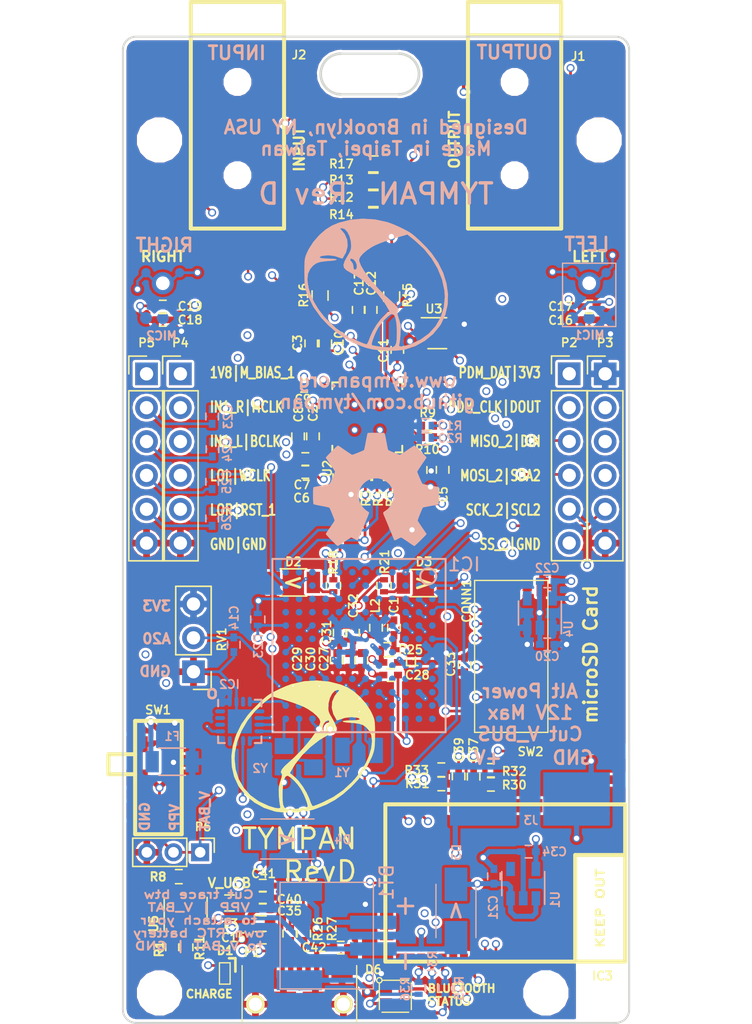
<source format=kicad_pcb>
(kicad_pcb (version 20171130) (host pcbnew "(5.0.1-3-g963ef8bb5)")
  (title_block (title "Tympan Rev D") (date 3/19/18) (company "Solutiosn Design & Prototyping, LLC"))
  (layers (0 F.Cu signal) (1 In1.Cu power) (2 In2.Cu mixed) (31 B.Cu signal) (34 B.Paste user) (35 F.Paste user) (36 B.SilkS user hide) (37 F.SilkS user hide) (38 B.Mask user hide) (39 F.Mask user hide) (44 Edge.Cuts user))
  (net 0 "")
  (net 1 GND)
  (net 2 +3V3)
  (net 3 "Net-(C2-Pad1)")
  (net 4 "Net-(C2-Pad2)")
  (net 5 VPP)
  (net 6 +1V8)
  (net 7 "Net-(C8-Pad1)")
  (net 8 "Net-(C11-Pad1)")
  (net 9 /POT)
  (net 10 /IN2_L)
  (net 11 "Net-(C17-Pad2)")
  (net 12 /IN2_R)
  (net 13 "Net-(C19-Pad2)")
  (net 14 +BATT)
  (net 15 "Net-(D2-Pad2)")
  (net 16 "Net-(D3-Pad2)")
  (net 17 "Net-(J1-Pad3)")
  (net 18 /MICDET)
  (net 19 /BT_TX)
  (net 20 /BT_RX)
  (net 21 /BT_nRESET)
  (net 22 /BCLK)
  (net 23 /MCLK)
  (net 24 /BT_RTS)
  (net 25 /BT_CTS)
  (net 26 /WCLK)
  (net 27 /DIN)
  (net 28 /nRESET)
  (net 29 /SCL/SS)
  (net 30 /SDA/MOSI)
  (net 31 /DOUT)
  (net 32 /IN1_L)
  (net 33 /IN1_R)
  (net 34 /LOL)
  (net 35 /LOR)
  (net 36 "Net-(R2-Pad2)")
  (net 37 "Net-(R3-Pad2)")
  (net 38 "Net-(R4-Pad2)")
  (net 39 "Net-(R5-Pad2)")
  (net 40 "Net-(R6-Pad2)")
  (net 41 "Net-(R7-Pad2)")
  (net 42 "Net-(R9-Pad2)")
  (net 43 "Net-(R10-Pad2)")
  (net 44 /HPL)
  (net 45 "Net-(J1-Pad2)")
  (net 46 /HPR)
  (net 47 /MICBIAS)
  (net 48 "Net-(SW1-Pad6)")
  (net 49 "Net-(SW1-Pad3)")
  (net 50 "Net-(U2-Pad4)")
  (net 51 "Net-(U4-Pad4)")
  (net 52 "Net-(C23-Pad2)")
  (net 53 "Net-(C24-Pad2)")
  (net 54 "Net-(C25-Pad2)")
  (net 55 "Net-(C26-Pad2)")
  (net 56 "Net-(C1-Pad1)")
  (net 57 "Net-(C1-Pad2)")
  (net 58 "Net-(C28-Pad2)")
  (net 59 "Net-(IC1-PadA6)")
  (net 60 "Net-(IC1-PadA7)")
  (net 61 "Net-(IC1-PadA9)")
  (net 62 "Net-(IC1-PadA10)")
  (net 63 "Net-(IC1-PadC1)")
  (net 64 /CLK)
  (net 65 "Net-(IC1-PadE1)")
  (net 66 /USB0_D+)
  (net 67 "Net-(IC1-PadJ1)")
  (net 68 "Net-(IC1-PadB10)")
  (net 69 "Net-(IC1-PadB9)")
  (net 70 "Net-(IC1-PadB8)")
  (net 71 "Net-(IC1-PadB6)")
  (net 72 "Net-(IC1-PadB5)")
  (net 73 "Net-(IC1-PadB2)")
  (net 74 "Net-(IC1-PadB3)")
  (net 75 "Net-(IC1-PadC5)")
  (net 76 "Net-(IC1-PadC6)")
  (net 77 "Net-(IC1-PadC9)")
  (net 78 /DAT0)
  (net 79 /DAT1)
  (net 80 "Net-(IC1-PadD4)")
  (net 81 "Net-(IC1-PadD5)")
  (net 82 "Net-(IC1-PadD6)")
  (net 83 "Net-(IC1-PadD7)")
  (net 84 "Net-(IC1-PadD9)")
  (net 85 /DAT2)
  (net 86 /DAT3)
  (net 87 /CMD)
  (net 88 "Net-(IC1-PadC10)")
  (net 89 "Net-(IC1-PadD10)")
  (net 90 "Net-(IC1-PadC11)")
  (net 91 "Net-(IC1-PadD11)")
  (net 92 "Net-(IC1-PadD12)")
  (net 93 "Net-(IC1-PadF2)")
  (net 94 "Net-(IC1-PadF3)")
  (net 95 "Net-(IC1-PadF4)")
  (net 96 "Net-(IC1-PadG4)")
  (net 97 "Net-(IC1-PadG3)")
  (net 98 "Net-(IC1-PadG2)")
  (net 99 /USB0_D-)
  (net 100 "Net-(IC1-PadH4)")
  (net 101 "Net-(IC1-PadJ4)")
  (net 102 "Net-(IC1-PadJ3)")
  (net 103 "Net-(IC1-PadJ2)")
  (net 104 "Net-(IC1-PadK1)")
  (net 105 "Net-(IC1-PadK3)")
  (net 106 "Net-(IC1-PadL4)")
  (net 107 "Net-(IC1-PadL3)")
  (net 108 "Net-(IC1-PadL2)")
  (net 109 "Net-(IC1-PadL1)")
  (net 110 "Net-(IC1-PadM2)")
  (net 111 "Net-(IC1-PadH5)")
  (net 112 /PTA0)
  (net 113 /PTA1)
  (net 114 "Net-(IC1-PadJ7)")
  (net 115 "Net-(IC1-PadJ8)")
  (net 116 /PTA2)
  (net 117 /PTA3)
  (net 118 "Net-(IC1-PadK8)")
  (net 119 "Net-(IC1-PadL5)")
  (net 120 "Net-(IC1-PadL7)")
  (net 121 "Net-(IC1-PadL8)")
  (net 122 "Net-(IC1-PadM5)")
  (net 123 "Net-(IC1-PadM6)")
  (net 124 "Net-(IC1-PadM7)")
  (net 125 "Net-(IC1-PadE11)")
  (net 126 "Net-(IC1-PadF9)")
  (net 127 "Net-(IC1-PadF10)")
  (net 128 "Net-(IC1-PadF11)")
  (net 129 "Net-(IC1-PadF12)")
  (net 130 "Net-(IC1-PadG10)")
  (net 131 "Net-(IC1-PadG9)")
  (net 132 "Net-(IC1-PadH9)")
  (net 133 "Net-(IC1-PadH10)")
  (net 134 "Net-(IC1-PadH12)")
  (net 135 "Net-(IC1-PadJ10)")
  (net 136 "Net-(IC1-PadJ12)")
  (net 137 "Net-(IC1-PadM9)")
  (net 138 "Net-(IC1-PadL9)")
  (net 139 "Net-(IC1-PadK10)")
  (net 140 "Net-(IC1-PadL10)")
  (net 141 "Net-(IC1-PadM11)")
  (net 142 "Net-(IC1-PadL11)")
  (net 143 "Net-(IC1-PadK12)")
  (net 144 /RESET_B)
  (net 145 "Net-(IC1-PadM12)")
  (net 146 /DE)
  (net 147 "Net-(IC2-Pad5)")
  (net 148 /PROG)
  (net 149 "Net-(IC2-Pad11)")
  (net 150 "Net-(IC2-Pad12)")
  (net 151 "Net-(IC2-Pad14)")
  (net 152 "Net-(IC2-Pad15)")
  (net 153 "Net-(IC2-Pad16)")
  (net 154 "Net-(IC3-Pad5)")
  (net 155 "Net-(IC3-Pad6)")
  (net 156 "Net-(IC3-Pad7)")
  (net 157 "Net-(IC3-Pad8)")
  (net 158 "Net-(IC3-Pad9)")
  (net 159 "Net-(IC3-Pad10)")
  (net 160 "Net-(IC3-Pad12)")
  (net 161 "Net-(IC3-Pad14)")
  (net 162 "Net-(IC3-Pad16)")
  (net 163 "Net-(IC3-Pad17)")
  (net 164 "Net-(IC3-Pad24)")
  (net 165 "Net-(IC3-Pad29)")
  (net 166 "Net-(IC3-Pad34)")
  (net 167 "Net-(IC3-Pad35)")
  (net 168 "Net-(IC3-Pad36)")
  (net 169 "Net-(IC3-Pad45)")
  (net 170 "Net-(IC3-Pad46)")
  (net 171 "Net-(IC3-Pad47)")
  (net 172 "Net-(IC3-Pad48)")
  (net 173 "Net-(IC3-Pad49)")
  (net 174 "Net-(IC3-Pad50)")
  (net 175 "Net-(IC3-Pad51)")
  (net 176 "Net-(P1-Pad2)")
  (net 177 "Net-(P1-Pad4)")
  (net 178 "Net-(P1-Pad3)")
  (net 179 /V_USB)
  (net 180 "Net-(C21-Pad1)")
  (net 181 "Net-(C37-Pad2)")
  (net 182 "Net-(C39-Pad2)")
  (net 183 "Net-(D6-Pad2)")
  (net 184 "Net-(D6-Pad3)")
  (net 185 "Net-(D6-Pad4)")
  (net 186 "Net-(F1-Pad1)")
  (net 187 /VREGEN)
  (net 188 /LED_0)
  (net 189 /LED_1)
  (net 190 /LED_2)
  (net 191 "Net-(U1-Pad4)")
  (net 192 Earth)
  (net 193 /M_BIAS)
  (net 194 "Net-(R16-Pad2)")
  (net 195 /SS_2)
  (net 196 /SCK_2)
  (net 197 /TX_3)
  (net 198 /MISO_2)
  (net 199 /MOSI_2)
  (net 200 /RX_3)
  (net 201 "Net-(IC1-PadA4)")
  (net 202 "Net-(IC1-PadA5)")
  (net 203 "Net-(IC1-PadA2)")
  (net 204 "Net-(D1-Pad1)")
  (net 205 /BT_PIO5)
  (net 206 /BT_PIO0)
  (net 207 "Net-(IC3-Pad26)")
  (net 208 "Net-(MIC1-Pad5)")
  (net 209 "Net-(MIC2-Pad5)")
  (net 210 "Net-(R1-Pad2)")
  (net 211 "Net-(R8-Pad1)")
  (net 212 "Net-(D1-Pad4)")
  (net 213 /USB)
  (net 214 "Net-(C12-Pad1)")
  (net 215 "Net-(C13-Pad1)")
  (net 216 "Net-(C12-Pad2)")
  (net 217 "Net-(C13-Pad2)")
  (net 218 /nRESET_1)
  (net 219 /DIN_1)
  (net 220 /DOUT_1)
  (net 221 "Net-(IC1-PadC7)")
  (net 222 /SDA2)
  (net 223 /SCL2)
  (net 224 /M_BIAS_1)
  (net 225 "Net-(IC1-PadM1)")
  (net 226 /PDM_CLK)
  (net 227 /PDM_DAT)
  (module Tympan:NPTH_3.2mm (layer F.Cu) (at 117.6 118.23)
    (fp_text reference P8)
    (fp_text value CONN_01X01)
    (pad "" np_thru_hole circle (at 0 0) (size 3 3) (drill 3) (layers *.Cu F.SilkS))
  )
  (module Tympan:NPTH_3.2mm (layer F.Cu) (at 150.6 54.23)
    (fp_text reference P9)
    (fp_text value CONN_01X01)
    (pad "" np_thru_hole circle (at 0 0) (size 3 3) (drill 3) (layers *.Cu F.SilkS))
  )
  (module Tympan:NPTH_3.2mm (layer F.Cu) (at 117.6 54.23)
    (fp_text reference P10)
    (fp_text value CONN_01X01)
    (pad "" np_thru_hole circle (at 0 0) (size 3 3) (drill 3) (layers *.Cu F.SilkS))
  )
  (module Resistors_SMD:R_0402 (layer F.Cu) (at 135.9 79.53 90)
    (fp_text reference R6 (at -1.6 0.075 90) (layer F.SilkS) (effects (font (size 0.635 0.635) (thickness 0.127))))
    (fp_text value 33R)
    (pad 2 smd rect (at 0.45 0 90) (size 0.4 0.6) (layers F.Cu F.Paste F.Mask) (net 40 "Net-(R6-Pad2)"))
    (pad 1 smd rect (at -0.45 0 90) (size 0.4 0.6) (layers F.Cu F.Paste F.Mask) (net 31 /DOUT))
  )
  (module Tympan:BC127 (layer F.Cu) (at 142.85 109.78 270)
    (fp_text reference IC3 (at 7.175 -8) (layer F.SilkS) (effects (font (size 0.635 0.635) (thickness 0.127))))
    (fp_text value BC127)
    (fp_text user "KEEP OUT" (at 2.1 -7.825 270) (layer F.SilkS) (effects (font (size 0.6 0.8))))
    (pad 1 smd rect (at -5.6 -8.8 270) (size 1 0.6) (layers F.Cu F.Paste F.Mask) (net 1 GND))
    (pad 2 smd rect (at -5.6 -8 270) (size 1 0.6) (layers F.Cu F.Paste F.Mask) (net 1 GND))
    (pad 3 smd rect (at -5.6 -7.2 270) (size 1 0.6) (layers F.Cu F.Paste F.Mask) (net 1 GND))
    (pad 4 smd rect (at -5.6 -6.4 270) (size 1 0.6) (layers F.Cu F.Paste F.Mask) (net 1 GND))
    (pad 5 smd rect (at -5.6 -5.6 270) (size 1 0.6) (layers F.Cu F.Paste F.Mask) (net 154 "Net-(IC3-Pad5)"))
    (pad 6 smd rect (at -5.6 -4.8 270) (size 1 0.6) (layers F.Cu F.Paste F.Mask) (net 155 "Net-(IC3-Pad6)"))
    (pad 7 smd rect (at -5.6 -4 270) (size 1 0.6) (layers F.Cu F.Paste F.Mask) (net 156 "Net-(IC3-Pad7)"))
    (pad 8 smd rect (at -5.6 -3.2 270) (size 1 0.6) (layers F.Cu F.Paste F.Mask) (net 157 "Net-(IC3-Pad8)"))
    (pad 9 smd rect (at -5.6 -2.4 270) (size 1 0.6) (layers F.Cu F.Paste F.Mask) (net 158 "Net-(IC3-Pad9)"))
    (pad 10 smd rect (at -5.6 -1.6 270) (size 1 0.6) (layers F.Cu F.Paste F.Mask) (net 159 "Net-(IC3-Pad10)"))
    (pad 11 smd rect (at -5.6 -0.8 270) (size 1 0.6) (layers F.Cu F.Paste F.Mask) (net 1 GND))
    (pad 12 smd rect (at -5.6 0 270) (size 1 0.6) (layers F.Cu F.Paste F.Mask) (net 160 "Net-(IC3-Pad12)"))
    (pad 13 smd rect (at -5.6 0.8 270) (size 1 0.6) (layers F.Cu F.Paste F.Mask) (net 1 GND))
    (pad 14 smd rect (at -5.6 1.6 270) (size 1 0.6) (layers F.Cu F.Paste F.Mask) (net 161 "Net-(IC3-Pad14)"))
    (pad 15 smd rect (at -5.6 2.4 270) (size 1 0.6) (layers F.Cu F.Paste F.Mask) (net 1 GND))
    (pad 16 smd rect (at -5.6 3.2 270) (size 1 0.6) (layers F.Cu F.Paste F.Mask) (net 162 "Net-(IC3-Pad16)"))
    (pad 17 smd rect (at -5.6 4 270) (size 1 0.6) (layers F.Cu F.Paste F.Mask) (net 163 "Net-(IC3-Pad17)"))
    (pad 18 smd rect (at -5.6 4.8 270) (size 1 0.6) (layers F.Cu F.Paste F.Mask) (net 1 GND))
    (pad 19 smd rect (at -5.6 5.6 270) (size 1 0.6) (layers F.Cu F.Paste F.Mask) (net 35 /LOR))
    (pad 20 smd rect (at -5.6 6.4 270) (size 1 0.6) (layers F.Cu F.Paste F.Mask) (net 1 GND))
    (pad 21 smd rect (at -5.6 7.2 270) (size 1 0.6) (layers F.Cu F.Paste F.Mask) (net 34 /LOL))
    (pad 22 smd rect (at -4.6 8.2 270) (size 0.6 1) (layers F.Cu F.Paste F.Mask) (net 1 GND))
    (pad 23 smd rect (at -3.8 8.2 270) (size 0.6 1) (layers F.Cu F.Paste F.Mask) (net 206 /BT_PIO0))
    (pad 24 smd rect (at -3 8.2 270) (size 0.6 1) (layers F.Cu F.Paste F.Mask) (net 164 "Net-(IC3-Pad24)"))
    (pad 25 smd rect (at -2.2 8.2 270) (size 0.6 1) (layers F.Cu F.Paste F.Mask) (net 205 /BT_PIO5))
    (pad 26 smd rect (at -1.4 8.2 270) (size 0.6 1) (layers F.Cu F.Paste F.Mask) (net 207 "Net-(IC3-Pad26)"))
    (pad 27 smd rect (at -0.6 8.2 270) (size 0.6 1) (layers F.Cu F.Paste F.Mask) (net 1 GND))
    (pad 28 smd rect (at 0.2 8.2 270) (size 0.6 1) (layers F.Cu F.Paste F.Mask) (net 187 /VREGEN))
    (pad 29 smd rect (at 1 8.2 270) (size 0.6 1) (layers F.Cu F.Paste F.Mask) (net 165 "Net-(IC3-Pad29)"))
    (pad 30 smd rect (at 1.8 8.2 270) (size 0.6 1) (layers F.Cu F.Paste F.Mask) (net 2 +3V3))
    (pad 31 smd rect (at 2.6 8.2 270) (size 0.6 1) (layers F.Cu F.Paste F.Mask) (net 2 +3V3))
    (pad 32 smd rect (at 3.4 8.2 270) (size 0.6 1) (layers F.Cu F.Paste F.Mask) (net 2 +3V3))
    (pad 33 smd rect (at 4.2 8.2 270) (size 0.6 1) (layers F.Cu F.Paste F.Mask) (net 2 +3V3))
    (pad 34 smd rect (at 5 8.2 270) (size 0.6 1) (layers F.Cu F.Paste F.Mask) (net 166 "Net-(IC3-Pad34)"))
    (pad 35 smd rect (at 6 7.2 270) (size 1 0.6) (layers F.Cu F.Paste F.Mask) (net 167 "Net-(IC3-Pad35)"))
    (pad 36 smd rect (at 6 6.4 270) (size 1 0.6) (layers F.Cu F.Paste F.Mask) (net 168 "Net-(IC3-Pad36)"))
    (pad 37 smd rect (at 6 5.6 270) (size 1 0.6) (layers F.Cu F.Paste F.Mask) (net 188 /LED_0))
    (pad 38 smd rect (at 6 4.8 270) (size 1 0.6) (layers F.Cu F.Paste F.Mask) (net 189 /LED_1))
    (pad 39 smd rect (at 6 4 270) (size 1 0.6) (layers F.Cu F.Paste F.Mask) (net 190 /LED_2))
    (pad 40 smd rect (at 6 3.2 270) (size 1 0.6) (layers F.Cu F.Paste F.Mask) (net 25 /BT_CTS))
    (pad 41 smd rect (at 6 2.4 270) (size 1 0.6) (layers F.Cu F.Paste F.Mask) (net 19 /BT_TX))
    (pad 42 smd rect (at 6 1.6 270) (size 1 0.6) (layers F.Cu F.Paste F.Mask) (net 20 /BT_RX))
    (pad 43 smd rect (at 6 0.8 270) (size 1 0.6) (layers F.Cu F.Paste F.Mask) (net 24 /BT_RTS))
    (pad 44 smd rect (at 6 0 270) (size 1 0.6) (layers F.Cu F.Paste F.Mask) (net 21 /BT_nRESET))
    (pad 45 smd rect (at 6 -0.8 270) (size 1 0.6) (layers F.Cu F.Paste F.Mask) (net 169 "Net-(IC3-Pad45)"))
    (pad 46 smd rect (at 6 -1.6 270) (size 1 0.6) (layers F.Cu F.Paste F.Mask) (net 170 "Net-(IC3-Pad46)"))
    (pad 47 smd rect (at 6 -2.4 270) (size 1 0.6) (layers F.Cu F.Paste F.Mask) (net 171 "Net-(IC3-Pad47)"))
    (pad 48 smd rect (at 6 -3.2 270) (size 1 0.6) (layers F.Cu F.Paste F.Mask) (net 172 "Net-(IC3-Pad48)"))
    (pad 49 smd rect (at 6 -4 270) (size 1 0.6) (layers F.Cu F.Paste F.Mask) (net 173 "Net-(IC3-Pad49)"))
    (pad 50 smd rect (at 6 -4.8 270) (size 1 0.6) (layers F.Cu F.Paste F.Mask) (net 174 "Net-(IC3-Pad50)"))
    (pad 51 smd rect (at 6 -5.6 270) (size 1 0.6) (layers F.Cu F.Paste F.Mask) (net 175 "Net-(IC3-Pad51)"))
  )
  (module Capacitors_SMD:C_1206 (layer F.Cu) (at 127.65 87.43)
    (fp_text reference D2 (at 0 -1.55) (layer F.SilkS) (effects (font (size 0.635 0.635) (thickness 0.127))))
    (fp_text value LED)
    (pad 1 smd rect (at -1.5 0) (size 1 1.6) (layers F.Cu F.Paste F.Mask) (net 1 GND))
    (pad 2 smd rect (at 1.5 0) (size 1 1.6) (layers F.Cu F.Paste F.Mask) (net 15 "Net-(D2-Pad2)"))
  )
  (module Capacitors_SMD:C_1206 (layer F.Cu) (at 137.4 87.48 180)
    (fp_text reference D3 (at -0.05 1.6 180) (layer F.SilkS) (effects (font (size 0.635 0.635) (thickness 0.127))))
    (fp_text value LED)
    (pad 1 smd rect (at -1.5 0 180) (size 1 1.6) (layers F.Cu F.Paste F.Mask) (net 1 GND))
    (pad 2 smd rect (at 1.5 0 180) (size 1 1.6) (layers F.Cu F.Paste F.Mask) (net 16 "Net-(D3-Pad2)"))
  )
  (module Capacitors_SMD:C_1206 (layer B.Cu) (at 118.55 100.88)
    (fp_text reference F1 (at 0 -1.9) (layer B.SilkS) (effects (font (size 0.635 0.635) (thickness 0.127)) (justify mirror)))
    (fp_text value FUSE)
    (pad 1 smd rect (at -1.5 0) (size 1 1.6) (layers B.Cu B.Paste B.Mask) (net 186 "Net-(F1-Pad1)"))
    (pad 2 smd rect (at 1.5 0) (size 1 1.6) (layers B.Cu B.Paste B.Mask) (net 2 +3V3))
  )
  (module Capacitors_SMD:C_0603 (layer F.Cu) (at 133.65 58.63)
    (fp_text reference R12 (at -2.4 -0.1) (layer F.SilkS) (effects (font (size 0.635 0.635) (thickness 0.127))))
    (fp_text value 0R)
    (pad 1 smd rect (at -0.75 0) (size 0.8 0.75) (layers F.Cu F.Paste F.Mask) (net 44 /HPL))
    (pad 2 smd rect (at 0.75 0) (size 0.8 0.75) (layers F.Cu F.Paste F.Mask) (net 45 "Net-(J1-Pad2)"))
  )
  (module Capacitors_SMD:C_0603 (layer F.Cu) (at 133.65 57.33)
    (fp_text reference R13 (at -2.4 -0.1) (layer F.SilkS) (effects (font (size 0.635 0.635) (thickness 0.127))))
    (fp_text value 0R)
    (pad 1 smd rect (at -0.75 0) (size 0.8 0.75) (layers F.Cu F.Paste F.Mask) (net 46 /HPR))
    (pad 2 smd rect (at 0.75 0) (size 0.8 0.75) (layers F.Cu F.Paste F.Mask) (net 17 "Net-(J1-Pad3)"))
  )
  (module Capacitors_SMD:C_0603 (layer F.Cu) (at 133.65 59.93 180)
    (fp_text reference R14 (at 2.4 0.1 180) (layer F.SilkS) (effects (font (size 0.635 0.635) (thickness 0.127))))
    (fp_text value DNP)
    (pad 1 smd rect (at -0.75 0 180) (size 0.8 0.75) (layers F.Cu F.Paste F.Mask) (net 45 "Net-(J1-Pad2)"))
    (pad 2 smd rect (at 0.75 0 180) (size 0.8 0.75) (layers F.Cu F.Paste F.Mask) (net 1 GND))
  )
  (module Capacitors_SMD:C_0603 (layer F.Cu) (at 135.025 65.98 90)
    (fp_text reference R15 (at 0.1 1.2 90) (layer F.SilkS) (effects (font (size 0.635 0.635) (thickness 0.127))))
    (fp_text value 2.2K)
    (pad 1 smd rect (at -0.75 0 90) (size 0.8 0.75) (layers F.Cu F.Paste F.Mask) (net 47 /MICBIAS))
    (pad 2 smd rect (at 0.75 0 90) (size 0.8 0.75) (layers F.Cu F.Paste F.Mask) (net 216 "Net-(C12-Pad2)"))
  )
  (module Capacitors_SMD:C_0603 (layer F.Cu) (at 129.65 65.905 270)
    (fp_text reference R16 (at -0.025 1.225 270) (layer F.SilkS) (effects (font (size 0.635 0.635) (thickness 0.127))))
    (fp_text value 2.2K)
    (pad 1 smd rect (at -0.75 0 270) (size 0.8 0.75) (layers F.Cu F.Paste F.Mask) (net 217 "Net-(C13-Pad2)"))
    (pad 2 smd rect (at 0.75 0 270) (size 0.8 0.75) (layers F.Cu F.Paste F.Mask) (net 194 "Net-(R16-Pad2)"))
  )
  (module Capacitors_SMD:C_0603 (layer F.Cu) (at 133.65 56.03 180)
    (fp_text reference R17 (at 2.4 0 180) (layer F.SilkS) (effects (font (size 0.635 0.635) (thickness 0.127))))
    (fp_text value DNP)
    (pad 1 smd rect (at -0.75 0 180) (size 0.8 0.75) (layers F.Cu F.Paste F.Mask) (net 17 "Net-(J1-Pad3)"))
    (pad 2 smd rect (at 0.75 0 180) (size 0.8 0.75) (layers F.Cu F.Paste F.Mask) (net 1 GND))
  )
  (module Housings_DFN_QFN:UQFN-40-1EP_5x5mm_Pitch0.4mm (layer F.Cu) (at 133.1946 75.047 90)
    (fp_text reference U2 (at -3.833 -2.9946 90) (layer F.SilkS) (effects (font (size 0.635 0.635) (thickness 0.127))))
    (fp_text value TLV320AIC3206IRSBT)
    (pad 1 smd rect (at -2.5 -1.8 90) (size 0.75 0.2) (layers F.Cu F.Paste F.Mask) (net 1 GND))
    (pad 2 smd rect (at -2.5 -1.4 90) (size 0.75 0.2) (layers F.Cu F.Paste F.Mask) (net 1 GND))
    (pad 3 smd rect (at -2.5 -1 90) (size 0.75 0.2) (layers F.Cu F.Paste F.Mask) (net 36 "Net-(R2-Pad2)"))
    (pad 4 smd rect (at -2.5 -0.6 90) (size 0.75 0.2) (layers F.Cu F.Paste F.Mask) (net 50 "Net-(U2-Pad4)"))
    (pad 5 smd rect (at -2.5 -0.2 90) (size 0.75 0.2) (layers F.Cu F.Paste F.Mask) (net 41 "Net-(R7-Pad2)"))
    (pad 6 smd rect (at -2.5 0.2 90) (size 0.75 0.2) (layers F.Cu F.Paste F.Mask) (net 37 "Net-(R3-Pad2)"))
    (pad 7 smd rect (at -2.5 0.6 90) (size 0.75 0.2) (layers F.Cu F.Paste F.Mask) (net 38 "Net-(R4-Pad2)"))
    (pad 8 smd rect (at -2.5 1 90) (size 0.75 0.2) (layers F.Cu F.Paste F.Mask) (net 39 "Net-(R5-Pad2)"))
    (pad 9 smd rect (at -2.5 1.4 90) (size 0.75 0.2) (layers F.Cu F.Paste F.Mask) (net 40 "Net-(R6-Pad2)"))
    (pad 10 smd rect (at -2.5 1.8 90) (size 0.75 0.2) (layers F.Cu F.Paste F.Mask) (net 2 +3V3))
    (pad 11 smd rect (at -1.8 2.5 180) (size 0.75 0.2) (layers F.Cu F.Paste F.Mask) (net 1 GND))
    (pad 12 smd rect (at -1.4 2.5 180) (size 0.75 0.2) (layers F.Cu F.Paste F.Mask) (net 226 /PDM_CLK))
    (pad 13 smd rect (at -1 2.5 180) (size 0.75 0.2) (layers F.Cu F.Paste F.Mask) (net 43 "Net-(R10-Pad2)"))
    (pad 14 smd rect (at -0.6 2.5 180) (size 0.75 0.2) (layers F.Cu F.Paste F.Mask) (net 42 "Net-(R9-Pad2)"))
    (pad 15 smd rect (at -0.2 2.5 180) (size 0.75 0.2) (layers F.Cu F.Paste F.Mask) (net 227 /PDM_DAT))
    (pad 16 smd rect (at 0.2 2.5 180) (size 0.75 0.2) (layers F.Cu F.Paste F.Mask) (net 1 GND))
    (pad 17 smd rect (at 0.6 2.5 180) (size 0.75 0.2) (layers F.Cu F.Paste F.Mask) (net 32 /IN1_L))
    (pad 18 smd rect (at 1 2.5 180) (size 0.75 0.2) (layers F.Cu F.Paste F.Mask) (net 33 /IN1_R))
    (pad 19 smd rect (at 1.4 2.5 180) (size 0.75 0.2) (layers F.Cu F.Paste F.Mask) (net 10 /IN2_L))
    (pad 20 smd rect (at 1.8 2.5 180) (size 0.75 0.2) (layers F.Cu F.Paste F.Mask) (net 12 /IN2_R))
    (pad 21 smd rect (at 2.5 1.8 90) (size 0.75 0.2) (layers F.Cu F.Paste F.Mask) (net 1 GND))
    (pad 22 smd rect (at 2.5 1.4 90) (size 0.75 0.2) (layers F.Cu F.Paste F.Mask) (net 8 "Net-(C11-Pad1)"))
    (pad 23 smd rect (at 2.5 1 90) (size 0.75 0.2) (layers F.Cu F.Paste F.Mask) (net 47 /MICBIAS))
    (pad 24 smd rect (at 2.5 0.6 90) (size 0.75 0.2) (layers F.Cu F.Paste F.Mask) (net 214 "Net-(C12-Pad1)"))
    (pad 25 smd rect (at 2.5 0.2 90) (size 0.75 0.2) (layers F.Cu F.Paste F.Mask) (net 215 "Net-(C13-Pad1)"))
    (pad 26 smd rect (at 2.5 -0.2 90) (size 0.75 0.2) (layers F.Cu F.Paste F.Mask) (net 34 /LOL))
    (pad 27 smd rect (at 2.5 -0.6 90) (size 0.75 0.2) (layers F.Cu F.Paste F.Mask) (net 35 /LOR))
    (pad 28 smd rect (at 2.5 -1 90) (size 0.75 0.2) (layers F.Cu F.Paste F.Mask) (net 1 GND))
    (pad 29 smd rect (at 2.5 -1.4 90) (size 0.75 0.2) (layers F.Cu F.Paste F.Mask) (net 6 +1V8))
    (pad 30 smd rect (at 2.5 -1.8 90) (size 0.75 0.2) (layers F.Cu F.Paste F.Mask) (net 2 +3V3))
    (pad 31 smd rect (at 1.8 -2.5 180) (size 0.75 0.2) (layers F.Cu F.Paste F.Mask) (net 44 /HPL))
    (pad 32 smd rect (at 1.4 -2.5 180) (size 0.75 0.2) (layers F.Cu F.Paste F.Mask) (net 6 +1V8))
    (pad 33 smd rect (at 1 -2.5 180) (size 0.75 0.2) (layers F.Cu F.Paste F.Mask) (net 46 /HPR))
    (pad 34 smd rect (at 0.6 -2.5 180) (size 0.75 0.2) (layers F.Cu F.Paste F.Mask) (net 18 /MICDET))
    (pad 35 smd rect (at 0.2 -2.5 180) (size 0.75 0.2) (layers F.Cu F.Paste F.Mask) (net 7 "Net-(C8-Pad1)"))
    (pad 36 smd rect (at -0.2 -2.5 180) (size 0.75 0.2) (layers F.Cu F.Paste F.Mask) (net 3 "Net-(C2-Pad1)"))
    (pad 37 smd rect (at -0.6 -2.5 180) (size 0.75 0.2) (layers F.Cu F.Paste F.Mask) (net 1 GND))
    (pad 38 smd rect (at -1 -2.5 180) (size 0.75 0.2) (layers F.Cu F.Paste F.Mask) (net 4 "Net-(C2-Pad2)"))
    (pad 39 smd rect (at -1.4 -2.5 180) (size 0.75 0.2) (layers F.Cu F.Paste F.Mask) (net 6 +1V8))
    (pad 40 smd rect (at -1.8 -2.5 180) (size 0.75 0.2) (layers F.Cu F.Paste F.Mask) (net 6 +1V8))
    (pad 41 smd rect (at 0.95 0.95 90) (size 1.9 1.9) (layers F.Cu F.Paste F.Mask) (net 1 GND))
    (pad 41 smd rect (at 0.95 -0.95 90) (size 1.9 1.9) (layers F.Cu F.Paste F.Mask) (net 1 GND))
    (pad 41 smd rect (at -0.95 0.95 90) (size 1.9 1.9) (layers F.Cu F.Paste F.Mask) (net 1 GND))
    (pad 41 smd rect (at -0.95 -0.95 90) (size 1.9 1.9) (layers F.Cu F.Paste F.Mask) (net 1 GND))
  )
  (module TO_SOT_Packages_SMD:SOT-23-5 (layer B.Cu) (at 146.15 89.73 90)
    (fp_text reference U4 (at -1.1938 2.1463 90) (layer B.SilkS) (effects (font (size 0.635 0.635) (thickness 0.127)) (justify mirror)))
    (fp_text value LP5907MFX-1.8)
    (pad 1 smd rect (at -1.1 0.95 90) (size 1.06 0.65) (layers B.Cu B.Paste B.Mask) (net 2 +3V3))
    (pad 2 smd rect (at -1.1 0 90) (size 1.06 0.65) (layers B.Cu B.Paste B.Mask) (net 1 GND))
    (pad 3 smd rect (at -1.1 -0.95 90) (size 1.06 0.65) (layers B.Cu B.Paste B.Mask) (net 2 +3V3))
    (pad 4 smd rect (at 1.1 -0.95 90) (size 1.06 0.65) (layers B.Cu B.Paste B.Mask) (net 51 "Net-(U4-Pad4)"))
    (pad 5 smd rect (at 1.1 0.95 90) (size 1.06 0.65) (layers B.Cu B.Paste B.Mask) (net 6 +1V8))
  )
  (module Tympan:SJ-3524-SMT-TR (layer F.Cu) (at 123.45 49.88 270)
    (fp_text reference J2 (at -2.032 -4.6228) (layer F.SilkS) (effects (font (size 0.635 0.635) (thickness 0.127))))
    (fp_text value SJ-3524-SMT-TR-PI)
    (pad 4 smd rect (at 12.2 -0.75 270) (size 2.8 2.8) (layers F.Cu F.Paste F.Mask) (net 18 /MICDET))
    (pad 2 smd rect (at 8.3 4.2 270) (size 2.8 2.8) (layers F.Cu F.Paste F.Mask) (net 216 "Net-(C12-Pad2)"))
    (pad 3 smd rect (at 0.9 -4.2 270) (size 2.2 2.8) (layers F.Cu F.Paste F.Mask) (net 217 "Net-(C13-Pad2)"))
    (pad "" np_thru_hole circle (at 7 0 270) (size 1.7 1.7) (drill 1.7) (layers *.Cu *.Mask))
    (pad "" np_thru_hole circle (at 0 0 270) (size 1.7 1.7) (drill 1.7) (layers *.Cu *.Mask))
    (pad 1 smd rect (at -1.1 4.2 270) (size 2.2 2.8) (layers F.Cu F.Paste F.Mask) (net 1 GND))
  )
  (module Tympan:SJ-3523-SMT-TR (layer F.Cu) (at 144.25 49.88 270)
    (fp_text reference J1 (at -1.925 -4.775) (layer F.SilkS) (effects (font (size 0.635 0.635) (thickness 0.127))))
    (fp_text value SJ-3523-SMT-TR)
    (pad 2 smd rect (at 8.3 4.2 270) (size 2.8 2.8) (layers F.Cu F.Paste F.Mask) (net 45 "Net-(J1-Pad2)"))
    (pad 3 smd rect (at 0.9 -4.2 270) (size 2.2 2.8) (layers F.Cu F.Paste F.Mask) (net 17 "Net-(J1-Pad3)"))
    (pad "" np_thru_hole circle (at 7 0 270) (size 1.7 1.7) (drill 1.7) (layers *.Cu *.Mask))
    (pad "" np_thru_hole circle (at 0 0 270) (size 1.7 1.7) (drill 1.7) (layers *.Cu *.Mask))
    (pad 1 smd rect (at -1.1 4.2 270) (size 2.2 2.8) (layers F.Cu F.Paste F.Mask) (net 1 GND))
  )
  (module Capacitors_SMD:C_0402 (layer F.Cu) (at 135.2 90.83 270)
    (fp_text reference C1 (at -1.7 0 270) (layer F.SilkS) (effects (font (size 0.635 0.635) (thickness 0.127))))
    (fp_text value 0.1uF)
    (pad 1 smd rect (at -0.55 0 270) (size 0.6 0.5) (layers F.Cu F.Paste F.Mask) (net 56 "Net-(C1-Pad1)"))
    (pad 2 smd rect (at 0.55 0 270) (size 0.6 0.5) (layers F.Cu F.Paste F.Mask) (net 57 "Net-(C1-Pad2)"))
  )
  (module Capacitors_SMD:C_0402 (layer F.Cu) (at 129.1179 76.4694 270)
    (fp_text reference C2 (at -1.7145 -0.0127 270) (layer F.SilkS) (effects (font (size 0.635 0.635) (thickness 0.127))))
    (fp_text value 2.2uF)
    (pad 1 smd rect (at -0.55 0 270) (size 0.6 0.5) (layers F.Cu F.Paste F.Mask) (net 3 "Net-(C2-Pad1)"))
    (pad 2 smd rect (at 0.55 0 270) (size 0.6 0.5) (layers F.Cu F.Paste F.Mask) (net 4 "Net-(C2-Pad2)"))
  )
  (module Capacitors_SMD:C_0402 (layer F.Cu) (at 128.9909 69.4971 270)
    (fp_text reference C3 (at -0.0381 1.0287 270) (layer F.SilkS) (effects (font (size 0.635 0.635) (thickness 0.127))))
    (fp_text value 0.1uF)
    (pad 1 smd rect (at -0.55 0 270) (size 0.6 0.5) (layers F.Cu F.Paste F.Mask) (net 1 GND))
    (pad 2 smd rect (at 0.55 0 270) (size 0.6 0.5) (layers F.Cu F.Paste F.Mask) (net 2 +3V3))
  )
  (module Capacitors_SMD:C_0402 (layer F.Cu) (at 137.2006 78.9893 90)
    (fp_text reference C4 (at -1.905 -0.0381 90) (layer F.SilkS) (effects (font (size 0.635 0.635) (thickness 0.127))))
    (fp_text value 10uF)
    (pad 1 smd rect (at -0.55 0 90) (size 0.6 0.5) (layers F.Cu F.Paste F.Mask) (net 1 GND))
    (pad 2 smd rect (at 0.55 0 90) (size 0.6 0.5) (layers F.Cu F.Paste F.Mask) (net 2 +3V3))
  )
  (module Capacitors_SMD:C_0402 (layer F.Cu) (at 138.85 78.98 90)
    (fp_text reference C5 (at -1.8669 0.0381 90) (layer F.SilkS) (effects (font (size 0.635 0.635) (thickness 0.127))))
    (fp_text value 0.1uF)
    (pad 1 smd rect (at -0.55 0 90) (size 0.6 0.5) (layers F.Cu F.Paste F.Mask) (net 1 GND))
    (pad 2 smd rect (at 0.55 0 90) (size 0.6 0.5) (layers F.Cu F.Paste F.Mask) (net 2 +3V3))
  )
  (module Capacitors_SMD:C_0402 (layer F.Cu) (at 128.5464 79.1491 180)
    (fp_text reference C6 (at 0.2794 -1.9431 180) (layer F.SilkS) (effects (font (size 0.635 0.635) (thickness 0.127))))
    (fp_text value 10uF)
    (pad 1 smd rect (at -0.55 0 180) (size 0.6 0.5) (layers F.Cu F.Paste F.Mask) (net 6 +1V8))
    (pad 2 smd rect (at 0.55 0 180) (size 0.6 0.5) (layers F.Cu F.Paste F.Mask) (net 1 GND))
  )
  (module Capacitors_SMD:C_0402 (layer F.Cu) (at 128.5464 78.1712 180)
    (fp_text reference C7 (at 0.254 -1.9304 180) (layer F.SilkS) (effects (font (size 0.635 0.635) (thickness 0.127))))
    (fp_text value 0.1uF)
    (pad 1 smd rect (at -0.55 0 180) (size 0.6 0.5) (layers F.Cu F.Paste F.Mask) (net 6 +1V8))
    (pad 2 smd rect (at 0.55 0 180) (size 0.6 0.5) (layers F.Cu F.Paste F.Mask) (net 1 GND))
  )
  (module Capacitors_SMD:C_0402 (layer F.Cu) (at 128.0003 76.4694 270)
    (fp_text reference C8 (at -1.6764 -0.0381 270) (layer F.SilkS) (effects (font (size 0.635 0.635) (thickness 0.127))))
    (fp_text value 2.2uF)
    (pad 1 smd rect (at -0.55 0 270) (size 0.6 0.5) (layers F.Cu F.Paste F.Mask) (net 7 "Net-(C8-Pad1)"))
    (pad 2 smd rect (at 0.55 0 270) (size 0.6 0.5) (layers F.Cu F.Paste F.Mask) (net 1 GND))
  )
  (module Capacitors_SMD:C_0402 (layer F.Cu) (at 128.45 72.68 180)
    (fp_text reference C9 (at 0.1 -1 180) (layer F.SilkS) (effects (font (size 0.635 0.635) (thickness 0.127))))
    (fp_text value 1uF)
    (pad 1 smd rect (at -0.55 0 180) (size 0.6 0.5) (layers F.Cu F.Paste F.Mask) (net 6 +1V8))
    (pad 2 smd rect (at 0.55 0 180) (size 0.6 0.5) (layers F.Cu F.Paste F.Mask) (net 1 GND))
  )
  (module Capacitors_SMD:C_0402 (layer F.Cu) (at 130.045 69.4971 90)
    (fp_text reference C10 (at 0.0381 1.0414 90) (layer F.SilkS) (effects (font (size 0.635 0.635) (thickness 0.127))))
    (fp_text value 0.1uF)
    (pad 1 smd rect (at -0.55 0 90) (size 0.6 0.5) (layers F.Cu F.Paste F.Mask) (net 6 +1V8))
    (pad 2 smd rect (at 0.55 0 90) (size 0.6 0.5) (layers F.Cu F.Paste F.Mask) (net 1 GND))
  )
  (module Capacitors_SMD:C_0402 (layer F.Cu) (at 135.45 69.98 270)
    (fp_text reference C11 (at 0.05 1.05 270) (layer F.SilkS) (effects (font (size 0.635 0.635) (thickness 0.127))))
    (fp_text value 10uF)
    (pad 1 smd rect (at -0.55 0 270) (size 0.6 0.5) (layers F.Cu F.Paste F.Mask) (net 8 "Net-(C11-Pad1)"))
    (pad 2 smd rect (at 0.55 0 270) (size 0.6 0.5) (layers F.Cu F.Paste F.Mask) (net 1 GND))
  )
  (module Capacitors_SMD:C_0402 (layer F.Cu) (at 133.45 66.98 90)
    (fp_text reference C12 (at 1.9945 0.0471 270) (layer F.SilkS) (effects (font (size 0.635 0.635) (thickness 0.127))))
    (fp_text value 2.2uF)
    (pad 1 smd rect (at -0.55 0 90) (size 0.6 0.5) (layers F.Cu F.Paste F.Mask) (net 214 "Net-(C12-Pad1)"))
    (pad 2 smd rect (at 0.55 0 90) (size 0.6 0.5) (layers F.Cu F.Paste F.Mask) (net 216 "Net-(C12-Pad2)"))
  )
  (module Capacitors_SMD:C_0402 (layer F.Cu) (at 132.55 66.98 90)
    (fp_text reference C13 (at 1.9945 0.0278 270) (layer F.SilkS) (effects (font (size 0.635 0.635) (thickness 0.127))))
    (fp_text value 2.2uF)
    (pad 1 smd rect (at -0.55 0 90) (size 0.6 0.5) (layers F.Cu F.Paste F.Mask) (net 215 "Net-(C13-Pad1)"))
    (pad 2 smd rect (at 0.55 0 90) (size 0.6 0.5) (layers F.Cu F.Paste F.Mask) (net 217 "Net-(C13-Pad2)"))
  )
  (module Capacitors_SMD:C_0402 (layer B.Cu) (at 123.175 92.105 270)
    (fp_text reference C14 (at -2.025 -0.025 270) (layer B.SilkS) (effects (font (size 0.635 0.635) (thickness 0.127)) (justify mirror)))
    (fp_text value 0.1uF)
    (pad 1 smd rect (at -0.55 0 270) (size 0.6 0.5) (layers B.Cu B.Paste B.Mask) (net 9 /POT))
    (pad 2 smd rect (at 0.55 0 270) (size 0.6 0.5) (layers B.Cu B.Paste B.Mask) (net 1 GND))
  )
  (module Capacitors_SMD:C_0402 (layer F.Cu) (at 125.35 114.08 180)
    (fp_text reference C15 (at 2.2 0 180) (layer F.SilkS) (effects (font (size 0.635 0.635) (thickness 0.127))))
    (fp_text value 10uF)
    (pad 1 smd rect (at -0.55 0 180) (size 0.6 0.5) (layers F.Cu F.Paste F.Mask) (net 213 /USB))
    (pad 2 smd rect (at 0.55 0 180) (size 0.6 0.5) (layers F.Cu F.Paste F.Mask) (net 1 GND))
  )
  (module Capacitors_SMD:C_0402 (layer F.Cu) (at 149.85 67.73)
    (fp_text reference C16 (at -2.142266 0.031469) (layer F.SilkS) (effects (font (size 0.635 0.635) (thickness 0.127))))
    (fp_text value 0.1uF)
    (pad 1 smd rect (at -0.55 0) (size 0.6 0.5) (layers F.Cu F.Paste F.Mask) (net 1 GND))
    (pad 2 smd rect (at 0.55 0) (size 0.6 0.5) (layers F.Cu F.Paste F.Mask) (net 2 +3V3))
  )
  (module Capacitors_SMD:C_0402 (layer F.Cu) (at 149.85 66.73)
    (fp_text reference C17 (at -2.142266 -0.009231) (layer F.SilkS) (effects (font (size 0.635 0.635) (thickness 0.127))))
    (fp_text value 1uF)
    (pad 1 smd rect (at -0.55 0) (size 0.6 0.5) (layers F.Cu F.Paste F.Mask) (net 10 /IN2_L))
    (pad 2 smd rect (at 0.55 0) (size 0.6 0.5) (layers F.Cu F.Paste F.Mask) (net 11 "Net-(C17-Pad2)"))
  )
  (module Capacitors_SMD:C_0402 (layer F.Cu) (at 117.85 67.73)
    (fp_text reference C18 (at 2.05 0) (layer F.SilkS) (effects (font (size 0.635 0.635) (thickness 0.127))))
    (fp_text value 0.1uF)
    (pad 1 smd rect (at -0.55 0) (size 0.6 0.5) (layers F.Cu F.Paste F.Mask) (net 1 GND))
    (pad 2 smd rect (at 0.55 0) (size 0.6 0.5) (layers F.Cu F.Paste F.Mask) (net 2 +3V3))
  )
  (module Capacitors_SMD:C_0402 (layer F.Cu) (at 117.85 66.73 180)
    (fp_text reference C19 (at -2.0513 0.0194 180) (layer F.SilkS) (effects (font (size 0.635 0.635) (thickness 0.127))))
    (fp_text value 1uF)
    (pad 1 smd rect (at -0.55 0 180) (size 0.6 0.5) (layers F.Cu F.Paste F.Mask) (net 12 /IN2_R))
    (pad 2 smd rect (at 0.55 0 180) (size 0.6 0.5) (layers F.Cu F.Paste F.Mask) (net 13 "Net-(C19-Pad2)"))
  )
  (module Capacitors_SMD:C_0402 (layer B.Cu) (at 146.7 92.08 180)
    (fp_text reference C20 (at 0 -0.9 180) (layer B.SilkS) (effects (font (size 0.635 0.635) (thickness 0.127)) (justify mirror)))
    (fp_text value 1uF)
    (pad 1 smd rect (at -0.55 0 180) (size 0.6 0.5) (layers B.Cu B.Paste B.Mask) (net 2 +3V3))
    (pad 2 smd rect (at 0.55 0 180) (size 0.6 0.5) (layers B.Cu B.Paste B.Mask) (net 1 GND))
  )
  (module Capacitors_SMD:C_0402 (layer B.Cu) (at 142.7 109.48 90)
    (fp_text reference C21 (at -2.3495 -0.0508 90) (layer B.SilkS) (effects (font (size 0.635 0.635) (thickness 0.127)) (justify mirror)))
    (fp_text value 1uF)
    (pad 1 smd rect (at -0.55 0 90) (size 0.6 0.5) (layers B.Cu B.Paste B.Mask) (net 180 "Net-(C21-Pad1)"))
    (pad 2 smd rect (at 0.55 0 90) (size 0.6 0.5) (layers B.Cu B.Paste B.Mask) (net 1 GND))
  )
  (module Capacitors_SMD:C_0402 (layer B.Cu) (at 146.7 87.355 180)
    (fp_text reference C22 (at 0 1 180) (layer B.SilkS) (effects (font (size 0.635 0.635) (thickness 0.127)) (justify mirror)))
    (fp_text value 1uF)
    (pad 1 smd rect (at -0.55 0 180) (size 0.6 0.5) (layers B.Cu B.Paste B.Mask) (net 6 +1V8))
    (pad 2 smd rect (at 0.55 0 180) (size 0.6 0.5) (layers B.Cu B.Paste B.Mask) (net 1 GND))
  )
  (module Capacitors_SMD:C_0402 (layer B.Cu) (at 121.55 74.98 270)
    (fp_text reference C23 (at 0.025 -1.2 90) (layer B.SilkS) (effects (font (size 0.635 0.635) (thickness 0.127)) (justify mirror)))
    (fp_text value 2.2uF)
    (pad 1 smd rect (at -0.55 0 270) (size 0.6 0.5) (layers B.Cu B.Paste B.Mask) (net 33 /IN1_R))
    (pad 2 smd rect (at 0.55 0 270) (size 0.6 0.5) (layers B.Cu B.Paste B.Mask) (net 52 "Net-(C23-Pad2)"))
  )
  (module Capacitors_SMD:C_0402 (layer B.Cu) (at 121.575 77.43 270)
    (fp_text reference C24 (at 0.05 -1.125 270) (layer B.SilkS) (effects (font (size 0.635 0.635) (thickness 0.127)) (justify mirror)))
    (fp_text value 2.2uF)
    (pad 1 smd rect (at -0.55 0 270) (size 0.6 0.5) (layers B.Cu B.Paste B.Mask) (net 32 /IN1_L))
    (pad 2 smd rect (at 0.55 0 270) (size 0.6 0.5) (layers B.Cu B.Paste B.Mask) (net 53 "Net-(C24-Pad2)"))
  )
  (module Capacitors_SMD:C_0402 (layer B.Cu) (at 121.55 79.88 270)
    (fp_text reference C25 (at 0 -1.1 270) (layer B.SilkS) (effects (font (size 0.635 0.635) (thickness 0.127)) (justify mirror)))
    (fp_text value 2.2uF)
    (pad 1 smd rect (at -0.55 0 270) (size 0.6 0.5) (layers B.Cu B.Paste B.Mask) (net 34 /LOL))
    (pad 2 smd rect (at 0.55 0 270) (size 0.6 0.5) (layers B.Cu B.Paste B.Mask) (net 54 "Net-(C25-Pad2)"))
  )
  (module Capacitors_SMD:C_0402 (layer B.Cu) (at 121.55 82.634 270)
    (fp_text reference C26 (at 0 -1.075 270) (layer B.SilkS) (effects (font (size 0.635 0.635) (thickness 0.127)) (justify mirror)))
    (fp_text value 2.2uF)
    (pad 1 smd rect (at -0.55 0 270) (size 0.6 0.5) (layers B.Cu B.Paste B.Mask) (net 35 /LOR))
    (pad 2 smd rect (at 0.55 0 270) (size 0.6 0.5) (layers B.Cu B.Paste B.Mask) (net 55 "Net-(C26-Pad2)"))
  )
  (module Resistors_SMD:R_0402 (layer F.Cu) (at 130.65 87.68 270)
    (fp_text reference R18 (at -1.75 0 270) (layer F.SilkS) (effects (font (size 0.635 0.635) (thickness 0.127))))
    (fp_text value 240R)
    (pad 1 smd rect (at -0.45 0 270) (size 0.4 0.6) (layers F.Cu F.Paste F.Mask) (net 61 "Net-(IC1-PadA9)"))
    (pad 2 smd rect (at 0.45 0 270) (size 0.4 0.6) (layers F.Cu F.Paste F.Mask) (net 15 "Net-(D2-Pad2)"))
  )
  (module Resistors_SMD:R_0402 (layer B.Cu) (at 137.55 75.68)
    (fp_text reference R19 (at 1.85 0) (layer B.SilkS) (effects (font (size 0.635 0.635) (thickness 0.127)) (justify mirror)))
    (fp_text value 1K)
    (pad 1 smd rect (at -0.45 0) (size 0.4 0.6) (layers B.Cu B.Paste B.Mask) (net 2 +3V3))
    (pad 2 smd rect (at 0.45 0) (size 0.4 0.6) (layers B.Cu B.Paste B.Mask) (net 30 /SDA/MOSI))
  )
  (module Resistors_SMD:R_0402 (layer B.Cu) (at 137.55 76.58)
    (fp_text reference R20 (at 1.8923 0.0381) (layer B.SilkS) (effects (font (size 0.635 0.635) (thickness 0.127)) (justify mirror)))
    (fp_text value 1K)
    (pad 1 smd rect (at -0.45 0) (size 0.4 0.6) (layers B.Cu B.Paste B.Mask) (net 2 +3V3))
    (pad 2 smd rect (at 0.45 0) (size 0.4 0.6) (layers B.Cu B.Paste B.Mask) (net 29 /SCL/SS))
  )
  (module Resistors_SMD:R_0402 (layer F.Cu) (at 134.45 87.68 270)
    (fp_text reference R21 (at -1.8 -0.05 270) (layer F.SilkS) (effects (font (size 0.635 0.635) (thickness 0.127))))
    (fp_text value 240R)
    (pad 1 smd rect (at -0.45 0 270) (size 0.4 0.6) (layers F.Cu F.Paste F.Mask) (net 83 "Net-(IC1-PadD7)"))
    (pad 2 smd rect (at 0.45 0 270) (size 0.4 0.6) (layers F.Cu F.Paste F.Mask) (net 16 "Net-(D3-Pad2)"))
  )
  (module Resistors_SMD:R_0402 (layer B.Cu) (at 124.975 90.205 90)
    (fp_text reference R23 (at -2 0.05 90) (layer B.SilkS) (effects (font (size 0.635 0.635) (thickness 0.127)) (justify mirror)))
    (fp_text value 100K)
    (pad 1 smd rect (at -0.45 0 90) (size 0.4 0.6) (layers B.Cu B.Paste B.Mask) (net 187 /VREGEN))
    (pad 2 smd rect (at 0.45 0 90) (size 0.4 0.6) (layers B.Cu B.Paste B.Mask) (net 1 GND))
  )
  (module Capacitors_SMD:C_0402 (layer F.Cu) (at 132.75 93.28 270)
    (fp_text reference C27 (at -0.1 2.8 270) (layer F.SilkS) (effects (font (size 0.635 0.635) (thickness 0.127))))
    (fp_text value 2.2uF)
    (pad 1 smd rect (at -0.55 0 270) (size 0.6 0.5) (layers F.Cu F.Paste F.Mask) (net 2 +3V3))
    (pad 2 smd rect (at 0.55 0 270) (size 0.6 0.5) (layers F.Cu F.Paste F.Mask) (net 1 GND))
  )
  (module Capacitors_SMD:C_0402 (layer F.Cu) (at 134.95 94.38)
    (fp_text reference C28 (at 2 0) (layer F.SilkS) (effects (font (size 0.635 0.635) (thickness 0.127))))
    (fp_text value 0.1uF)
    (pad 1 smd rect (at -0.55 0) (size 0.6 0.5) (layers F.Cu F.Paste F.Mask) (net 56 "Net-(C1-Pad1)"))
    (pad 2 smd rect (at 0.55 0) (size 0.6 0.5) (layers F.Cu F.Paste F.Mask) (net 58 "Net-(C28-Pad2)"))
  )
  (module Capacitors_SMD:C_0402 (layer F.Cu) (at 130.9 93.28 270)
    (fp_text reference C29 (at -0.1 2.95 270) (layer F.SilkS) (effects (font (size 0.635 0.635) (thickness 0.127))))
    (fp_text value 0.1uF)
    (pad 1 smd rect (at -0.55 0 270) (size 0.6 0.5) (layers F.Cu F.Paste F.Mask) (net 2 +3V3))
    (pad 2 smd rect (at 0.55 0 270) (size 0.6 0.5) (layers F.Cu F.Paste F.Mask) (net 1 GND))
  )
  (module Capacitors_SMD:C_0402 (layer F.Cu) (at 131.8 93.28 270)
    (fp_text reference C30 (at -0.1 2.85 270) (layer F.SilkS) (effects (font (size 0.635 0.635) (thickness 0.127))))
    (fp_text value 10nF)
    (pad 1 smd rect (at -0.55 0 270) (size 0.6 0.5) (layers F.Cu F.Paste F.Mask) (net 2 +3V3))
    (pad 2 smd rect (at 0.55 0 270) (size 0.6 0.5) (layers F.Cu F.Paste F.Mask) (net 1 GND))
  )
  (module Capacitors_SMD:C_0402 (layer F.Cu) (at 131.125 91.205 90)
    (fp_text reference C31 (at 0.025 -0.975 90) (layer F.SilkS) (effects (font (size 0.635 0.635) (thickness 0.127))))
    (fp_text value 10nF)
    (pad 1 smd rect (at -0.55 0 90) (size 0.6 0.5) (layers F.Cu F.Paste F.Mask) (net 2 +3V3))
    (pad 2 smd rect (at 0.55 0 90) (size 0.6 0.5) (layers F.Cu F.Paste F.Mask) (net 1 GND))
  )
  (module Capacitors_SMD:C_0402 (layer F.Cu) (at 132.125 91.205 90)
    (fp_text reference C32 (at 2.025 0.025 90) (layer F.SilkS) (effects (font (size 0.635 0.635) (thickness 0.127))))
    (fp_text value 2.2uF)
    (pad 1 smd rect (at -0.55 0 90) (size 0.6 0.5) (layers F.Cu F.Paste F.Mask) (net 2 +3V3))
    (pad 2 smd rect (at 0.55 0 90) (size 0.6 0.5) (layers F.Cu F.Paste F.Mask) (net 1 GND))
  )
  (module SMD_Packages:BGA-144-1mm (layer B.Cu) (at 132.574 92.1666 180)
    (fp_text reference IC1 (at -7.876 6.0866 180) (layer B.SilkS) (effects (justify mirror)))
    (fp_text value MK66FX1M0VMD18)
    (pad A1 smd circle (at -5.50164 5.50164 180) (size 0.50038 0.50038) (layers B.Cu B.Paste B.Mask) (net 195 /SS_2))
    (pad A2 smd circle (at -4.50088 5.50164 180) (size 0.50038 0.50038) (layers B.Cu B.Paste B.Mask) (net 203 "Net-(IC1-PadA2)"))
    (pad A3 smd circle (at -3.50012 5.50164 180) (size 0.50038 0.50038) (layers B.Cu B.Paste B.Mask) (net 193 /M_BIAS))
    (pad A4 smd circle (at -2.5019 5.50164 180) (size 0.50038 0.50038) (layers B.Cu B.Paste B.Mask) (net 201 "Net-(IC1-PadA4)"))
    (pad A5 smd circle (at -1.50114 5.50164 180) (size 0.50038 0.50038) (layers B.Cu B.Paste B.Mask) (net 202 "Net-(IC1-PadA5)"))
    (pad A6 smd circle (at -0.50038 5.50164 180) (size 0.50038 0.50038) (layers B.Cu B.Paste B.Mask) (net 59 "Net-(IC1-PadA6)"))
    (pad A7 smd circle (at 0.49784 5.50164 180) (size 0.50038 0.50038) (layers B.Cu B.Paste B.Mask) (net 60 "Net-(IC1-PadA7)"))
    (pad A8 smd circle (at 1.4986 5.50164 180) (size 0.50038 0.50038) (layers B.Cu B.Paste B.Mask) (net 28 /nRESET))
    (pad A9 smd circle (at 2.49936 5.50164 180) (size 0.50038 0.50038) (layers B.Cu B.Paste B.Mask) (net 61 "Net-(IC1-PadA9)"))
    (pad A10 smd circle (at 3.50012 5.50164 180) (size 0.50038 0.50038) (layers B.Cu B.Paste B.Mask) (net 62 "Net-(IC1-PadA10)"))
    (pad A11 smd circle (at 4.49834 5.50164 180) (size 0.50038 0.50038) (layers B.Cu B.Paste B.Mask) (net 22 /BCLK))
    (pad A12 smd circle (at 5.4991 5.50164 180) (size 0.50038 0.50038) (layers B.Cu B.Paste B.Mask) (net 26 /WCLK))
    (pad B1 smd circle (at -5.50164 4.50088 180) (size 0.50038 0.50038) (layers B.Cu B.Paste B.Mask) (net 196 /SCK_2))
    (pad C1 smd circle (at -5.50164 3.50012 180) (size 0.50038 0.50038) (layers B.Cu B.Paste B.Mask) (net 63 "Net-(IC1-PadC1)"))
    (pad D1 smd circle (at -5.50164 2.5019 180) (size 0.50038 0.50038) (layers B.Cu B.Paste B.Mask) (net 64 /CLK))
    (pad E1 smd circle (at -5.50164 1.50114 180) (size 0.50038 0.50038) (layers B.Cu B.Paste B.Mask) (net 65 "Net-(IC1-PadE1)"))
    (pad F1 smd circle (at -5.50164 0.50038 180) (size 0.50038 0.50038) (layers B.Cu B.Paste B.Mask) (net 206 /BT_PIO0))
    (pad G1 smd circle (at -5.50164 -0.49784 180) (size 0.50038 0.50038) (layers B.Cu B.Paste B.Mask) (net 2 +3V3))
    (pad H1 smd circle (at -5.50164 -1.4986 180) (size 0.50038 0.50038) (layers B.Cu B.Paste B.Mask) (net 66 /USB0_D+))
    (pad J1 smd circle (at -5.50164 -2.49936 180) (size 0.50038 0.50038) (layers B.Cu B.Paste B.Mask) (net 67 "Net-(IC1-PadJ1)"))
    (pad B12 smd circle (at 5.4991 4.50088 180) (size 0.50038 0.50038) (layers B.Cu B.Paste B.Mask) (net 219 /DIN_1))
    (pad B11 smd circle (at 4.49834 4.50088 180) (size 0.50038 0.50038) (layers B.Cu B.Paste B.Mask) (net 27 /DIN))
    (pad B10 smd circle (at 3.50012 4.50088 180) (size 0.50038 0.50038) (layers B.Cu B.Paste B.Mask) (net 68 "Net-(IC1-PadB10)"))
    (pad B9 smd circle (at 2.49936 4.50088 180) (size 0.50038 0.50038) (layers B.Cu B.Paste B.Mask) (net 69 "Net-(IC1-PadB9)"))
    (pad B8 smd circle (at 1.4986 4.50088 180) (size 0.50038 0.50038) (layers B.Cu B.Paste B.Mask) (net 70 "Net-(IC1-PadB8)"))
    (pad B7 smd circle (at 0.49784 4.50088 180) (size 0.50038 0.50038) (layers B.Cu B.Paste B.Mask) (net 220 /DOUT_1))
    (pad B6 smd circle (at -0.50038 4.50088 180) (size 0.50038 0.50038) (layers B.Cu B.Paste B.Mask) (net 71 "Net-(IC1-PadB6)"))
    (pad B5 smd circle (at -1.50114 4.50088 180) (size 0.50038 0.50038) (layers B.Cu B.Paste B.Mask) (net 72 "Net-(IC1-PadB5)"))
    (pad B2 smd circle (at -4.50088 4.50088 180) (size 0.50038 0.50038) (layers B.Cu B.Paste B.Mask) (net 73 "Net-(IC1-PadB2)"))
    (pad B3 smd circle (at -3.50012 4.50088 180) (size 0.50038 0.50038) (layers B.Cu B.Paste B.Mask) (net 74 "Net-(IC1-PadB3)"))
    (pad B4 smd circle (at -2.5019 4.50088 180) (size 0.50038 0.50038) (layers B.Cu B.Paste B.Mask) (net 197 /TX_3))
    (pad C2 smd circle (at -4.50088 3.50012 180) (size 0.50038 0.50038) (layers B.Cu B.Paste B.Mask) (net 198 /MISO_2))
    (pad C3 smd circle (at -3.50012 3.50012 180) (size 0.50038 0.50038) (layers B.Cu B.Paste B.Mask) (net 199 /MOSI_2))
    (pad C4 smd circle (at -2.5019 3.50012 180) (size 0.50038 0.50038) (layers B.Cu B.Paste B.Mask) (net 200 /RX_3))
    (pad C5 smd circle (at -1.50114 3.50012 180) (size 0.50038 0.50038) (layers B.Cu B.Paste B.Mask) (net 75 "Net-(IC1-PadC5)"))
    (pad C6 smd circle (at -0.50038 3.50012 180) (size 0.50038 0.50038) (layers B.Cu B.Paste B.Mask) (net 76 "Net-(IC1-PadC6)"))
    (pad C7 smd circle (at 0.49784 3.50012 180) (size 0.50038 0.50038) (layers B.Cu B.Paste B.Mask) (net 221 "Net-(IC1-PadC7)"))
    (pad C8 smd circle (at 1.4986 3.50012 180) (size 0.50038 0.50038) (layers B.Cu B.Paste B.Mask) (net 23 /MCLK))
    (pad C9 smd circle (at 2.49936 3.50012 180) (size 0.50038 0.50038) (layers B.Cu B.Paste B.Mask) (net 77 "Net-(IC1-PadC9)"))
    (pad D2 smd circle (at -4.50088 2.5019 180) (size 0.50038 0.50038) (layers B.Cu B.Paste B.Mask) (net 78 /DAT0))
    (pad D3 smd circle (at -3.50012 2.5019 180) (size 0.50038 0.50038) (layers B.Cu B.Paste B.Mask) (net 79 /DAT1))
    (pad D4 smd circle (at -2.5019 2.5019 180) (size 0.50038 0.50038) (layers B.Cu B.Paste B.Mask) (net 80 "Net-(IC1-PadD4)"))
    (pad D5 smd circle (at -1.50114 2.5019 180) (size 0.50038 0.50038) (layers B.Cu B.Paste B.Mask) (net 81 "Net-(IC1-PadD5)"))
    (pad D6 smd circle (at -0.50038 2.5019 180) (size 0.50038 0.50038) (layers B.Cu B.Paste B.Mask) (net 82 "Net-(IC1-PadD6)"))
    (pad D7 smd circle (at 0.49784 2.5019 180) (size 0.50038 0.50038) (layers B.Cu B.Paste B.Mask) (net 83 "Net-(IC1-PadD7)"))
    (pad D8 smd circle (at 1.4986 2.5019 180) (size 0.50038 0.50038) (layers B.Cu B.Paste B.Mask) (net 31 /DOUT))
    (pad D9 smd circle (at 2.49936 2.5019 180) (size 0.50038 0.50038) (layers B.Cu B.Paste B.Mask) (net 84 "Net-(IC1-PadD9)"))
    (pad E2 smd circle (at -4.50088 1.50114 180) (size 0.50038 0.50038) (layers B.Cu B.Paste B.Mask) (net 85 /DAT2))
    (pad E3 smd circle (at -3.50012 1.50114 180) (size 0.50038 0.50038) (layers B.Cu B.Paste B.Mask) (net 86 /DAT3))
    (pad E4 smd circle (at -2.5019 1.50114 180) (size 0.50038 0.50038) (layers B.Cu B.Paste B.Mask) (net 87 /CMD))
    (pad C10 smd circle (at 3.50012 3.50012 180) (size 0.50038 0.50038) (layers B.Cu B.Paste B.Mask) (net 88 "Net-(IC1-PadC10)"))
    (pad D10 smd circle (at 3.50012 2.5019 180) (size 0.50038 0.50038) (layers B.Cu B.Paste B.Mask) (net 89 "Net-(IC1-PadD10)"))
    (pad C11 smd circle (at 4.49834 3.50012 180) (size 0.50038 0.50038) (layers B.Cu B.Paste B.Mask) (net 90 "Net-(IC1-PadC11)"))
    (pad D11 smd circle (at 4.49834 2.5019 180) (size 0.50038 0.50038) (layers B.Cu B.Paste B.Mask) (net 91 "Net-(IC1-PadD11)"))
    (pad D12 smd circle (at 5.4991 2.5019 180) (size 0.50038 0.50038) (layers B.Cu B.Paste B.Mask) (net 92 "Net-(IC1-PadD12)"))
    (pad C12 smd circle (at 5.4991 3.50012 180) (size 0.50038 0.50038) (layers B.Cu B.Paste B.Mask) (net 1 GND))
    (pad F2 smd circle (at -4.50088 0.50038 180) (size 0.50038 0.50038) (layers B.Cu B.Paste B.Mask) (net 93 "Net-(IC1-PadF2)"))
    (pad F3 smd circle (at -3.50012 0.50038 180) (size 0.50038 0.50038) (layers B.Cu B.Paste B.Mask) (net 94 "Net-(IC1-PadF3)"))
    (pad F4 smd circle (at -2.5019 0.50038 180) (size 0.50038 0.50038) (layers B.Cu B.Paste B.Mask) (net 95 "Net-(IC1-PadF4)"))
    (pad G4 smd circle (at -2.5019 -0.49784 180) (size 0.50038 0.50038) (layers B.Cu B.Paste B.Mask) (net 96 "Net-(IC1-PadG4)"))
    (pad G3 smd circle (at -3.50012 -0.49784 180) (size 0.50038 0.50038) (layers B.Cu B.Paste B.Mask) (net 97 "Net-(IC1-PadG3)"))
    (pad G2 smd circle (at -4.50088 -0.49784 180) (size 0.50038 0.50038) (layers B.Cu B.Paste B.Mask) (net 98 "Net-(IC1-PadG2)"))
    (pad H2 smd circle (at -4.50088 -1.4986 180) (size 0.50038 0.50038) (layers B.Cu B.Paste B.Mask) (net 99 /USB0_D-))
    (pad H3 smd circle (at -3.50012 -1.4986 180) (size 0.50038 0.50038) (layers B.Cu B.Paste B.Mask) (net 1 GND))
    (pad H4 smd circle (at -2.5019 -1.4986 180) (size 0.50038 0.50038) (layers B.Cu B.Paste B.Mask) (net 100 "Net-(IC1-PadH4)"))
    (pad J4 smd circle (at -2.5019 -2.49936 180) (size 0.50038 0.50038) (layers B.Cu B.Paste B.Mask) (net 101 "Net-(IC1-PadJ4)"))
    (pad J3 smd circle (at -3.50012 -2.49936 180) (size 0.50038 0.50038) (layers B.Cu B.Paste B.Mask) (net 102 "Net-(IC1-PadJ3)"))
    (pad J2 smd circle (at -4.50088 -2.49936 180) (size 0.50038 0.50038) (layers B.Cu B.Paste B.Mask) (net 103 "Net-(IC1-PadJ2)"))
    (pad K1 smd circle (at -5.50164 -3.50012 180) (size 0.50038 0.50038) (layers B.Cu B.Paste B.Mask) (net 104 "Net-(IC1-PadK1)"))
    (pad K2 smd circle (at -4.50088 -3.50012 180) (size 0.50038 0.50038) (layers B.Cu B.Paste B.Mask) (net 1 GND))
    (pad K3 smd circle (at -3.50012 -3.50012 180) (size 0.50038 0.50038) (layers B.Cu B.Paste B.Mask) (net 105 "Net-(IC1-PadK3)"))
    (pad K4 smd circle (at -2.5019 -3.50012 180) (size 0.50038 0.50038) (layers B.Cu B.Paste B.Mask) (net 24 /BT_RTS))
    (pad L4 smd circle (at -2.5019 -4.49834 180) (size 0.50038 0.50038) (layers B.Cu B.Paste B.Mask) (net 106 "Net-(IC1-PadL4)"))
    (pad L3 smd circle (at -3.50012 -4.49834 180) (size 0.50038 0.50038) (layers B.Cu B.Paste B.Mask) (net 107 "Net-(IC1-PadL3)"))
    (pad L2 smd circle (at -4.50088 -4.49834 180) (size 0.50038 0.50038) (layers B.Cu B.Paste B.Mask) (net 108 "Net-(IC1-PadL2)"))
    (pad L1 smd circle (at -5.50164 -4.49834 180) (size 0.50038 0.50038) (layers B.Cu B.Paste B.Mask) (net 109 "Net-(IC1-PadL1)"))
    (pad M1 smd circle (at -5.50164 -5.4991 180) (size 0.50038 0.50038) (layers B.Cu B.Paste B.Mask) (net 225 "Net-(IC1-PadM1)"))
    (pad M2 smd circle (at -4.50088 -5.4991 180) (size 0.50038 0.50038) (layers B.Cu B.Paste B.Mask) (net 110 "Net-(IC1-PadM2)"))
    (pad M3 smd circle (at -3.50012 -5.4991 180) (size 0.50038 0.50038) (layers B.Cu B.Paste B.Mask) (net 58 "Net-(C28-Pad2)"))
    (pad M4 smd circle (at -2.5019 -5.4991 180) (size 0.50038 0.50038) (layers B.Cu B.Paste B.Mask) (net 205 /BT_PIO5))
    (pad E8 smd circle (at 1.4986 1.50114 180) (size 0.50038 0.50038) (layers B.Cu B.Paste B.Mask) (net 2 +3V3))
    (pad E7 smd circle (at 0.49784 1.50114 180) (size 0.50038 0.50038) (layers B.Cu B.Paste B.Mask) (net 2 +3V3))
    (pad E6 smd circle (at -0.50038 1.50114 180) (size 0.50038 0.50038) (layers B.Cu B.Paste B.Mask) (net 2 +3V3))
    (pad E5 smd circle (at -1.50114 1.50114 180) (size 0.50038 0.50038) (layers B.Cu B.Paste B.Mask) (net 2 +3V3))
    (pad F5 smd circle (at -1.50114 0.50038 180) (size 0.50038 0.50038) (layers B.Cu B.Paste B.Mask) (net 2 +3V3))
    (pad F6 smd circle (at -0.50038 0.50038 180) (size 0.50038 0.50038) (layers B.Cu B.Paste B.Mask) (net 1 GND))
    (pad F7 smd circle (at 0.49784 0.50038 180) (size 0.50038 0.50038) (layers B.Cu B.Paste B.Mask) (net 1 GND))
    (pad F8 smd circle (at 1.4986 0.50038 180) (size 0.50038 0.50038) (layers B.Cu B.Paste B.Mask) (net 2 +3V3))
    (pad G5 smd circle (at -1.50114 -0.49784 180) (size 0.50038 0.50038) (layers B.Cu B.Paste B.Mask) (net 57 "Net-(C1-Pad2)"))
    (pad G6 smd circle (at -0.50038 -0.49784 180) (size 0.50038 0.50038) (layers B.Cu B.Paste B.Mask) (net 56 "Net-(C1-Pad1)"))
    (pad G7 smd circle (at 0.49784 -0.49784 180) (size 0.50038 0.50038) (layers B.Cu B.Paste B.Mask) (net 1 GND))
    (pad G8 smd circle (at 1.4986 -0.49784 180) (size 0.50038 0.50038) (layers B.Cu B.Paste B.Mask) (net 1 GND))
    (pad H5 smd circle (at -1.50114 -1.4986 180) (size 0.50038 0.50038) (layers B.Cu B.Paste B.Mask) (net 111 "Net-(IC1-PadH5)"))
    (pad H6 smd circle (at -0.50038 -1.4986 180) (size 0.50038 0.50038) (layers B.Cu B.Paste B.Mask) (net 56 "Net-(C1-Pad1)"))
    (pad H7 smd circle (at 0.49784 -1.4986 180) (size 0.50038 0.50038) (layers B.Cu B.Paste B.Mask) (net 1 GND))
    (pad H8 smd circle (at 1.4986 -1.4986 180) (size 0.50038 0.50038) (layers B.Cu B.Paste B.Mask) (net 1 GND))
    (pad J5 smd circle (at -1.50114 -2.49936 180) (size 0.50038 0.50038) (layers B.Cu B.Paste B.Mask) (net 112 /PTA0))
    (pad J6 smd circle (at -0.50038 -2.49936 180) (size 0.50038 0.50038) (layers B.Cu B.Paste B.Mask) (net 113 /PTA1))
    (pad J7 smd circle (at 0.49784 -2.49936 180) (size 0.50038 0.50038) (layers B.Cu B.Paste B.Mask) (net 114 "Net-(IC1-PadJ7)"))
    (pad J8 smd circle (at 1.4986 -2.49936 180) (size 0.50038 0.50038) (layers B.Cu B.Paste B.Mask) (net 115 "Net-(IC1-PadJ8)"))
    (pad K5 smd circle (at -1.50114 -3.50012 180) (size 0.50038 0.50038) (layers B.Cu B.Paste B.Mask) (net 21 /BT_nRESET))
    (pad K6 smd circle (at -0.50038 -3.50012 180) (size 0.50038 0.50038) (layers B.Cu B.Paste B.Mask) (net 116 /PTA2))
    (pad K7 smd circle (at 0.49784 -3.50012 180) (size 0.50038 0.50038) (layers B.Cu B.Paste B.Mask) (net 117 /PTA3))
    (pad K8 smd circle (at 1.4986 -3.50012 180) (size 0.50038 0.50038) (layers B.Cu B.Paste B.Mask) (net 118 "Net-(IC1-PadK8)"))
    (pad L5 smd circle (at -1.50114 -4.49834 180) (size 0.50038 0.50038) (layers B.Cu B.Paste B.Mask) (net 119 "Net-(IC1-PadL5)"))
    (pad L6 smd circle (at -0.50038 -4.49834 180) (size 0.50038 0.50038) (layers B.Cu B.Paste B.Mask) (net 5 VPP))
    (pad L7 smd circle (at 0.49784 -4.49834 180) (size 0.50038 0.50038) (layers B.Cu B.Paste B.Mask) (net 120 "Net-(IC1-PadL7)"))
    (pad L8 smd circle (at 1.4986 -4.49834 180) (size 0.50038 0.50038) (layers B.Cu B.Paste B.Mask) (net 121 "Net-(IC1-PadL8)"))
    (pad M5 smd circle (at -1.50114 -5.4991 180) (size 0.50038 0.50038) (layers B.Cu B.Paste B.Mask) (net 122 "Net-(IC1-PadM5)"))
    (pad M6 smd circle (at -0.50038 -5.4991 180) (size 0.50038 0.50038) (layers B.Cu B.Paste B.Mask) (net 123 "Net-(IC1-PadM6)"))
    (pad M7 smd circle (at 0.49784 -5.4991 180) (size 0.50038 0.50038) (layers B.Cu B.Paste B.Mask) (net 124 "Net-(IC1-PadM7)"))
    (pad M8 smd circle (at 1.4986 -5.4991 180) (size 0.50038 0.50038) (layers B.Cu B.Paste B.Mask) (net 25 /BT_CTS))
    (pad E9 smd circle (at 2.49936 1.50114 180) (size 0.50038 0.50038) (layers B.Cu B.Paste B.Mask) (net 20 /BT_RX))
    (pad E10 smd circle (at 3.50012 1.50114 180) (size 0.50038 0.50038) (layers B.Cu B.Paste B.Mask) (net 19 /BT_TX))
    (pad E11 smd circle (at 4.49834 1.50114 180) (size 0.50038 0.50038) (layers B.Cu B.Paste B.Mask) (net 125 "Net-(IC1-PadE11)"))
    (pad E12 smd circle (at 5.4991 1.50114 180) (size 0.50038 0.50038) (layers B.Cu B.Paste B.Mask) (net 187 /VREGEN))
    (pad F9 smd circle (at 2.49936 0.50038 180) (size 0.50038 0.50038) (layers B.Cu B.Paste B.Mask) (net 126 "Net-(IC1-PadF9)"))
    (pad F10 smd circle (at 3.50012 0.50038 180) (size 0.50038 0.50038) (layers B.Cu B.Paste B.Mask) (net 127 "Net-(IC1-PadF10)"))
    (pad F11 smd circle (at 4.49834 0.50038 180) (size 0.50038 0.50038) (layers B.Cu B.Paste B.Mask) (net 128 "Net-(IC1-PadF11)"))
    (pad F12 smd circle (at 5.4991 0.50038 180) (size 0.50038 0.50038) (layers B.Cu B.Paste B.Mask) (net 129 "Net-(IC1-PadF12)"))
    (pad J9 smd circle (at 2.49936 -2.49936 180) (size 0.50038 0.50038) (layers B.Cu B.Paste B.Mask) (net 222 /SDA2))
    (pad G12 smd circle (at 5.4991 -0.49784 180) (size 0.50038 0.50038) (layers B.Cu B.Paste B.Mask) (net 29 /SCL/SS))
    (pad G11 smd circle (at 4.49834 -0.49784 180) (size 0.50038 0.50038) (layers B.Cu B.Paste B.Mask) (net 30 /SDA/MOSI))
    (pad G10 smd circle (at 3.50012 -0.49784 180) (size 0.50038 0.50038) (layers B.Cu B.Paste B.Mask) (net 130 "Net-(IC1-PadG10)"))
    (pad G9 smd circle (at 2.49936 -0.49784 180) (size 0.50038 0.50038) (layers B.Cu B.Paste B.Mask) (net 131 "Net-(IC1-PadG9)"))
    (pad H9 smd circle (at 2.49936 -1.4986 180) (size 0.50038 0.50038) (layers B.Cu B.Paste B.Mask) (net 132 "Net-(IC1-PadH9)"))
    (pad H10 smd circle (at 3.50012 -1.4986 180) (size 0.50038 0.50038) (layers B.Cu B.Paste B.Mask) (net 133 "Net-(IC1-PadH10)"))
    (pad H11 smd circle (at 4.49834 -1.4986 180) (size 0.50038 0.50038) (layers B.Cu B.Paste B.Mask) (net 224 /M_BIAS_1))
    (pad H12 smd circle (at 5.4991 -1.4986 180) (size 0.50038 0.50038) (layers B.Cu B.Paste B.Mask) (net 134 "Net-(IC1-PadH12)"))
    (pad J10 smd circle (at 3.50012 -2.49936 180) (size 0.50038 0.50038) (layers B.Cu B.Paste B.Mask) (net 135 "Net-(IC1-PadJ10)"))
    (pad J11 smd circle (at 4.49834 -2.49936 180) (size 0.50038 0.50038) (layers B.Cu B.Paste B.Mask) (net 218 /nRESET_1))
    (pad J12 smd circle (at 5.4991 -2.49936 180) (size 0.50038 0.50038) (layers B.Cu B.Paste B.Mask) (net 136 "Net-(IC1-PadJ12)"))
    (pad M9 smd circle (at 2.49936 -5.4991 180) (size 0.50038 0.50038) (layers B.Cu B.Paste B.Mask) (net 137 "Net-(IC1-PadM9)"))
    (pad L9 smd circle (at 2.49936 -4.49834 180) (size 0.50038 0.50038) (layers B.Cu B.Paste B.Mask) (net 138 "Net-(IC1-PadL9)"))
    (pad K9 smd circle (at 2.49936 -3.50012 180) (size 0.50038 0.50038) (layers B.Cu B.Paste B.Mask) (net 223 /SCL2))
    (pad K10 smd circle (at 3.50012 -3.50012 180) (size 0.50038 0.50038) (layers B.Cu B.Paste B.Mask) (net 139 "Net-(IC1-PadK10)"))
    (pad L10 smd circle (at 3.50012 -4.49834 180) (size 0.50038 0.50038) (layers B.Cu B.Paste B.Mask) (net 140 "Net-(IC1-PadL10)"))
    (pad M10 smd circle (at 3.50012 -5.4991 180) (size 0.50038 0.50038) (layers B.Cu B.Paste B.Mask) (net 1 GND))
    (pad M11 smd circle (at 4.49834 -5.4991 180) (size 0.50038 0.50038) (layers B.Cu B.Paste B.Mask) (net 141 "Net-(IC1-PadM11)"))
    (pad L11 smd circle (at 4.49834 -4.49834 180) (size 0.50038 0.50038) (layers B.Cu B.Paste B.Mask) (net 142 "Net-(IC1-PadL11)"))
    (pad K11 smd circle (at 4.49834 -3.50012 180) (size 0.50038 0.50038) (layers B.Cu B.Paste B.Mask) (net 9 /POT))
    (pad K12 smd circle (at 5.4991 -3.50012 180) (size 0.50038 0.50038) (layers B.Cu B.Paste B.Mask) (net 143 "Net-(IC1-PadK12)"))
    (pad L12 smd circle (at 5.4991 -4.49834 180) (size 0.50038 0.50038) (layers B.Cu B.Paste B.Mask) (net 144 /RESET_B))
    (pad M12 smd circle (at 5.4991 -5.4991 180) (size 0.50038 0.50038) (layers B.Cu B.Paste B.Mask) (net 145 "Net-(IC1-PadM12)"))
  )
  (module Solutions:10118193_microUSB (layer F.Cu) (at 128.1 119.08)
    (fp_text reference P1 (at -3.55 -3.9 180) (layer F.SilkS) (effects (font (size 0.635 0.635) (thickness 0.127))))
    (fp_text value USB_OTG)
    (pad 10 thru_hole oval (at -3.3 0) (size 1.4 1.4) (drill 1) (layers *.Cu *.Mask F.SilkS) (net 192 Earth))
    (pad 9 smd rect (at 1.2 0) (size 1.9 1.9) (layers F.Cu F.Paste F.Mask) (net 192 Earth))
    (pad 7 smd rect (at 3.2 -2.45) (size 1.6 1.4) (layers F.Cu F.Paste F.Mask) (net 192 Earth))
    (pad 1 smd rect (at -1.3 -2.675) (size 0.4 1.35) (layers F.Cu F.Paste F.Mask) (net 213 /USB))
    (pad 2 smd rect (at -0.65 -2.675) (size 0.4 1.35) (layers F.Cu F.Paste F.Mask) (net 176 "Net-(P1-Pad2)"))
    (pad 5 smd rect (at 1.3 -2.675) (size 0.4 1.35) (layers F.Cu F.Paste F.Mask) (net 1 GND))
    (pad 4 smd rect (at 0.65 -2.675) (size 0.4 1.35) (layers F.Cu F.Paste F.Mask) (net 177 "Net-(P1-Pad4)"))
    (pad 3 smd rect (at 0 -2.675) (size 0.4 1.35) (layers F.Cu F.Paste F.Mask) (net 178 "Net-(P1-Pad3)"))
    (pad 6 smd rect (at -3.2 -2.45) (size 1.6 1.4) (layers F.Cu F.Paste F.Mask) (net 192 Earth))
    (pad 8 smd rect (at -1.2 0) (size 1.9 1.9) (layers F.Cu F.Paste F.Mask) (net 192 Earth))
    (pad 11 thru_hole oval (at 3.3 0) (size 1.4 1.4) (drill 1) (layers *.Cu *.Mask F.SilkS) (net 192 Earth))
  )
  (module Resistors_SMD:R_0402 (layer F.Cu) (at 134.7 92.48 180)
    (fp_text reference R25 (at -1.75 0 180) (layer F.SilkS) (effects (font (size 0.635 0.635) (thickness 0.127))))
    (fp_text value 470R)
    (pad 1 smd rect (at -0.45 0 180) (size 0.4 0.6) (layers F.Cu F.Paste F.Mask) (net 57 "Net-(C1-Pad2)"))
    (pad 2 smd rect (at 0.45 0 180) (size 0.4 0.6) (layers F.Cu F.Paste F.Mask) (net 111 "Net-(IC1-PadH5)"))
  )
  (module Resistors_SMD:R_0402 (layer F.Cu) (at 127.4 113.78 90)
    (fp_text reference R26 (at 0.35 2.1 90) (layer F.SilkS) (effects (font (size 0.635 0.635) (thickness 0.127))))
    (fp_text value 33R)
    (pad 1 smd rect (at -0.45 0 90) (size 0.4 0.6) (layers F.Cu F.Paste F.Mask) (net 176 "Net-(P1-Pad2)"))
    (pad 2 smd rect (at 0.45 0 90) (size 0.4 0.6) (layers F.Cu F.Paste F.Mask) (net 99 /USB0_D-))
  )
  (module Resistors_SMD:R_0402 (layer F.Cu) (at 128.4 113.78 90)
    (fp_text reference R27 (at 0.35 2.15 90) (layer F.SilkS) (effects (font (size 0.635 0.635) (thickness 0.127))))
    (fp_text value 33R)
    (pad 1 smd rect (at -0.45 0 90) (size 0.4 0.6) (layers F.Cu F.Paste F.Mask) (net 178 "Net-(P1-Pad3)"))
    (pad 2 smd rect (at 0.45 0 90) (size 0.4 0.6) (layers F.Cu F.Paste F.Mask) (net 66 /USB0_D+))
  )
  (module OpenBCI:PTS810 (layer F.Cu) (at 148.95 100.78)
    (fp_text reference SW2 (at -3.5 -0.65 180) (layer F.SilkS) (effects (font (size 0.635 0.635) (thickness 0.127))))
    (fp_text value TACT_SWITCH)
    (pad 1 smd rect (at -1.2 -0.7) (size 1.05 0.65) (layers F.Cu F.Paste F.Mask) (net 148 /PROG))
    (pad 2 smd rect (at 2.95 -0.7) (size 1.05 0.65) (layers F.Cu F.Paste F.Mask) (net 148 /PROG))
    (pad 3 smd rect (at -1.2 1.45) (size 1.05 0.65) (layers F.Cu F.Paste F.Mask) (net 1 GND))
    (pad 4 smd rect (at 2.95 1.45) (size 1.05 0.65) (layers F.Cu F.Paste F.Mask) (net 1 GND))
  )
  (module Tympan:LFXTAL009678 (layer B.Cu) (at 132.575 100.03 180)
    (fp_text reference Y1 (at 1.285 -1.67 180) (layer B.SilkS) (effects (font (size 0.635 0.635) (thickness 0.127)) (justify mirror)))
    (fp_text value 32.768kHz)
    (pad 1 smd rect (at -1.25 0 180) (size 1.1 1.9) (layers B.Cu B.Paste B.Mask) (net 123 "Net-(IC1-PadM6)"))
    (pad 2 smd rect (at 1.25 0 180) (size 1.1 1.9) (layers B.Cu B.Paste B.Mask) (net 124 "Net-(IC1-PadM7)"))
  )
  (module Tympan:FA_238_16.0000MB_K3 (layer B.Cu) (at 128.05 100.505 180)
    (fp_text reference Y2 (at 2.9 -0.875 180) (layer B.SilkS) (effects (font (size 0.635 0.635) (thickness 0.127)) (justify mirror)))
    (fp_text value 16MHz)
    (pad 1 smd rect (at -1.1 -0.8 180) (size 1.4 1.2) (layers B.Cu B.Paste B.Mask) (net 141 "Net-(IC1-PadM11)"))
    (pad 2 smd rect (at 1.1 -0.8 180) (size 1.4 1.2) (layers B.Cu B.Paste B.Mask) (net 1 GND))
    (pad 3 smd rect (at 1.1 0.8 180) (size 1.4 1.2) (layers B.Cu B.Paste B.Mask) (net 145 "Net-(IC1-PadM12)"))
    (pad 4 smd rect (at -1.1 0.8 180) (size 1.4 1.2) (layers B.Cu B.Paste B.Mask) (net 1 GND))
  )
  (module Pin_Headers:Pin_Header_Straight_1x03_Pitch2.54mm (layer F.Cu) (at 120.15 94.13 180)
    (fp_text reference RV1 (at -2.125 2.425 270) (layer F.SilkS) (effects (font (size 0.635 0.635) (thickness 0.127))))
    (fp_text value POT)
    (pad 1 thru_hole rect (at 0 0 180) (size 1.7 1.7) (drill 1) (layers *.Cu *.Mask) (net 1 GND))
    (pad 2 thru_hole oval (at 0 2.54 180) (size 1.7 1.7) (drill 1) (layers *.Cu *.Mask) (net 9 /POT))
    (pad 3 thru_hole oval (at 0 5.08 180) (size 1.7 1.7) (drill 1) (layers *.Cu *.Mask) (net 2 +3V3))
  )
  (module Capacitors_SMD:C_0402 (layer F.Cu) (at 140.5 93.63 270)
    (fp_text reference C33 (at -0.05 1.05 270) (layer F.SilkS) (effects (font (size 0.635 0.635) (thickness 0.127))))
    (fp_text value 2.2uF)
    (pad 1 smd rect (at -0.55 0 270) (size 0.6 0.5) (layers F.Cu F.Paste F.Mask) (net 2 +3V3))
    (pad 2 smd rect (at 0.55 0 270) (size 0.6 0.5) (layers F.Cu F.Paste F.Mask) (net 1 GND))
  )
  (module Capacitors_SMD:C_0402 (layer B.Cu) (at 145.3 107.63 180)
    (fp_text reference C34 (at -1.95 -0.01 180) (layer B.SilkS) (effects (font (size 0.635 0.635) (thickness 0.127)) (justify mirror)))
    (fp_text value 1uF)
    (pad 1 smd rect (at -0.55 0 180) (size 0.6 0.5) (layers B.Cu B.Paste B.Mask) (net 5 VPP))
    (pad 2 smd rect (at 0.55 0 180) (size 0.6 0.5) (layers B.Cu B.Paste B.Mask) (net 1 GND))
  )
  (module Capacitors_SMD:C_0402 (layer F.Cu) (at 141.175 102.005 270)
    (fp_text reference C37 (at -2 0 270) (layer F.SilkS) (effects (font (size 0.635 0.635) (thickness 0.127))))
    (fp_text value 2.2uF)
    (pad 1 smd rect (at -0.55 0 270) (size 0.6 0.5) (layers F.Cu F.Paste F.Mask) (net 32 /IN1_L))
    (pad 2 smd rect (at 0.55 0 270) (size 0.6 0.5) (layers F.Cu F.Paste F.Mask) (net 181 "Net-(C37-Pad2)"))
  )
  (module Capacitors_SMD:C_0402 (layer F.Cu) (at 140.05 101.98 270)
    (fp_text reference C39 (at -2 -0.025 270) (layer F.SilkS) (effects (font (size 0.635 0.635) (thickness 0.127))))
    (fp_text value 2.2uF)
    (pad 1 smd rect (at -0.55 0 270) (size 0.6 0.5) (layers F.Cu F.Paste F.Mask) (net 33 /IN1_R))
    (pad 2 smd rect (at 0.55 0 270) (size 0.6 0.5) (layers F.Cu F.Paste F.Mask) (net 182 "Net-(C39-Pad2)"))
  )
  (module Tympan:ACDBA340-HF (layer B.Cu) (at 127.2 106.68 180)
    (fp_text reference D4 (at -4.15 -0.05 180) (layer B.SilkS) (effects (font (size 0.635 0.635) (thickness 0.127)) (justify mirror)))
    (fp_text value Shottkey)
    (pad 1 smd rect (at -2 0 180) (size 2.5 1.7) (layers B.Cu B.Paste B.Mask) (net 180 "Net-(C21-Pad1)"))
    (pad 2 smd rect (at 2 0 180) (size 2.5 1.7) (layers B.Cu B.Paste B.Mask) (net 179 /V_USB))
  )
  (module Tympan:ACDBA340-HF (layer B.Cu) (at 139.85 112.08 270)
    (fp_text reference D5 (at -4.4 -0.05 270) (layer B.SilkS) (effects (font (size 0.635 0.635) (thickness 0.127)) (justify mirror)))
    (fp_text value Shottkey)
    (pad 1 smd rect (at -2 0 270) (size 2.5 1.7) (layers B.Cu B.Paste B.Mask) (net 180 "Net-(C21-Pad1)"))
    (pad 2 smd rect (at 2 0 270) (size 2.5 1.7) (layers B.Cu B.Paste B.Mask) (net 14 +BATT))
  )
  (module Solutions:CLMVB-FKA-CFHEHLCBB7a363 (layer F.Cu) (at 135.3 118.48 90)
    (fp_text reference D6 (at 2 -1.65) (layer F.SilkS) (effects (font (size 0.635 0.635) (thickness 0.127))))
    (fp_text value Led_RGB_CA)
    (pad 1 smd rect (at 0.55 -0.75 90) (size 0.8 1) (layers F.Cu F.Paste F.Mask) (net 2 +3V3))
    (pad 2 smd rect (at 0.55 0.75 90) (size 0.8 1) (layers F.Cu F.Paste F.Mask) (net 183 "Net-(D6-Pad2)"))
    (pad 3 smd rect (at -0.55 0.75 90) (size 0.8 1) (layers F.Cu F.Paste F.Mask) (net 184 "Net-(D6-Pad3)"))
    (pad 4 smd rect (at -0.55 -0.75 90) (size 0.8 1) (layers F.Cu F.Paste F.Mask) (net 185 "Net-(D6-Pad4)"))
  )
  (module Pin_Headers:Pin_Header_Straight_1x06_Pitch2.54mm (layer F.Cu) (at 151.05 71.78)
    (fp_text reference P3 (at 0 -2.33) (layer F.SilkS) (effects (font (size 0.635 0.635) (thickness 0.127))))
    (fp_text value CONN_01X06)
    (pad 1 thru_hole rect (at 0 0) (size 1.7 1.7) (drill 1) (layers *.Cu *.Mask) (net 2 +3V3))
    (pad 2 thru_hole oval (at 0 2.54) (size 1.7 1.7) (drill 1) (layers *.Cu *.Mask) (net 220 /DOUT_1))
    (pad 3 thru_hole oval (at 0 5.08) (size 1.7 1.7) (drill 1) (layers *.Cu *.Mask) (net 219 /DIN_1))
    (pad 4 thru_hole oval (at 0 7.62) (size 1.7 1.7) (drill 1) (layers *.Cu *.Mask) (net 222 /SDA2))
    (pad 5 thru_hole oval (at 0 10.16) (size 1.7 1.7) (drill 1) (layers *.Cu *.Mask) (net 223 /SCL2))
    (pad 6 thru_hole oval (at 0 12.7) (size 1.7 1.7) (drill 1) (layers *.Cu *.Mask) (net 1 GND))
  )
  (module Pin_Headers:Pin_Header_Straight_1x06_Pitch2.54mm (layer F.Cu) (at 119.168 71.78)
    (fp_text reference P4 (at 0 -2.33) (layer F.SilkS) (effects (font (size 0.635 0.635) (thickness 0.127))))
    (fp_text value CONN_01X06)
    (pad 1 thru_hole rect (at 0 0) (size 1.7 1.7) (drill 1) (layers *.Cu *.Mask) (net 224 /M_BIAS_1))
    (pad 2 thru_hole oval (at 0 2.54) (size 1.7 1.7) (drill 1) (layers *.Cu *.Mask) (net 23 /MCLK))
    (pad 3 thru_hole oval (at 0 5.08) (size 1.7 1.7) (drill 1) (layers *.Cu *.Mask) (net 22 /BCLK))
    (pad 4 thru_hole oval (at 0 7.62) (size 1.7 1.7) (drill 1) (layers *.Cu *.Mask) (net 26 /WCLK))
    (pad 5 thru_hole oval (at 0 10.16) (size 1.7 1.7) (drill 1) (layers *.Cu *.Mask) (net 218 /nRESET_1))
    (pad 6 thru_hole oval (at 0 12.7) (size 1.7 1.7) (drill 1) (layers *.Cu *.Mask) (net 1 GND))
  )
  (module Resistors_SMD:R_0402 (layer F.Cu) (at 142.475 102.555 180)
    (fp_text reference R30 (at -1.75 -0.075 180) (layer F.SilkS) (effects (font (size 0.635 0.635) (thickness 0.127))))
    (fp_text value 10K)
    (pad 1 smd rect (at -0.45 0 180) (size 0.4 0.6) (layers F.Cu F.Paste F.Mask) (net 161 "Net-(IC3-Pad14)"))
    (pad 2 smd rect (at 0.45 0 180) (size 0.4 0.6) (layers F.Cu F.Paste F.Mask) (net 181 "Net-(C37-Pad2)"))
  )
  (module Resistors_SMD:R_0402 (layer F.Cu) (at 138.75 102.53)
    (fp_text reference R31 (at -1.8 0) (layer F.SilkS) (effects (font (size 0.635 0.635) (thickness 0.127))))
    (fp_text value 10K)
    (pad 1 smd rect (at -0.45 0) (size 0.4 0.6) (layers F.Cu F.Paste F.Mask) (net 162 "Net-(IC3-Pad16)"))
    (pad 2 smd rect (at 0.45 0) (size 0.4 0.6) (layers F.Cu F.Paste F.Mask) (net 182 "Net-(C39-Pad2)"))
  )
  (module Resistors_SMD:R_0402 (layer F.Cu) (at 142.475 101.555)
    (fp_text reference R32 (at 1.75 0.05) (layer F.SilkS) (effects (font (size 0.635 0.635) (thickness 0.127))))
    (fp_text value 1K)
    (pad 1 smd rect (at -0.45 0) (size 0.4 0.6) (layers F.Cu F.Paste F.Mask) (net 181 "Net-(C37-Pad2)"))
    (pad 2 smd rect (at 0.45 0) (size 0.4 0.6) (layers F.Cu F.Paste F.Mask) (net 1 GND))
  )
  (module Resistors_SMD:R_0402 (layer F.Cu) (at 138.75 101.505 180)
    (fp_text reference R33 (at 1.85 -0.025 180) (layer F.SilkS) (effects (font (size 0.635 0.635) (thickness 0.127))))
    (fp_text value 1K)
    (pad 1 smd rect (at -0.45 0 180) (size 0.4 0.6) (layers F.Cu F.Paste F.Mask) (net 182 "Net-(C39-Pad2)"))
    (pad 2 smd rect (at 0.45 0 180) (size 0.4 0.6) (layers F.Cu F.Paste F.Mask) (net 1 GND))
  )
  (module Resistors_SMD:R_0402 (layer B.Cu) (at 138.05 117.88 270)
    (fp_text reference R34 (at -1.9 -0.05 90) (layer B.SilkS) (effects (font (size 0.635 0.635) (thickness 0.127)) (justify mirror)))
    (fp_text value 240R)
    (pad 1 smd rect (at -0.45 0 270) (size 0.4 0.6) (layers B.Cu B.Paste B.Mask) (net 189 /LED_1))
    (pad 2 smd rect (at 0.45 0 270) (size 0.4 0.6) (layers B.Cu B.Paste B.Mask) (net 183 "Net-(D6-Pad2)"))
  )
  (module Resistors_SMD:R_0402 (layer B.Cu) (at 139.05 117.88 270)
    (fp_text reference R35 (at 0 -1.05 270) (layer B.SilkS) (effects (font (size 0.635 0.635) (thickness 0.127)) (justify mirror)))
    (fp_text value 240R)
    (pad 1 smd rect (at -0.45 0 270) (size 0.4 0.6) (layers B.Cu B.Paste B.Mask) (net 190 /LED_2))
    (pad 2 smd rect (at 0.45 0 270) (size 0.4 0.6) (layers B.Cu B.Paste B.Mask) (net 184 "Net-(D6-Pad3)"))
  )
  (module Resistors_SMD:R_0402 (layer B.Cu) (at 137.05 117.88 270)
    (fp_text reference R36 (at 0.05 1 270) (layer B.SilkS) (effects (font (size 0.635 0.635) (thickness 0.127)) (justify mirror)))
    (fp_text value 240R)
    (pad 1 smd rect (at -0.45 0 270) (size 0.4 0.6) (layers B.Cu B.Paste B.Mask) (net 188 /LED_0))
    (pad 2 smd rect (at 0.45 0 270) (size 0.4 0.6) (layers B.Cu B.Paste B.Mask) (net 185 "Net-(D6-Pad4)"))
  )
  (module TO_SOT_Packages_SMD:SOT-23-5 (layer B.Cu) (at 144.9 110.03 90)
    (fp_text reference U1 (at -1.2 2.4 90) (layer B.SilkS) (effects (font (size 0.635 0.635) (thickness 0.127)) (justify mirror)))
    (fp_text value AP2210K-3.3TRG1)
    (pad 1 smd rect (at -1.1 0.95 90) (size 1.06 0.65) (layers B.Cu B.Paste B.Mask) (net 180 "Net-(C21-Pad1)"))
    (pad 2 smd rect (at -1.1 0 90) (size 1.06 0.65) (layers B.Cu B.Paste B.Mask) (net 1 GND))
    (pad 3 smd rect (at -1.1 -0.95 90) (size 1.06 0.65) (layers B.Cu B.Paste B.Mask) (net 180 "Net-(C21-Pad1)"))
    (pad 4 smd rect (at 1.1 -0.95 90) (size 1.06 0.65) (layers B.Cu B.Paste B.Mask) (net 191 "Net-(U1-Pad4)"))
    (pad 5 smd rect (at 1.1 0.95 90) (size 1.06 0.65) (layers B.Cu B.Paste B.Mask) (net 5 VPP))
  )
  (module Capacitors_SMD:C_0402 (layer F.Cu) (at 134.95 93.43)
    (fp_text reference L1 (at 1.6 -0.05) (layer F.SilkS) (effects (font (size 0.635 0.635) (thickness 0.127))))
    (fp_text value 600R)
    (pad 1 smd rect (at -0.55 0) (size 0.6 0.5) (layers F.Cu F.Paste F.Mask) (net 111 "Net-(IC1-PadH5)"))
    (pad 2 smd rect (at 0.55 0) (size 0.6 0.5) (layers F.Cu F.Paste F.Mask) (net 2 +3V3))
  )
  (module Capacitors_SMD:C_0402 (layer F.Cu) (at 133.85 90.83 90)
    (fp_text reference L2 (at 1.65 -0.05 90) (layer F.SilkS) (effects (font (size 0.635 0.635) (thickness 0.127))))
    (fp_text value 600R)
    (pad 1 smd rect (at -0.55 0 90) (size 0.6 0.5) (layers F.Cu F.Paste F.Mask) (net 56 "Net-(C1-Pad1)"))
    (pad 2 smd rect (at 0.55 0 90) (size 0.6 0.5) (layers F.Cu F.Paste F.Mask) (net 1 GND))
  )
  (module Tympan:CL-SB-22A (layer F.Cu) (at 117.52 102.07 270)
    (fp_text reference SW1 (at -5.075 0.025) (layer F.SilkS) (effects (font (size 0.635 0.635) (thickness 0.127))))
    (fp_text value CL-SB-22A)
    (pad 5 smd rect (at 0 -1.6 270) (size 1.2 1.6) (layers F.Cu F.Paste F.Mask) (net 5 VPP))
    (pad 2 smd rect (at 0 1.6 270) (size 1.2 1.6) (layers F.Cu F.Paste F.Mask) (net 5 VPP))
    (pad 6 smd rect (at 2.5 -1.6 270) (size 1.2 1.6) (layers F.Cu F.Paste F.Mask) (net 48 "Net-(SW1-Pad6)"))
    (pad 3 smd rect (at 2.5 1.6 270) (size 1.2 1.6) (layers F.Cu F.Paste F.Mask) (net 49 "Net-(SW1-Pad3)"))
    (pad 1 smd rect (at -2.5 1.6 270) (size 1.2 1.6) (layers F.Cu F.Paste F.Mask) (net 186 "Net-(F1-Pad1)"))
    (pad 4 smd rect (at -2.5 -1.6 270) (size 1.2 1.6) (layers F.Cu F.Paste F.Mask) (net 186 "Net-(F1-Pad1)"))
  )
  (module Capacitors_SMD:C_0402 (layer F.Cu) (at 125.35 111.98)
    (fp_text reference C35 (at 2.01 0.1) (layer F.SilkS) (effects (font (size 0.635 0.635) (thickness 0.127))))
    (fp_text value 4.7uF)
    (pad 1 smd rect (at -0.55 0) (size 0.6 0.5) (layers F.Cu F.Paste F.Mask) (net 179 /V_USB))
    (pad 2 smd rect (at 0.55 0) (size 0.6 0.5) (layers F.Cu F.Paste F.Mask) (net 1 GND))
  )
  (module Capacitors_SMD:C_0402 (layer F.Cu) (at 125.35 111.08)
    (fp_text reference C40 (at 2 0.13) (layer F.SilkS) (effects (font (size 0.635 0.635) (thickness 0.127))))
    (fp_text value 15pF)
    (pad 1 smd rect (at -0.55 0) (size 0.6 0.5) (layers F.Cu F.Paste F.Mask) (net 179 /V_USB))
    (pad 2 smd rect (at 0.55 0) (size 0.6 0.5) (layers F.Cu F.Paste F.Mask) (net 1 GND))
  )
  (module Capacitors_SMD:C_0402 (layer F.Cu) (at 125.35 110.18)
    (fp_text reference C41 (at 0.06 -0.9) (layer F.SilkS) (effects (font (size 0.635 0.635) (thickness 0.127))))
    (fp_text value 22nF)
    (pad 1 smd rect (at -0.55 0) (size 0.6 0.5) (layers F.Cu F.Paste F.Mask) (net 179 /V_USB))
    (pad 2 smd rect (at 0.55 0) (size 0.6 0.5) (layers F.Cu F.Paste F.Mask) (net 1 GND))
  )
  (module Capacitors_SMD:C_0402 (layer F.Cu) (at 131.2 114.83)
    (fp_text reference C42 (at -2 0) (layer F.SilkS) (effects (font (size 0.635 0.635) (thickness 0.127))))
    (fp_text value 0.1uF)
    (pad 1 smd rect (at -0.55 0) (size 0.6 0.5) (layers F.Cu F.Paste F.Mask) (net 1 GND))
    (pad 2 smd rect (at 0.55 0) (size 0.6 0.5) (layers F.Cu F.Paste F.Mask) (net 192 Earth))
  )
  (module Capacitors_SMD:C_0603 (layer F.Cu) (at 125.15 113.03 180)
    (fp_text reference L3 (at 2.2 0 180) (layer F.SilkS) (effects (font (size 0.635 0.635) (thickness 0.127))))
    (fp_text value 1K)
    (pad 2 smd rect (at 0.75 0 180) (size 0.8 0.75) (layers F.Cu F.Paste F.Mask) (net 179 /V_USB))
    (pad 1 smd rect (at -0.75 0 180) (size 0.8 0.75) (layers F.Cu F.Paste F.Mask) (net 213 /USB))
  )
  (module Pin_Headers:Pin_Header_Straight_1x06_Pitch2.54mm (layer F.Cu) (at 116.628 71.78)
    (fp_text reference P5 (at 0 -2.33) (layer F.SilkS) (effects (font (size 0.635 0.635) (thickness 0.127))))
    (fp_text value CONN_01X06)
    (pad 1 thru_hole rect (at 0 0) (size 1.7 1.7) (drill 1) (layers *.Cu *.Mask) (net 6 +1V8))
    (pad 2 thru_hole oval (at 0 2.54) (size 1.7 1.7) (drill 1) (layers *.Cu *.Mask) (net 52 "Net-(C23-Pad2)"))
    (pad 3 thru_hole oval (at 0 5.08) (size 1.7 1.7) (drill 1) (layers *.Cu *.Mask) (net 53 "Net-(C24-Pad2)"))
    (pad 4 thru_hole oval (at 0 7.62) (size 1.7 1.7) (drill 1) (layers *.Cu *.Mask) (net 54 "Net-(C25-Pad2)"))
    (pad 5 thru_hole oval (at 0 10.16) (size 1.7 1.7) (drill 1) (layers *.Cu *.Mask) (net 55 "Net-(C26-Pad2)"))
    (pad 6 thru_hole oval (at 0 12.7) (size 1.7 1.7) (drill 1) (layers *.Cu *.Mask) (net 1 GND))
  )
  (module TO_SOT_Packages_SMD:SOT-353_SC-70-5 (layer F.Cu) (at 138.45 68.73)
    (fp_text reference U3 (at -0.25 -1.825) (layer F.SilkS) (effects (font (size 0.635 0.635) (thickness 0.127))))
    (fp_text value 74LVC1G66)
    (pad 1 smd rect (at -0.95 -0.65) (size 0.65 0.4) (layers F.Cu F.Paste F.Mask) (net 47 /MICBIAS))
    (pad 3 smd rect (at -0.95 0.65) (size 0.65 0.4) (layers F.Cu F.Paste F.Mask) (net 1 GND))
    (pad 2 smd rect (at -0.95 0) (size 0.65 0.4) (layers F.Cu F.Paste F.Mask) (net 194 "Net-(R16-Pad2)"))
    (pad 4 smd rect (at 0.95 0.65) (size 0.65 0.4) (layers F.Cu F.Paste F.Mask) (net 193 /M_BIAS))
    (pad 5 smd rect (at 0.95 -0.65) (size 0.65 0.4) (layers F.Cu F.Paste F.Mask) (net 2 +3V3))
  )
  (module Housings_DFN_QFN:QFN-16-1EP_3x3mm_Pitch0.5mm (layer B.Cu) (at 123.625 97.855 270)
    (fp_text reference IC2 (at -2.775 0.775) (layer B.SilkS) (effects (font (size 0.635 0.635) (thickness 0.127)) (justify mirror)))
    (fp_text value MKL02Z32VFG4)
    (pad 1 smd oval (at -1.475 0.75 270) (size 0.75 0.3) (layers B.Cu B.Paste B.Mask) (net 2 +3V3))
    (pad 2 smd oval (at -1.475 0.25 270) (size 0.75 0.3) (layers B.Cu B.Paste B.Mask) (net 1 GND))
    (pad 3 smd oval (at -1.475 -0.25 270) (size 0.75 0.3) (layers B.Cu B.Paste B.Mask) (net 146 /DE))
    (pad 4 smd oval (at -1.475 -0.75 270) (size 0.75 0.3) (layers B.Cu B.Paste B.Mask) (net 144 /RESET_B))
    (pad 5 smd oval (at -0.75 -1.475 180) (size 0.75 0.3) (layers B.Cu B.Paste B.Mask) (net 147 "Net-(IC2-Pad5)"))
    (pad 6 smd oval (at -0.25 -1.475 180) (size 0.75 0.3) (layers B.Cu B.Paste B.Mask) (net 113 /PTA1))
    (pad 7 smd oval (at 0.25 -1.475 180) (size 0.75 0.3) (layers B.Cu B.Paste B.Mask) (net 117 /PTA3))
    (pad 8 smd oval (at 0.75 -1.475 180) (size 0.75 0.3) (layers B.Cu B.Paste B.Mask) (net 112 /PTA0))
    (pad 9 smd oval (at 1.475 -0.75 270) (size 0.75 0.3) (layers B.Cu B.Paste B.Mask) (net 116 /PTA2))
    (pad 10 smd oval (at 1.475 -0.25 270) (size 0.75 0.3) (layers B.Cu B.Paste B.Mask) (net 148 /PROG))
    (pad 11 smd oval (at 1.475 0.25 270) (size 0.75 0.3) (layers B.Cu B.Paste B.Mask) (net 149 "Net-(IC2-Pad11)"))
    (pad 12 smd oval (at 1.475 0.75 270) (size 0.75 0.3) (layers B.Cu B.Paste B.Mask) (net 150 "Net-(IC2-Pad12)"))
    (pad 13 smd oval (at 0.75 1.475 180) (size 0.75 0.3) (layers B.Cu B.Paste B.Mask) (net 144 /RESET_B))
    (pad 14 smd oval (at 0.25 1.475 180) (size 0.75 0.3) (layers B.Cu B.Paste B.Mask) (net 151 "Net-(IC2-Pad14)"))
    (pad 15 smd oval (at -0.25 1.475 180) (size 0.75 0.3) (layers B.Cu B.Paste B.Mask) (net 152 "Net-(IC2-Pad15)"))
    (pad 16 smd oval (at -0.75 1.475 180) (size 0.75 0.3) (layers B.Cu B.Paste B.Mask) (net 153 "Net-(IC2-Pad16)"))
    (pad 17 smd rect (at 0.45 -0.45 270) (size 0.9 0.9) (layers B.Cu B.Paste B.Mask) (net 1 GND))
    (pad 17 smd rect (at 0.45 0.45 270) (size 0.9 0.9) (layers B.Cu B.Paste B.Mask) (net 1 GND))
    (pad 17 smd rect (at -0.45 -0.45 270) (size 0.9 0.9) (layers B.Cu B.Paste B.Mask) (net 1 GND))
    (pad 17 smd rect (at -0.45 0.45 270) (size 0.9 0.9) (layers B.Cu B.Paste B.Mask) (net 1 GND))
  )
  (module Pin_Headers:Pin_Header_Straight_1x06_Pitch2.54mm (layer F.Cu) (at 148.35 71.773)
    (fp_text reference P2 (at 0 -2.33) (layer F.SilkS) (effects (font (size 0.635 0.635) (thickness 0.127))))
    (fp_text value CONN_01X06)
    (pad 1 thru_hole rect (at 0 0) (size 1.7 1.7) (drill 1) (layers *.Cu *.Mask) (net 227 /PDM_DAT))
    (pad 2 thru_hole oval (at 0 2.54) (size 1.7 1.7) (drill 1) (layers *.Cu *.Mask) (net 226 /PDM_CLK))
    (pad 3 thru_hole oval (at 0 5.08) (size 1.7 1.7) (drill 1) (layers *.Cu *.Mask) (net 198 /MISO_2))
    (pad 4 thru_hole oval (at 0 7.62) (size 1.7 1.7) (drill 1) (layers *.Cu *.Mask) (net 199 /MOSI_2))
    (pad 5 thru_hole oval (at 0 10.16) (size 1.7 1.7) (drill 1) (layers *.Cu *.Mask) (net 196 /SCK_2))
    (pad 6 thru_hole oval (at 0 12.7) (size 1.7 1.7) (drill 1) (layers *.Cu *.Mask) (net 195 /SS_2))
  )
  (module Tympan:MOLEX_47571-0001 (layer F.Cu) (at 142.55 93.28 90)
    (fp_text reference CONN1 (at 4.45 -1.9 270) (layer F.SilkS) (effects (font (size 0.635 0.635) (thickness 0.127))))
    (fp_text value 8_PIN_microSD)
    (pad 1 smd rect (at 3.85 0.01 90) (size 0.7 1) (layers F.Cu F.Paste F.Mask) (net 85 /DAT2))
    (pad 2 smd rect (at 2.75 0.01 90) (size 0.7 1) (layers F.Cu F.Paste F.Mask) (net 86 /DAT3))
    (pad 3 smd rect (at 1.65 0.01 90) (size 0.7 1) (layers F.Cu F.Paste F.Mask) (net 87 /CMD))
    (pad 4 smd rect (at 0.55 0.01 90) (size 0.7 1) (layers F.Cu F.Paste F.Mask) (net 2 +3V3))
    (pad 5 smd rect (at -0.55 0.01 90) (size 0.7 1) (layers F.Cu F.Paste F.Mask) (net 64 /CLK))
    (pad 6 smd rect (at -1.65 0.01 90) (size 0.7 1) (layers F.Cu F.Paste F.Mask) (net 1 GND))
    (pad 7 smd rect (at -2.75 0.01 90) (size 0.7 1) (layers F.Cu F.Paste F.Mask) (net 78 /DAT0))
    (pad 8 smd rect (at -3.85 0.01 90) (size 0.7 1) (layers F.Cu F.Paste F.Mask) (net 79 /DAT1))
    (pad 9 smd rect (at -4.925 1.06 90) (size 1 1.2) (drill (offset -0.2 0)) (layers F.Cu F.Paste F.Mask) (net 1 GND))
    (pad 10 smd rect (at -4.925 3.65 90) (size 1.15 1.2) (layers F.Cu F.Paste F.Mask) (net 1 GND))
    (pad 11 smd rect (at 5.475 1.5 90) (size 1.45 1.2) (layers F.Cu F.Paste F.Mask) (net 1 GND))
    (pad 12 smd rect (at 5.7 2.65 90) (size 1 0.7) (layers F.Cu F.Paste F.Mask) (net 1 GND))
    (pad 13 smd rect (at 5.5 3.8 90) (size 1.4 0.9) (layers F.Cu F.Paste F.Mask) (net 1 GND))
  )
  (module Tympan:SPM0687LR5H-1 (layer B.Cu) (at 117.85 64.98)
    (fp_text reference MIC2 (at -0.1 3.95) (layer B.SilkS) (effects (font (size 0.635 0.635)) (justify mirror)))
    (fp_text value SPM0687LR5H-1)
    (fp_circle (center 0 0) (end 0.67525 0) (layer B.Cu) (width 0.325))
    (pad 1 smd circle (at -1.265 2.616) (size 0.9 0.9) (layers B.Cu B.Paste B.Mask) (net 13 "Net-(C19-Pad2)"))
    (pad 5 smd circle (at 0 2.616) (size 0.9 0.9) (layers B.Cu B.Paste B.Mask) (net 209 "Net-(MIC2-Pad5)"))
    (pad 4 smd circle (at 1.265 2.616) (size 0.9 0.9) (layers B.Cu B.Paste B.Mask) (net 2 +3V3))
    (pad "" np_thru_hole circle (at 0 0) (size 0.8 0.8) (drill 0.8) (layers *.Cu))
    (pad 2 smd circle (at -1.265 -0.79) (size 0.7 0.7) (layers B.Cu B.Paste B.Mask) (net 1 GND))
    (pad 3 smd circle (at 1.265 -0.79) (size 0.7 0.7) (layers B.Cu B.Paste B.Mask) (net 1 GND))
  )
  (module Pin_Headers:Pin_Header_Straight_1x03_Pitch2.00mm (layer F.Cu) (at 120.65 107.68 270)
    (fp_text reference P6 (at -1.91 -0.22) (layer F.SilkS) (effects (font (size 0.625 0.625) (thickness 0.127))))
    (fp_text value CONN_01X03)
    (pad 1 thru_hole rect (at 0 0 270) (size 1.35 1.35) (drill 0.8) (layers *.Cu *.Mask) (net 5 VPP))
    (pad 2 thru_hole oval (at 0 2 270) (size 1.35 1.35) (drill 0.8) (layers *.Cu *.Mask) (net 5 VPP))
    (pad 3 thru_hole oval (at 0 4 270) (size 1.35 1.35) (drill 0.8) (layers *.Cu *.Mask) (net 1 GND))
  )
  (module Resistors_SMD:R_0402 (layer F.Cu) (at 118.6 114.805 90)
    (fp_text reference R1 (at -0.125 -1.025 90) (layer F.SilkS) (effects (font (size 0.635 0.635))))
    (fp_text value 1K)
    (pad 1 smd rect (at -0.45 0 90) (size 0.4 0.6) (layers F.Cu F.Paste F.Mask) (net 212 "Net-(D1-Pad4)"))
    (pad 2 smd rect (at 0.45 0 90) (size 0.4 0.6) (layers F.Cu F.Paste F.Mask) (net 210 "Net-(R1-Pad2)"))
  )
  (module Resistors_SMD:R_0402 (layer F.Cu) (at 119.05 109.505)
    (fp_text reference R8 (at -1.56 0.015) (layer F.SilkS) (effects (font (size 0.635 0.635))))
    (fp_text value 2.2K)
    (pad 1 smd rect (at -0.45 0) (size 0.4 0.6) (layers F.Cu F.Paste F.Mask) (net 211 "Net-(R8-Pad1)"))
    (pad 2 smd rect (at 0.45 0) (size 0.4 0.6) (layers F.Cu F.Paste F.Mask) (net 1 GND))
  )
  (module Resistors_SMD:R_0402 (layer F.Cu) (at 119.575 114.805 90)
    (fp_text reference R11 (at -0.05 1.05 90) (layer F.SilkS) (effects (font (size 0.635 0.635))))
    (fp_text value 1K)
    (pad 1 smd rect (at -0.45 0 90) (size 0.4 0.6) (layers F.Cu F.Paste F.Mask) (net 204 "Net-(D1-Pad1)"))
    (pad 2 smd rect (at 0.45 0 90) (size 0.4 0.6) (layers F.Cu F.Paste F.Mask) (net 210 "Net-(R1-Pad2)"))
  )
  (module TO_SOT_Packages_SMD:SOT-23-5 (layer F.Cu) (at 119.5625 111.9675 90)
    (fp_text reference U5 (at -1.075 -2.4 90) (layer F.SilkS) (effects (font (size 0.635 0.635))))
    (fp_text value MCP73831)
    (pad 1 smd rect (at -1.1 -0.95 90) (size 1.06 0.65) (layers F.Cu F.Paste F.Mask) (net 210 "Net-(R1-Pad2)"))
    (pad 2 smd rect (at -1.1 0 90) (size 1.06 0.65) (layers F.Cu F.Paste F.Mask) (net 1 GND))
    (pad 3 smd rect (at -1.1 0.95 90) (size 1.06 0.65) (layers F.Cu F.Paste F.Mask) (net 14 +BATT))
    (pad 4 smd rect (at 1.1 0.95 90) (size 1.06 0.65) (layers F.Cu F.Paste F.Mask) (net 179 /V_USB))
    (pad 5 smd rect (at 1.1 -0.95 90) (size 1.06 0.65) (layers F.Cu F.Paste F.Mask) (net 211 "Net-(R8-Pad1)"))
  )
  (module Solutions:4UCON-0217-20519 (layer B.Cu) (at 133.65 113.93 90)
    (fp_text reference BT1 (at 4 1 90) (layer B.SilkS) (effects (justify mirror)))
    (fp_text value 4UCON-20519)
    (fp_text user "+  -" (at 0.15 2.3 90) (layer B.SilkS) (effects (font (size 1.5 1.5) (thickness 0.2)) (justify mirror)))
    (pad 1 smd rect (at -1 0 90) (size 1 3.5) (layers B.Cu B.Paste B.Mask) (net 14 +BATT))
    (pad 2 smd rect (at 1 0 90) (size 1 3.5) (layers B.Cu B.Paste B.Mask) (net 1 GND))
    (pad 3 smd rect (at -3.35 -5.55 90) (size 1.5 3.4) (layers B.Cu B.Paste B.Mask) (net 1 GND))
    (pad 4 smd rect (at 3.35 -5.55 90) (size 1.5 3.4) (layers B.Cu B.Paste B.Mask) (net 1 GND))
  )
  (module Tympan:ABHB1608S (layer F.Cu) (at 122.5 116.77 270)
    (fp_text reference D1 (at -1.72 -0.03) (layer F.SilkS) (effects (font (size 0.635 0.635))))
    (fp_text value APHB1608SGNC)
    (pad 1 smd rect (at -0.6 -0.35 270) (size 0.5 0.4) (layers F.Cu F.Paste F.Mask) (net 204 "Net-(D1-Pad1)"))
    (pad 2 smd rect (at 0.6 -0.35 270) (size 0.5 0.4) (layers F.Cu F.Paste F.Mask) (net 1 GND))
    (pad 3 smd rect (at -0.6 0.35 270) (size 0.5 0.4) (layers F.Cu F.Paste F.Mask) (net 213 /USB))
    (pad 4 smd rect (at 0.6 0.35 270) (size 0.5 0.4) (layers F.Cu F.Paste F.Mask) (net 212 "Net-(D1-Pad4)"))
  )
  (module Tympan:NPTH_2.4mm (layer F.Cu) (at 146.6 118.23)
    (fp_text reference P7)
    (fp_text value CONN_01X01)
    (pad "" np_thru_hole circle (at 0 0) (size 3 3) (drill 3) (layers *.Cu F.SilkS))
  )
  (module Tympan:SPM0687LR5H-1 (layer B.Cu) (at 149.85 64.98)
    (fp_text reference MIC1 (at 0 3.9) (layer B.SilkS) (effects (font (size 0.635 0.635)) (justify mirror)))
    (fp_text value SPM0687LR5H-1)
    (fp_circle (center 0 0) (end 0.67525 0) (layer B.Cu) (width 0.325))
    (pad 1 smd circle (at -1.265 2.616) (size 0.9 0.9) (layers B.Cu B.Paste B.Mask) (net 11 "Net-(C17-Pad2)"))
    (pad 5 smd circle (at 0 2.616) (size 0.9 0.9) (layers B.Cu B.Paste B.Mask) (net 208 "Net-(MIC1-Pad5)"))
    (pad 4 smd circle (at 1.265 2.616) (size 0.9 0.9) (layers B.Cu B.Paste B.Mask) (net 2 +3V3))
    (pad "" np_thru_hole circle (at 0 0) (size 0.8 0.8) (drill 0.8) (layers *.Cu))
    (pad 2 smd circle (at -1.265 -0.79) (size 0.7 0.7) (layers B.Cu B.Paste B.Mask) (net 1 GND))
    (pad 3 smd circle (at 1.265 -0.79) (size 0.7 0.7) (layers B.Cu B.Paste B.Mask) (net 1 GND))
  )
  (module Graphics:Tympan_LOGO (layer F.Cu) (at 128.4 99.73)
    (fp_text reference G*** hide)
    (fp_text value LOGO hide)
  )
  (module Graphics:Tympan_LOGO (layer B.Cu) (at 133.85 65.08 180)
    (fp_text reference G*** hide)
    (fp_text value LOGO hide)
  )
  (module Resistors_SMD:R_0402 (layer F.Cu) (at 131.15 79.53 90)
    (fp_text reference R2 (at -1.6 0 90) (layer F.SilkS) (effects (font (size 0.635 0.635) (thickness 0.127))))
    (fp_text value 33R)
    (pad 1 smd rect (at -0.45 0 90) (size 0.4 0.6) (layers F.Cu F.Paste F.Mask) (net 28 /nRESET))
    (pad 2 smd rect (at 0.45 0 90) (size 0.4 0.6) (layers F.Cu F.Paste F.Mask) (net 36 "Net-(R2-Pad2)"))
  )
  (module Resistors_SMD:R_0402 (layer F.Cu) (at 133.05 79.53 90)
    (fp_text reference R3 (at -1.6 0.05 90) (layer F.SilkS) (effects (font (size 0.635 0.635) (thickness 0.127))))
    (fp_text value 33R)
    (pad 2 smd rect (at 0.45 0 90) (size 0.4 0.6) (layers F.Cu F.Paste F.Mask) (net 37 "Net-(R3-Pad2)"))
    (pad 1 smd rect (at -0.45 0 90) (size 0.4 0.6) (layers F.Cu F.Paste F.Mask) (net 22 /BCLK))
  )
  (module Resistors_SMD:R_0402 (layer F.Cu) (at 134 79.53 90)
    (fp_text reference R4 (at -1.6 0.025 90) (layer F.SilkS) (effects (font (size 0.635 0.635) (thickness 0.127))))
    (fp_text value 33R)
    (pad 2 smd rect (at 0.45 0 90) (size 0.4 0.6) (layers F.Cu F.Paste F.Mask) (net 38 "Net-(R4-Pad2)"))
    (pad 1 smd rect (at -0.45 0 90) (size 0.4 0.6) (layers F.Cu F.Paste F.Mask) (net 26 /WCLK))
  )
  (module Resistors_SMD:R_0402 (layer F.Cu) (at 134.95 79.53 90)
    (fp_text reference R5 (at -1.625 0.025 90) (layer F.SilkS) (effects (font (size 0.635 0.635) (thickness 0.127))))
    (fp_text value 33R)
    (pad 1 smd rect (at -0.45 0 90) (size 0.4 0.6) (layers F.Cu F.Paste F.Mask) (net 27 /DIN))
    (pad 2 smd rect (at 0.45 0 90) (size 0.4 0.6) (layers F.Cu F.Paste F.Mask) (net 39 "Net-(R5-Pad2)"))
  )
  (module Resistors_SMD:R_0402 (layer F.Cu) (at 132.1 79.53 90)
    (fp_text reference R7 (at -1.6 0.1 90) (layer F.SilkS) (effects (font (size 0.635 0.635) (thickness 0.127))))
    (fp_text value 33R)
    (pad 1 smd rect (at -0.45 0 90) (size 0.4 0.6) (layers F.Cu F.Paste F.Mask) (net 23 /MCLK))
    (pad 2 smd rect (at 0.45 0 90) (size 0.4 0.6) (layers F.Cu F.Paste F.Mask) (net 41 "Net-(R7-Pad2)"))
  )
  (module Resistors_SMD:R_0402 (layer F.Cu) (at 137.7793 75.6693 180)
    (fp_text reference R9 (at 0.0543 0.9643 180) (layer F.SilkS) (effects (font (size 0.635 0.635) (thickness 0.127))))
    (fp_text value 33R)
    (pad 2 smd rect (at 0.45 0 180) (size 0.4 0.6) (layers F.Cu F.Paste F.Mask) (net 42 "Net-(R9-Pad2)"))
    (pad 1 smd rect (at -0.45 0 180) (size 0.4 0.6) (layers F.Cu F.Paste F.Mask) (net 30 /SDA/MOSI))
  )
  (module Resistors_SMD:R_0402 (layer F.Cu) (at 137.7793 76.5329 180)
    (fp_text reference R10 (at 0.0793 -0.9221 180) (layer F.SilkS) (effects (font (size 0.635 0.635) (thickness 0.127))))
    (fp_text value 33R)
    (pad 1 smd rect (at -0.45 0 180) (size 0.4 0.6) (layers F.Cu F.Paste F.Mask) (net 29 /SCL/SS))
    (pad 2 smd rect (at 0.45 0 180) (size 0.4 0.6) (layers F.Cu F.Paste F.Mask) (net 43 "Net-(R10-Pad2)"))
  )
  (module Graphics:oshwa-logo-gear (layer B.Cu) (at 133.85 80.48 180)
    (fp_text reference G*** hide)
    (fp_text value LOGO hide)
  )
  (module "Tympan:alt Power Pads" (layer B.Cu) (at 141.9 103.68)
    (fp_text reference J3 (at 3.58 1.6) (layer B.SilkS) (effects (font (size 0.635 0.635) (thickness 0.127)) (justify mirror)))
    (fp_text value "alt Power Pads")
    (pad 1 smd rect (at 0 0) (size 5 4) (layers B.Cu B.Mask) (net 14 +BATT))
    (pad 2 smd rect (at 7 0) (size 5 4) (layers B.Cu B.Mask) (net 1 GND))
  )
  (module Capacitors_SMD:C_0603 (layer F.Cu) (at 122.85 111.48)
    (fp_text reference V_USB (at 0 -1.5) (layer F.SilkS) (effects (font (size 0.7 0.7))))
    (fp_text value DNP)
    (pad 1 smd rect (at -0.75 0) (size 0.8 0.75) (layers F.Cu F.Paste F.Mask) (net 179 /V_USB))
    (pad 2 smd rect (at 0.75 0) (size 0.8 0.75) (layers F.Cu F.Paste F.Mask) (net 179 /V_USB))
  )
  (gr_text "Cut trace btw\nVPP | V_BAT\nto attach your\nown RTC battery\nto V_BAT | GND" (at 120.55 112.78) (layer B.SilkS) (effects (font (size 0.6 0.8)) (justify mirror)))
  (gr_text "GND     +V" (at 145.68 100.58) (layer B.SilkS) (effects (font (size 1 1) (thickness 0.2)) (justify mirror)))
  (gr_text "Alt Power\n12V Max\nCut V_BUS" (at 145.42 97.2) (layer B.SilkS) (effects (font (size 1 1) (thickness 0.2)) (justify mirror)))
  (gr_arc (start 151.85 47.48) (end 152.85 47.48) (angle -90) (layer Edge.Cuts) (width 0.15))
  (gr_arc (start 115.85 47.48) (end 115.85 46.48) (angle -90) (layer Edge.Cuts) (width 0.15))
  (gr_arc (start 151.85 119.48) (end 151.85 120.48) (angle -90) (layer Edge.Cuts) (width 0.15))
  (gr_arc (start 115.85 119.48) (end 114.85 119.48) (angle -90) (layer Edge.Cuts) (width 0.15))
  (gr_text L (at 123.13 116.08 180) (layer F.SilkS) (effects (font (size 1 1) (thickness 0.2))))
  (gr_line (start 131.225 50.805) (end 135.55 50.805) (layer Edge.Cuts) (width 0.15))
  (gr_line (start 131.2 47.755) (end 135.6 47.755) (layer Edge.Cuts) (width 0.15))
  (gr_arc (start 131.225 49.28) (end 131.225 47.755) (angle -180) (layer Edge.Cuts) (width 0.2))
  (gr_arc (start 135.55 49.28) (end 135.55 50.805) (angle -180) (layer Edge.Cuts) (width 0.2))
  (gr_text V (at 127.575 87.455 270) (layer F.SilkS) (effects (font (size 1 1) (thickness 0.2))))
  (gr_text V (at 137.5 87.505 90) (layer F.SilkS) (effects (font (size 1 1) (thickness 0.2))))
  (gr_text INPUT (at 123.4 47.705) (layer B.SilkS) (effects (font (size 1 1) (thickness 0.2)) (justify mirror)))
  (gr_text OUTPUT (at 144.25 47.655) (layer B.SilkS) (effects (font (size 1 1) (thickness 0.2)) (justify mirror)))
  (gr_text V (at 127.25 106.73 90) (layer B.SilkS) (effects (font (size 1 1) (thickness 0.2)) (justify mirror)))
  (gr_text V (at 139.85 112.005 180) (layer B.SilkS) (effects (font (size 1 1) (thickness 0.2)) (justify mirror)))
  (gr_text o (at 121.55 95.655) (layer B.SilkS) (effects (font (size 1 1) (thickness 0.2)) (justify mirror)))
  (gr_text RIGHT (at 117.975 62.13) (layer B.SilkS) (effects (font (size 1 1) (thickness 0.2)) (justify mirror)))
  (gr_text LEFT (at 149.675 62.055) (layer B.SilkS) (effects (font (size 1 1) (thickness 0.2)) (justify mirror)))
  (gr_text "www.tympan.org\ngithub.com/tympan" (at 133.95 73.08) (layer B.SilkS) (effects (font (size 1 1) (thickness 0.2)) (justify mirror)))
  (gr_text "Designed in Brooklyn, NY USA\nMade in Taipei, Taiwan" (at 133.85 54.08) (layer B.SilkS) (effects (font (size 1 1) (thickness 0.2)) (justify mirror)))
  (gr_text "BLUETOOTH\nSTATUS" (at 137.65 118.38) (layer F.SilkS) (effects (font (size 0.6 0.6)) (justify left)))
  (gr_text CHARGE (at 121.33 118.31) (layer F.SilkS) (effects (font (size 0.6 0.6))))
  (gr_text "GND\n\nVPP\n\nV_BAT" (at 118.75 106.18 90) (layer B.SilkS) (effects (font (size 0.7 0.7) (thickness 0.175)) (justify right mirror)))
  (gr_text "PDM_DAT|3V3\n\nPDM_CLK|DOUT\n\nMISO_2|DIN\n\nMOSI_2|SDA2\n\nSCK_2|SCL2\n\nSS_2|GND\n" (at 146.3 78.13) (layer F.SilkS) (effects (font (size 0.8 0.6)) (justify right)))
  (gr_text "1V8|M_BIAS_1\n\nIN1_R|MCLK\n\nIN1_L|BCLK\n\nLOL|WCLK\n\nLOR|RST_1\n\nGND|GND\n" (at 121.3 78.13) (layer F.SilkS) (effects (font (size 0.8 0.6)) (justify left)))
  (gr_text "microSD Card" (at 149.95 92.83 90) (layer F.SilkS) (effects (font (size 1 1) (thickness 0.2))))
  (gr_line (start 114.85 47.48) (end 114.85 119.48) (angle 90) (layer Edge.Cuts) (width 0.15))
  (gr_line (start 151.85 46.48) (end 115.85 46.48) (angle 90) (layer Edge.Cuts) (width 0.15))
  (gr_line (start 152.85 119.48) (end 152.85 47.48) (angle 90) (layer Edge.Cuts) (width 0.15))
  (gr_line (start 115.85 120.48) (end 151.85 120.48) (angle 90) (layer Edge.Cuts) (width 0.15))
  (gr_text "TYMPAN\nRevD" (at 132.54 107.89) (layer F.SilkS) (effects (font (size 1.524 1.524) (thickness 0.2)) (justify right)))
  (gr_text "TYMPAN  Rev D" (at 133.85 58.28) (layer B.SilkS) (effects (font (size 1.524 1.524) (thickness 0.25)) (justify mirror)))
  (gr_text "3V3\n\nA20\n\nGND" (at 118.55 91.655) (layer B.SilkS) (effects (font (size 0.762 0.762) (thickness 0.1778)) (justify left mirror)))
  (gr_text INPUT (at 128.09 54.95 90) (layer F.SilkS) (effects (font (size 0.762 0.762) (thickness 0.1778))))
  (gr_text OUTPUT (at 139.73 54.21 90) (layer F.SilkS) (effects (font (size 0.762 0.762) (thickness 0.1778))))
  (gr_text RIGHT (at 117.85 62.98) (layer F.SilkS) (effects (font (size 0.762 0.762) (thickness 0.1778))))
  (gr_text LEFT (at 149.85 62.98) (layer F.SilkS) (effects (font (size 0.762 0.762) (thickness 0.1778))))
  (segment (start 127.0749 88.66648) (end 125.16352 88.66648) (width 0.2032) (layer B.Cu) (net 1))
  (segment (start 124.975 88.855) (end 125.025 88.805) (width 0.2032) (layer B.Cu) (net 1))
  (via (at 125.025 88.805) (size 0.6) (drill 0.4) (layers F.Cu B.Cu) (net 1))
  (segment (start 124.975 88.855) (end 124.975 89.755) (width 0.2032) (layer B.Cu) (net 1))
  (segment (start 125.16352 88.66648) (end 125.025 88.805) (width 0.2032) (layer B.Cu) (net 1))
  (segment (start 132.1946 71.4246) (end 132.1946 72.547) (width 0.1778) (layer F.Cu) (net 1))
  (via (at 131.85 71.08) (size 0.6) (drill 0.4) (layers F.Cu B.Cu) (net 1))
  (segment (start 132.1946 71.4246) (end 131.85 71.08) (width 0.1778) (layer F.Cu) (net 1))
  (segment (start 134.9946 72.547) (end 134.9946 71.9854) (width 0.2032) (layer F.Cu) (net 1))
  (segment (start 128.1 117.28) (end 132.35 117.28) (width 0.381) (layer B.Cu) (net 1))
  (via (at 133.2 118.13) (size 0.6) (drill 0.4) (layers F.Cu B.Cu) (net 1))
  (segment (start 132.35 117.28) (end 133.2 118.13) (width 0.381) (layer B.Cu) (net 1))
  (segment (start 133.65 112.93) (end 130.7 112.93) (width 0.381) (layer B.Cu) (net 1))
  (segment (start 130.3 113.33) (end 129.4 113.33) (width 0.381) (layer B.Cu) (net 1))
  (segment (start 130.7 112.93) (end 130.3 113.33) (width 0.381) (layer B.Cu) (net 1))
  (segment (start 128.1 110.58) (end 129.4 111.88) (width 0.381) (layer B.Cu) (net 1))
  (segment (start 129.4 113.33) (end 129.4 116.405) (width 0.381) (layer F.Cu) (net 1))
  (via (at 129.4 113.33) (size 0.6) (drill 0.4) (layers F.Cu B.Cu) (net 1))
  (segment (start 129.4 111.88) (end 129.4 113.33) (width 0.381) (layer B.Cu) (net 1))
  (segment (start 151.115 64.19) (end 151.6 63.705) (width 0.2032) (layer B.Cu) (net 1))
  (via (at 151.6 62.88) (size 0.6) (drill 0.4) (layers F.Cu B.Cu) (net 1))
  (segment (start 151.6 63.705) (end 151.6 62.88) (width 0.2032) (layer B.Cu) (net 1))
  (segment (start 148.585 64.19) (end 148.525 64.13) (width 0.2032) (layer B.Cu) (net 1))
  (segment (start 148.525 64.13) (end 147.1 64.13) (width 0.2032) (layer B.Cu) (net 1))
  (via (at 147.1 64.13) (size 0.6) (drill 0.4) (layers F.Cu B.Cu) (net 1))
  (segment (start 116.585 64.19) (end 115.95 64.825) (width 0.2032) (layer B.Cu) (net 1))
  (via (at 115.95 65.43) (size 0.6) (drill 0.4) (layers F.Cu B.Cu) (net 1))
  (segment (start 115.95 64.825) (end 115.95 65.43) (width 0.2032) (layer B.Cu) (net 1))
  (segment (start 119.115 64.19) (end 120.44 64.19) (width 0.2032) (layer B.Cu) (net 1))
  (via (at 120.45 64.18) (size 0.6) (drill 0.4) (layers F.Cu B.Cu) (net 1))
  (segment (start 120.44 64.19) (end 120.45 64.18) (width 0.2032) (layer B.Cu) (net 1))
  (segment (start 116.585 64.19) (end 117.15 64.755) (width 0.2032) (layer B.Cu) (net 1))
  (segment (start 117.15 64.755) (end 117.15 65.08) (width 0.2032) (layer B.Cu) (net 1))
  (segment (start 119.115 64.19) (end 118.55 64.755) (width 0.2032) (layer B.Cu) (net 1))
  (segment (start 118.55 64.755) (end 118.55 64.98) (width 0.2032) (layer B.Cu) (net 1))
  (segment (start 148.585 64.19) (end 149.15 64.755) (width 0.2032) (layer B.Cu) (net 1))
  (segment (start 149.15 64.755) (end 149.15 64.98) (width 0.2032) (layer B.Cu) (net 1))
  (segment (start 151.115 64.19) (end 150.55 64.755) (width 0.2032) (layer B.Cu) (net 1))
  (segment (start 150.55 64.755) (end 150.55 64.98) (width 0.2032) (layer B.Cu) (net 1))
  (segment (start 142.7 108.93) (end 142.7 108.88) (width 0.381) (layer B.Cu) (net 1))
  (segment (start 142.7 108.88) (end 141.9 108.08) (width 0.381) (layer B.Cu) (net 1))
  (segment (start 144.75 107.63) (end 142.35 107.63) (width 0.381) (layer B.Cu) (net 1))
  (via (at 141.9 108.08) (size 0.6) (drill 0.4) (layers F.Cu B.Cu) (net 1))
  (segment (start 142.35 107.63) (end 141.9 108.08) (width 0.381) (layer B.Cu) (net 1))
  (segment (start 138.05 104.18) (end 138.05 103.505) (width 0.381) (layer F.Cu) (net 1))
  (segment (start 136.45 103.33) (end 136.45 104.18) (width 0.381) (layer F.Cu) (net 1))
  (segment (start 136.7 103.08) (end 136.45 103.33) (width 0.381) (layer F.Cu) (net 1))
  (segment (start 137.625 103.08) (end 136.7 103.08) (width 0.381) (layer F.Cu) (net 1))
  (segment (start 138.05 103.505) (end 137.625 103.08) (width 0.381) (layer F.Cu) (net 1))
  (segment (start 123.175 98.305) (end 124.075 98.305) (width 0.381) (layer B.Cu) (net 1))
  (segment (start 124.075 98.305) (end 124.075 97.405) (width 0.381) (layer B.Cu) (net 1))
  (segment (start 124.075 97.405) (end 123.175 97.405) (width 0.381) (layer B.Cu) (net 1))
  (segment (start 131.825 93.855) (end 131.8 93.83) (width 0.381) (layer F.Cu) (net 1))
  (segment (start 130.9116 93.8416) (end 130.9 93.83) (width 0.381) (layer F.Cu) (net 1))
  (segment (start 144.9 111.13) (end 144.9 107.78) (width 0.381) (layer B.Cu) (net 1))
  (segment (start 144.9 107.78) (end 144.75 107.63) (width 0.381) (layer B.Cu) (net 1))
  (segment (start 131.3946 77.547) (end 131.3946 76.847) (width 0.1778) (layer F.Cu) (net 1))
  (segment (start 131.3946 76.847) (end 132.2446 75.997) (width 0.1778) (layer F.Cu) (net 1))
  (segment (start 132.1946 74.047) (end 132.2446 74.097) (width 0.1778) (layer F.Cu) (net 1))
  (segment (start 146.15 90.83) (end 146.125 90.805) (width 0.381) (layer B.Cu) (net 1))
  (segment (start 146.125 90.805) (end 146.125 89.705) (width 0.381) (layer B.Cu) (net 1))
  (via (at 146.125 89.705) (size 0.6) (drill 0.4) (layers F.Cu B.Cu) (net 1))
  (segment (start 146.125 87.38) (end 146.125 89.705) (width 0.381) (layer B.Cu) (net 1))
  (segment (start 146.15 87.355) (end 146.125 87.38) (width 0.381) (layer B.Cu) (net 1))
  (segment (start 146.15 90.83) (end 146.15 92.105) (width 0.381) (layer B.Cu) (net 1))
  (segment (start 123.375 96.38) (end 123.375 97.205) (width 0.2032) (layer B.Cu) (net 1))
  (segment (start 123.375 97.205) (end 123.175 97.405) (width 0.2032) (layer B.Cu) (net 1))
  (segment (start 129.07388 97.6657) (end 129.1 97.69182) (width 0.2032) (layer B.Cu) (net 1))
  (segment (start 129.15 99.705) (end 129.1 99.655) (width 0.2032) (layer B.Cu) (net 1))
  (segment (start 132.07616 91.66622) (end 131.68994 91.28) (width 0.381) (layer B.Cu) (net 1))
  (via micro (at 131.656402 91.28) (size 0.3) (drill 0.1) (layers In2.Cu B.Cu) (net 1))
  (segment (start 131.68994 91.28) (end 131.656402 91.28) (width 0.381) (layer B.Cu) (net 1))
  (segment (start 135.6 93.19108) (end 135.6 93.18) (width 0.381) (layer B.Cu) (net 1))
  (segment (start 136.07412 93.6652) (end 135.6 93.19108) (width 0.381) (layer B.Cu) (net 1))
  (segment (start 137.07488 95.66672) (end 137.53816 96.13) (width 0.381) (layer B.Cu) (net 1))
  (via micro (at 137.55 96.13) (size 0.3) (drill 0.1) (layers In2.Cu B.Cu) (net 1))
  (segment (start 137.53816 96.13) (end 137.55 96.13) (width 0.381) (layer B.Cu) (net 1))
  (segment (start 132.07616 91.66622) (end 132.07616 91.68116) (width 0.381) (layer B.Cu) (net 1))
  (segment (start 131.0754 93.6652) (end 131.0754 93.6304) (width 0.381) (layer B.Cu) (net 1))
  (segment (start 131.0754 93.6304) (end 130.625 93.18) (width 0.381) (layer B.Cu) (net 1))
  (via micro (at 130.625 93.18) (size 0.3) (drill 0.1) (layers In2.Cu B.Cu) (net 1))
  (segment (start 131.0754 93.6652) (end 131.0754 92.66444) (width 0.381) (layer B.Cu) (net 1))
  (segment (start 132.07616 93.6652) (end 132.07616 92.66444) (width 0.381) (layer B.Cu) (net 1))
  (segment (start 131.0754 92.66444) (end 132.07616 92.66444) (width 0.381) (layer B.Cu) (net 1))
  (segment (start 132.07616 92.66444) (end 132.07616 91.66622) (width 0.381) (layer B.Cu) (net 1))
  (segment (start 133.07438 91.66622) (end 132.07616 91.66622) (width 0.381) (layer B.Cu) (net 1))
  (segment (start 134.9946 73.247) (end 134.1446 74.097) (width 0.1778) (layer F.Cu) (net 1))
  (segment (start 132.2446 74.097) (end 132.2446 75.997) (width 0.1778) (layer F.Cu) (net 1))
  (via (at 132.2446 75.997) (size 0.6) (drill 0.4) (layers F.Cu B.Cu) (net 1))
  (segment (start 132.2446 75.997) (end 132.2421 75.9995) (width 0.1778) (layer B.Cu) (net 1))
  (segment (start 134.1446 74.097) (end 134.1446 75.997) (width 0.1778) (layer F.Cu) (net 1))
  (via (at 134.1446 75.997) (size 0.6) (drill 0.4) (layers F.Cu B.Cu) (net 1))
  (segment (start 134.1446 75.997) (end 134.1471 75.9995) (width 0.1778) (layer B.Cu) (net 1))
  (segment (start 134.5946 73.647) (end 134.1446 74.097) (width 0.1778) (layer F.Cu) (net 1))
  (via (at 134.1446 74.097) (size 0.6) (drill 0.4) (layers F.Cu B.Cu) (net 1))
  (segment (start 134.1446 74.097) (end 134.1471 74.0945) (width 0.1778) (layer B.Cu) (net 1))
  (via (at 132.2446 74.097) (size 0.6) (drill 0.4) (layers F.Cu B.Cu) (net 1))
  (segment (start 132.2446 74.097) (end 132.2421 74.0945) (width 0.1778) (layer B.Cu) (net 1))
  (segment (start 128.0003 77.0194) (end 128.0003 78.1673) (width 0.381) (layer F.Cu) (net 1))
  (segment (start 128.0003 78.1673) (end 127.9964 78.1712) (width 0.381) (layer F.Cu) (net 1))
  (segment (start 130.045 68.9471) (end 128.9909 68.9471) (width 0.381) (layer F.Cu) (net 1))
  (segment (start 127.9964 79.1491) (end 127.9964 78.1712) (width 0.381) (layer F.Cu) (net 1))
  (segment (start 131.3946 77.547) (end 131.7946 77.547) (width 0.1778) (layer F.Cu) (net 1))
  (segment (start 131.7946 77.547) (end 131.7946 76.447) (width 0.1778) (layer F.Cu) (net 1))
  (segment (start 131.7946 76.447) (end 132.2446 75.997) (width 0.1778) (layer F.Cu) (net 1))
  (segment (start 130.6946 75.647) (end 131.8946 75.647) (width 0.1778) (layer F.Cu) (net 1))
  (segment (start 131.8946 75.647) (end 132.2446 75.997) (width 0.1778) (layer F.Cu) (net 1))
  (segment (start 134.5946 73.647) (end 134.1446 74.097) (width 0.1778) (layer F.Cu) (net 1))
  (segment (start 135.6946 74.847) (end 134.8946 74.847) (width 0.1778) (layer F.Cu) (net 1))
  (segment (start 134.8946 74.847) (end 134.1446 74.097) (width 0.1778) (layer F.Cu) (net 1))
  (segment (start 135.6946 76.847) (end 134.9946 76.847) (width 0.1778) (layer F.Cu) (net 1))
  (segment (start 134.9946 76.847) (end 134.1446 75.997) (width 0.1778) (layer F.Cu) (net 1))
  (via micro (at 135.6 93.18) (size 0.3) (drill 0.1) (layers In2.Cu B.Cu) (net 1))
  (segment (start 135.4718 70.5004) (end 135.4552 70.517) (width 0.1778) (layer F.Cu) (net 1))
  (via (at 129.55 98.430001) (size 0.6) (drill 0.4) (layers F.Cu B.Cu) (net 1))
  (segment (start 129.07388 97.953881) (end 129.55 98.430001) (width 0.2032) (layer B.Cu) (net 1))
  (segment (start 129.07388 97.6657) (end 129.07388 97.953881) (width 0.2032) (layer B.Cu) (net 1))
  (segment (start 129.55 99.305) (end 129.15 99.705) (width 0.2032) (layer B.Cu) (net 1))
  (segment (start 129.55 98.430001) (end 129.55 99.305) (width 0.2032) (layer B.Cu) (net 1))
  (segment (start 136.45 69.38) (end 136.4 69.33) (width 0.2032) (layer F.Cu) (net 1))
  (via (at 136.4 69.33) (size 0.6) (drill 0.4) (layers F.Cu B.Cu) (net 1))
  (segment (start 137.5 69.38) (end 136.45 69.38) (width 0.2032) (layer F.Cu) (net 1))
  (via (at 135.45 71.279992) (size 0.6) (drill 0.4) (layers F.Cu B.Cu) (net 1))
  (segment (start 134.9946 72.547) (end 134.9946 71.735392) (width 0.2032) (layer F.Cu) (net 1))
  (segment (start 134.9946 71.735392) (end 135.150001 71.579991) (width 0.2032) (layer F.Cu) (net 1))
  (segment (start 135.150001 71.579991) (end 135.45 71.279992) (width 0.2032) (layer F.Cu) (net 1))
  (segment (start 135.45 71.279992) (end 135.45 70.53) (width 0.2032) (layer F.Cu) (net 1))
  (via (at 126.95 102.429996) (size 0.6) (drill 0.4) (layers F.Cu B.Cu) (net 1))
  (segment (start 126.95 101.305) (end 126.95 102.429996) (width 0.2032) (layer B.Cu) (net 1))
  (via (at 148.9 106.63) (size 0.6) (drill 0.4) (layers F.Cu B.Cu) (net 1))
  (segment (start 148.9 103.68) (end 148.9 106.63) (width 0.381) (layer B.Cu) (net 1))
  (via (at 150 100.83) (size 0.6) (drill 0.4) (layers F.Cu B.Cu) (net 1))
  (segment (start 150 102.58) (end 150 100.83) (width 0.381) (layer B.Cu) (net 1))
  (segment (start 148.9 103.68) (end 150 102.58) (width 0.381) (layer B.Cu) (net 1))
  (segment (start 123.175 93.055) (end 123.175 92.655) (width 0.2032) (layer B.Cu) (net 1))
  (segment (start 122.1 94.13) (end 123.175 93.055) (width 0.2032) (layer B.Cu) (net 1))
  (segment (start 123.375 95.405) (end 122.1 94.13) (width 0.2032) (layer B.Cu) (net 1))
  (segment (start 123.375 96.38) (end 123.375 95.405) (width 0.2032) (layer B.Cu) (net 1))
  (segment (start 120.15 94.13) (end 122.1 94.13) (width 0.2032) (layer B.Cu) (net 1))
  (via (at 123.77 114.2) (size 0.6) (drill 0.4) (layers F.Cu B.Cu) (net 1))
  (segment (start 123.89 114.08) (end 123.77 114.2) (width 0.2032) (layer F.Cu) (net 1))
  (segment (start 124.8 114.08) (end 123.89 114.08) (width 0.2032) (layer F.Cu) (net 1))
  (segment (start 137.2006 79.5393) (end 137.2006 79.5906) (width 0.381) (layer F.Cu) (net 1))
  (segment (start 137.87 80.26) (end 137.94 80.26) (width 0.381) (layer F.Cu) (net 1))
  (via (at 137.94 80.26) (size 0.6) (drill 0.4) (layers F.Cu B.Cu) (net 1))
  (segment (start 137.2006 79.5906) (end 137.87 80.26) (width 0.381) (layer F.Cu) (net 1))
  (segment (start 138.67 79.53) (end 137.94 80.26) (width 0.381) (layer F.Cu) (net 1))
  (segment (start 138.85 79.53) (end 138.67 79.53) (width 0.381) (layer F.Cu) (net 1))
  (via (at 140.425 50.63) (size 0.6) (drill 0.4) (layers F.Cu B.Cu) (net 1))
  (segment (start 140.425 49.155) (end 140.05 48.78) (width 0.25) (layer F.Cu) (net 1))
  (segment (start 140.425 50.63) (end 140.425 49.155) (width 0.25) (layer F.Cu) (net 1))
  (segment (start 134.65 111.58) (end 133.05 111.58) (width 0.2032) (layer F.Cu) (net 2))
  (via (at 133.05 111.58) (size 0.6) (drill 0.4) (layers F.Cu B.Cu) (net 2))
  (segment (start 134.65 111.58) (end 134.65 112.38) (width 0.2032) (layer F.Cu) (net 2))
  (segment (start 134.65 112.38) (end 134.65 113.18) (width 0.2032) (layer F.Cu) (net 2))
  (segment (start 134.65 113.98) (end 134.65 113.18) (width 0.2032) (layer F.Cu) (net 2))
  (segment (start 150.4 67.73) (end 151.45 68.78) (width 0.2032) (layer F.Cu) (net 2))
  (via (at 151.45 68.78) (size 0.6) (drill 0.4) (layers F.Cu B.Cu) (net 2))
  (segment (start 118.4 67.73) (end 119.25 68.58) (width 0.2032) (layer F.Cu) (net 2))
  (via (at 119.25 68.58) (size 0.6) (drill 0.4) (layers F.Cu B.Cu) (net 2))
  (segment (start 120.05 100.88) (end 118.7 100.88) (width 0.381) (layer B.Cu) (net 2))
  (segment (start 118.7 100.88) (end 118.65 100.93) (width 0.381) (layer B.Cu) (net 2))
  (segment (start 120.05 100.88) (end 120.05 99.28) (width 0.381) (layer B.Cu) (net 2))
  (via (at 118.75 97.98) (size 0.6) (drill 0.4) (layers F.Cu B.Cu) (net 2))
  (segment (start 120.05 99.28) (end 118.75 97.98) (width 0.381) (layer B.Cu) (net 2))
  (segment (start 132.75 92.73) (end 131.8 92.73) (width 0.381) (layer F.Cu) (net 2))
  (segment (start 131.8 92.73) (end 132.125 92.405) (width 0.381) (layer F.Cu) (net 2))
  (segment (start 132.125 92.405) (end 132.125 91.755) (width 0.381) (layer F.Cu) (net 2))
  (segment (start 130.9 92.73) (end 131.125 92.505) (width 0.381) (layer F.Cu) (net 2))
  (segment (start 131.125 92.505) (end 131.125 91.755) (width 0.381) (layer F.Cu) (net 2))
  (segment (start 132.125 91.755) (end 131.125 91.755) (width 0.381) (layer F.Cu) (net 2))
  (segment (start 131.0754 91.66622) (end 130.56162 92.18) (width 0.381) (layer B.Cu) (net 2))
  (segment (start 130.1 91.93) (end 130.95 91.93) (width 0.381) (layer F.Cu) (net 2))
  (via blind (at 130.1 91.93) (size 0.6) (drill 0.4) (layers F.Cu In2.Cu) (net 2))
  (via micro (at 130.55 92.18) (size 0.3) (drill 0.1) (layers In2.Cu B.Cu) (net 2))
  (segment (start 130.56162 92.18) (end 130.55 92.18) (width 0.381) (layer B.Cu) (net 2))
  (segment (start 130.95 91.93) (end 131.125 91.755) (width 0.381) (layer F.Cu) (net 2))
  (segment (start 134.55 117.93) (end 134.55 117.08) (width 0.2032) (layer F.Cu) (net 2))
  (via (at 134.25 116.78) (size 0.6) (drill 0.4) (layers F.Cu B.Cu) (net 2))
  (segment (start 134.55 117.08) (end 134.25 116.78) (width 0.2032) (layer F.Cu) (net 2))
  (segment (start 134.55 117.93) (end 134.25 117.63) (width 0.2032) (layer F.Cu) (net 2))
  (segment (start 134.9946 77.547) (end 136.3083 77.547) (width 0.1778) (layer F.Cu) (net 2))
  (segment (start 136.3083 77.547) (end 137.2006 78.4393) (width 0.1778) (layer F.Cu) (net 2))
  (segment (start 142.46 92.73) (end 140.85 92.73) (width 0.381) (layer F.Cu) (net 2))
  (segment (start 140.85 92.73) (end 140.5 93.08) (width 0.381) (layer F.Cu) (net 2))
  (segment (start 133.07438 90.66546) (end 133.07438 90.60438) (width 0.381) (layer B.Cu) (net 2))
  (segment (start 134.07514 91.66622) (end 134.07514 90.66546) (width 0.381) (layer B.Cu) (net 2))
  (segment (start 134.07514 90.66546) (end 133.07938 90.65546) (width 0.381) (layer B.Cu) (net 2))
  (segment (start 132.07616 90.66546) (end 133.07938 90.65546) (width 0.381) (layer B.Cu) (net 2))
  (segment (start 132.07616 90.66546) (end 131.0754 90.66546) (width 0.381) (layer B.Cu) (net 2))
  (segment (start 131.0754 91.66622) (end 131.0754 90.66546) (width 0.381) (layer B.Cu) (net 2))
  (segment (start 133.06546 90.65546) (end 133.05438 90.65546) (width 0.381) (layer B.Cu) (net 2))
  (segment (start 134.9946 77.547) (end 134.9946 77.8083) (width 0.1778) (layer F.Cu) (net 2))
  (segment (start 134.9946 77.547) (end 134.9946 77.694) (width 0.1778) (layer F.Cu) (net 2))
  (segment (start 128.9238 69.98) (end 128.9909 70.0471) (width 0.1778) (layer F.Cu) (net 2))
  (segment (start 131.3946 72.547) (end 128.9909 70.1433) (width 0.1778) (layer F.Cu) (net 2))
  (segment (start 128.9909 70.1433) (end 128.9909 70.0471) (width 0.1778) (layer F.Cu) (net 2))
  (segment (start 128.9909 70.0471) (end 128.9743 70.0305) (width 0.381) (layer F.Cu) (net 2))
  (via (at 128.05 69.98) (size 0.6) (drill 0.4) (layers F.Cu B.Cu) (net 2))
  (segment (start 128.1171 70.0471) (end 128.05 69.98) (width 0.2032) (layer F.Cu) (net 2))
  (segment (start 128.9909 70.0471) (end 128.1171 70.0471) (width 0.2032) (layer F.Cu) (net 2))
  (segment (start 140.5 93.08) (end 139.475 93.08) (width 0.381) (layer F.Cu) (net 2))
  (segment (start 138.425 93.43) (end 139.125 92.73) (width 0.381) (layer F.Cu) (net 2))
  (segment (start 139.05944 92.66444) (end 138.07564 92.66444) (width 0.381) (layer B.Cu) (net 2))
  (segment (start 139.475 93.08) (end 139.125 92.73) (width 0.381) (layer F.Cu) (net 2))
  (segment (start 139.125 92.73) (end 139.05944 92.66444) (width 0.381) (layer B.Cu) (net 2))
  (via (at 139.125 92.73) (size 0.6) (drill 0.4) (layers F.Cu B.Cu) (net 2))
  (segment (start 135.5 93.43) (end 138.425 93.43) (width 0.381) (layer F.Cu) (net 2))
  (via (at 145.2 92.08) (size 0.6) (drill 0.4) (layers F.Cu B.Cu) (net 2))
  (segment (start 145.2 90.83) (end 145.2 92.08) (width 0.381) (layer B.Cu) (net 2))
  (via (at 148.15 92.08) (size 0.6) (drill 0.4) (layers F.Cu B.Cu) (net 2))
  (segment (start 147.25 92.08) (end 148.15 92.08) (width 0.381) (layer B.Cu) (net 2))
  (via (at 118.65 100.93) (size 0.6) (drill 0.4) (layers F.Cu B.Cu) (net 2))
  (via (at 137.99 79.061601) (size 0.6) (drill 0.4) (layers F.Cu B.Cu) (net 2))
  (segment (start 138.621601 78.43) (end 137.99 79.061601) (width 0.381) (layer F.Cu) (net 2))
  (segment (start 138.85 78.43) (end 138.621601 78.43) (width 0.381) (layer F.Cu) (net 2))
  (segment (start 137.367699 78.4393) (end 137.99 79.061601) (width 0.381) (layer F.Cu) (net 2))
  (segment (start 137.2006 78.4393) (end 137.367699 78.4393) (width 0.381) (layer F.Cu) (net 2))
  (via (at 140.475 68.055) (size 0.6) (drill 0.4) (layers F.Cu B.Cu) (net 2))
  (segment (start 139.4 68.08) (end 140.45 68.08) (width 0.1778) (layer F.Cu) (net 2))
  (segment (start 140.45 68.08) (end 140.475 68.055) (width 0.1778) (layer F.Cu) (net 2))
  (segment (start 130.6946 75.247) (end 130.1879 75.247) (width 0.1778) (layer F.Cu) (net 3))
  (segment (start 129.5155 75.9194) (end 129.1179 75.9194) (width 0.1778) (layer F.Cu) (net 3))
  (segment (start 130.1879 75.247) (end 129.5155 75.9194) (width 0.1778) (layer F.Cu) (net 3))
  (segment (start 129.168 75.8693) (end 129.1179 75.9194) (width 0.1778) (layer F.Cu) (net 3))
  (segment (start 130.6946 76.047) (end 130.1753 76.047) (width 0.1778) (layer F.Cu) (net 4))
  (segment (start 129.5458 77.0194) (end 129.1179 77.0194) (width 0.1778) (layer F.Cu) (net 4))
  (segment (start 129.8164 76.7488) (end 129.5458 77.0194) (width 0.1778) (layer F.Cu) (net 4))
  (segment (start 129.8164 76.4059) (end 129.8164 76.7488) (width 0.1778) (layer F.Cu) (net 4))
  (segment (start 130.1753 76.047) (end 129.8164 76.4059) (width 0.1778) (layer F.Cu) (net 4))
  (segment (start 145.85 107.63) (end 145.85 106.68) (width 0.381) (layer B.Cu) (net 5))
  (via (at 145.85 106.68) (size 0.6) (drill 0.4) (layers F.Cu B.Cu) (net 5))
  (segment (start 133.07438 96.66494) (end 133.06506 96.66494) (width 0.2032) (layer B.Cu) (net 5))
  (segment (start 133.06506 96.66494) (end 132.6 97.13) (width 0.2032) (layer B.Cu) (net 5))
  (via micro (at 132.6 97.13) (size 0.3) (drill 0.1) (layers In2.Cu B.Cu) (net 5))
  (segment (start 118.65 107.68) (end 120.65 107.68) (width 0.2032) (layer F.Cu) (net 5))
  (segment (start 145.85 108.93) (end 145.85 107.63) (width 0.381) (layer B.Cu) (net 5))
  (via (at 122.05 103.030002) (size 0.6) (drill 0.4) (layers F.Cu B.Cu) (net 5))
  (segment (start 120.65 104.430002) (end 121.750001 103.330001) (width 0.2032) (layer B.Cu) (net 5))
  (segment (start 120.65 107.68) (end 120.65 104.430002) (width 0.2032) (layer B.Cu) (net 5))
  (segment (start 121.750001 103.330001) (end 122.05 103.030002) (width 0.2032) (layer B.Cu) (net 5))
  (via (at 117.6 102.84) (size 0.6) (drill 0.4) (layers F.Cu B.Cu) (net 5))
  (segment (start 116.83 102.07) (end 117.6 102.84) (width 0.381) (layer F.Cu) (net 5))
  (segment (start 115.92 102.07) (end 116.83 102.07) (width 0.381) (layer F.Cu) (net 5))
  (segment (start 118.37 102.07) (end 117.6 102.84) (width 0.381) (layer F.Cu) (net 5))
  (segment (start 119.12 102.07) (end 118.37 102.07) (width 0.381) (layer F.Cu) (net 5))
  (segment (start 117.6 106.63) (end 118.65 107.68) (width 0.2032) (layer F.Cu) (net 5))
  (segment (start 117.6 102.84) (end 117.6 106.63) (width 0.2032) (layer F.Cu) (net 5))
  (segment (start 147.1 88.63) (end 148.5 88.63) (width 0.381) (layer B.Cu) (net 6))
  (via (at 148.5 88.63) (size 0.6) (drill 0.4) (layers F.Cu B.Cu) (net 6))
  (segment (start 147.25 87.355) (end 147.275 87.33) (width 0.381) (layer B.Cu) (net 6))
  (segment (start 147.275 87.33) (end 148.5 87.33) (width 0.381) (layer B.Cu) (net 6))
  (via (at 148.5 87.33) (size 0.6) (drill 0.4) (layers F.Cu B.Cu) (net 6))
  (segment (start 130.045 70.0471) (end 130.7829 70.0471) (width 0.2032) (layer F.Cu) (net 6))
  (via (at 130.95 69.88) (size 0.6) (drill 0.4) (layers F.Cu B.Cu) (net 6))
  (segment (start 130.7829 70.0471) (end 130.95 69.88) (width 0.2032) (layer F.Cu) (net 6))
  (segment (start 129 72.68) (end 129 72.53) (width 0.2032) (layer F.Cu) (net 6))
  (segment (start 129 72.53) (end 128.45 71.98) (width 0.2032) (layer F.Cu) (net 6))
  (via (at 128.45 71.98) (size 0.6) (drill 0.4) (layers F.Cu B.Cu) (net 6))
  (segment (start 130.6946 73.647) (end 129.967 73.647) (width 0.1778) (layer F.Cu) (net 6))
  (segment (start 129.967 73.647) (end 129 72.68) (width 0.1778) (layer F.Cu) (net 6))
  (segment (start 147.25 88.48) (end 147.25 87.355) (width 0.381) (layer B.Cu) (net 6))
  (segment (start 147.1 88.63) (end 147.25 88.48) (width 0.381) (layer B.Cu) (net 6))
  (segment (start 129.0964 79.1491) (end 129.0417 79.2038) (width 0.381) (layer F.Cu) (net 6))
  (segment (start 129.0964 79.1491) (end 129.0964 78.1712) (width 0.2032) (layer F.Cu) (net 6))
  (segment (start 130.6946 76.847) (end 130.4167 76.847) (width 0.1778) (layer F.Cu) (net 6))
  (segment (start 130.4167 76.847) (end 129.8164 77.4473) (width 0.1778) (layer F.Cu) (net 6))
  (segment (start 129.4735 78.1712) (end 129.0964 78.1712) (width 0.1778) (layer F.Cu) (net 6))
  (segment (start 129.8164 77.8283) (end 129.4735 78.1712) (width 0.1778) (layer F.Cu) (net 6))
  (segment (start 129.8164 77.4473) (end 129.8164 77.8283) (width 0.1778) (layer F.Cu) (net 6))
  (segment (start 131.7946 72.547) (end 131.7946 72.0595) (width 0.1778) (layer F.Cu) (net 6))
  (segment (start 131.7946 72.0595) (end 130.045 70.3099) (width 0.1778) (layer F.Cu) (net 6))
  (segment (start 130.045 70.3099) (end 130.045 70.0471) (width 0.1778) (layer F.Cu) (net 6))
  (segment (start 129 72.68) (end 129.0596 72.6204) (width 0.2032) (layer F.Cu) (net 6))
  (segment (start 130.6946 76.447) (end 130.6946 76.847) (width 0.1778) (layer F.Cu) (net 6))
  (segment (start 129.6773 79.68) (end 129.925 79.68) (width 0.2032) (layer F.Cu) (net 6))
  (via (at 129.925 79.68) (size 0.6) (drill 0.4) (layers F.Cu B.Cu) (net 6))
  (segment (start 129.0964 79.1491) (end 129.1464 79.1491) (width 0.2032) (layer F.Cu) (net 6))
  (segment (start 129.1464 79.1491) (end 129.6773 79.68) (width 0.2032) (layer F.Cu) (net 6))
  (segment (start 130.6946 74.847) (end 130.053608 74.847) (width 0.1778) (layer F.Cu) (net 7))
  (segment (start 128.0003 75.5042) (end 128.0003 75.9194) (width 0.1778) (layer F.Cu) (net 7))
  (segment (start 128.2289 75.2756) (end 128.0003 75.5042) (width 0.1778) (layer F.Cu) (net 7))
  (segment (start 129.625008 75.2756) (end 128.2289 75.2756) (width 0.1778) (layer F.Cu) (net 7))
  (segment (start 130.053608 74.847) (end 129.625008 75.2756) (width 0.1778) (layer F.Cu) (net 7))
  (segment (start 134.5946 72.547) (end 134.5946 69.8354) (width 0.2032) (layer F.Cu) (net 8))
  (segment (start 135 69.43) (end 135.45 69.43) (width 0.2032) (layer F.Cu) (net 8))
  (segment (start 134.5946 69.8354) (end 135 69.43) (width 0.2032) (layer F.Cu) (net 8))
  (via micro (at 127.625 95.205) (size 0.3) (drill 0.1) (layers In2.Cu B.Cu) (net 9))
  (segment (start 128.07566 95.65566) (end 127.625 95.205) (width 0.2032) (layer B.Cu) (net 9))
  (segment (start 128.07566 95.66672) (end 128.07566 95.65566) (width 0.2032) (layer B.Cu) (net 9))
  (via micro (at 126.575 95.205) (size 0.3) (drill 0.1) (layers In2.Cu B.Cu) (net 9))
  (segment (start 123.6282 91.555) (end 123.175 91.555) (width 0.2032) (layer B.Cu) (net 9))
  (segment (start 125.75 93.6768) (end 123.6282 91.555) (width 0.2032) (layer B.Cu) (net 9))
  (segment (start 125.75 94.38) (end 125.75 93.6768) (width 0.2032) (layer B.Cu) (net 9))
  (segment (start 126.575 95.205) (end 125.75 94.38) (width 0.2032) (layer B.Cu) (net 9))
  (segment (start 123.165 91.59) (end 123.25 91.505) (width 0.2032) (layer B.Cu) (net 9))
  (segment (start 120.15 91.59) (end 123.165 91.59) (width 0.2032) (layer B.Cu) (net 9))
  (segment (start 148.85 66.73) (end 149.3 66.73) (width 0.2032) (layer F.Cu) (net 10))
  (segment (start 148.3 66.18) (end 148.85 66.73) (width 0.2032) (layer F.Cu) (net 10))
  (via (at 148.3 66.18) (size 0.6) (drill 0.4) (layers F.Cu B.Cu) (net 10))
  (via (at 143.325 66.155) (size 0.6) (drill 0.4) (layers F.Cu B.Cu) (net 10))
  (via (at 139.4 72.37) (size 0.6) (drill 0.4) (layers F.Cu B.Cu) (net 10))
  (via (at 143.34 72.38) (size 0.6) (drill 0.4) (layers F.Cu B.Cu) (net 10))
  (segment (start 138.975736 72.37) (end 139.4 72.37) (width 0.2032) (layer F.Cu) (net 10))
  (segment (start 137.55 72.37) (end 138.975736 72.37) (width 0.2032) (layer F.Cu) (net 10))
  (segment (start 136.273 73.647) (end 137.55 72.37) (width 0.2032) (layer F.Cu) (net 10))
  (segment (start 135.6946 73.647) (end 136.273 73.647) (width 0.2032) (layer F.Cu) (net 10))
  (segment (start 148.585 67.596) (end 149.801 66.38) (width 0.2032) (layer B.Cu) (net 11))
  (segment (start 150.75 66.38) (end 150.4 66.73) (width 0.2032) (layer F.Cu) (net 11))
  (segment (start 151.35 66.38) (end 150.75 66.38) (width 0.2032) (layer F.Cu) (net 11))
  (via (at 151.35 66.38) (size 0.6) (drill 0.4) (layers F.Cu B.Cu) (net 11))
  (segment (start 149.801 66.38) (end 151.35 66.38) (width 0.2032) (layer B.Cu) (net 11))
  (segment (start 118.4 66.73) (end 120.15 66.73) (width 0.2032) (layer F.Cu) (net 12))
  (via (at 120.25 66.63) (size 0.6) (drill 0.4) (layers F.Cu B.Cu) (net 12))
  (segment (start 120.15 66.73) (end 120.25 66.63) (width 0.2032) (layer F.Cu) (net 12))
  (via (at 135.7 72.255) (size 0.6) (drill 0.4) (layers F.Cu B.Cu) (net 12))
  (segment (start 135.6946 72.2604) (end 135.7 72.255) (width 0.2032) (layer F.Cu) (net 12))
  (segment (start 135.6946 73.247) (end 135.6946 72.2604) (width 0.2032) (layer F.Cu) (net 12))
  (via (at 136.48 65.790002) (size 0.6) (drill 0.4) (layers F.Cu B.Cu) (net 12))
  (segment (start 135.7 72.255) (end 135.275736 72.255) (width 0.2032) (layer B.Cu) (net 12))
  (segment (start 135.275736 72.255) (end 134.5 71.479264) (width 0.2032) (layer B.Cu) (net 12))
  (segment (start 134.5 67.770002) (end 136.180001 66.090001) (width 0.2032) (layer B.Cu) (net 12))
  (segment (start 134.5 71.479264) (end 134.5 67.770002) (width 0.2032) (layer B.Cu) (net 12))
  (segment (start 136.180001 66.090001) (end 136.48 65.790002) (width 0.2032) (layer B.Cu) (net 12))
  (segment (start 116.585 67.596) (end 116.15 67.161) (width 0.2032) (layer B.Cu) (net 13))
  (segment (start 116.15 66.68) (end 117.25 66.68) (width 0.2032) (layer F.Cu) (net 13))
  (via (at 116.15 66.68) (size 0.6) (drill 0.4) (layers F.Cu B.Cu) (net 13))
  (segment (start 116.15 67.161) (end 116.15 66.68) (width 0.2032) (layer B.Cu) (net 13))
  (segment (start 117.25 66.68) (end 117.3 66.73) (width 0.2032) (layer F.Cu) (net 13))
  (segment (start 139 114.93) (end 139.85 114.08) (width 0.381) (layer B.Cu) (net 14))
  (via (at 139.8 107.73) (size 0.6) (drill 0.4) (layers F.Cu B.Cu) (net 14))
  (segment (start 139.8 105.28) (end 139.8 107.73) (width 0.381) (layer B.Cu) (net 14))
  (segment (start 141.4 103.68) (end 139.8 105.28) (width 0.381) (layer B.Cu) (net 14))
  (segment (start 141.9 103.68) (end 141.4 103.68) (width 0.381) (layer B.Cu) (net 14))
  (via (at 137.25 113.63) (size 0.6) (drill 0.4) (layers F.Cu B.Cu) (net 14))
  (segment (start 137.25 113.63) (end 137.25 114.93) (width 0.381) (layer B.Cu) (net 14))
  (segment (start 137.25 114.93) (end 139 114.93) (width 0.381) (layer B.Cu) (net 14))
  (segment (start 133.65 114.93) (end 137.25 114.93) (width 0.381) (layer B.Cu) (net 14))
  (via (at 122.02 112.59) (size 0.6) (drill 0.4) (layers F.Cu B.Cu) (net 14))
  (segment (start 120.5125 113.0675) (end 121.5425 113.0675) (width 0.381) (layer F.Cu) (net 14))
  (segment (start 121.5425 113.0675) (end 121.720001 112.889999) (width 0.381) (layer F.Cu) (net 14))
  (segment (start 128.9 114.93) (end 126.56 112.59) (width 0.381) (layer B.Cu) (net 14))
  (segment (start 126.56 112.59) (end 122.444264 112.59) (width 0.381) (layer B.Cu) (net 14))
  (segment (start 121.720001 112.889999) (end 122.02 112.59) (width 0.381) (layer F.Cu) (net 14))
  (segment (start 133.65 114.93) (end 128.9 114.93) (width 0.381) (layer B.Cu) (net 14))
  (segment (start 122.444264 112.59) (end 122.02 112.59) (width 0.381) (layer B.Cu) (net 14))
  (segment (start 130.65 88.13) (end 129.85 88.13) (width 0.2032) (layer F.Cu) (net 15))
  (segment (start 129.85 88.13) (end 129.15 87.43) (width 0.2032) (layer F.Cu) (net 15))
  (segment (start 134.45 88.13) (end 135.25 88.13) (width 0.2032) (layer F.Cu) (net 16))
  (segment (start 135.25 88.13) (end 135.9 87.48) (width 0.2032) (layer F.Cu) (net 16))
  (segment (start 134.4 56.03) (end 134.4 57.33) (width 0.2032) (layer F.Cu) (net 17))
  (via (at 136.65 55.38) (size 0.6) (drill 0.4) (layers F.Cu B.Cu) (net 17))
  (via (at 148.45 48.83) (size 0.6) (drill 0.4) (layers F.Cu B.Cu) (net 17))
  (segment (start 148.45 48.83) (end 148.45 50.78) (width 0.2032) (layer F.Cu) (net 17))
  (segment (start 134.95 57.33) (end 134.4 57.33) (width 0.2032) (layer F.Cu) (net 17))
  (segment (start 136.65 55.63) (end 134.95 57.33) (width 0.2032) (layer F.Cu) (net 17))
  (segment (start 136.65 55.38) (end 136.65 55.63) (width 0.2032) (layer F.Cu) (net 17))
  (segment (start 130.6946 74.447) (end 125.417 74.447) (width 0.1778) (layer F.Cu) (net 18))
  (segment (start 124.25 64.48) (end 124.25 62.13) (width 0.1778) (layer F.Cu) (net 18))
  (via (at 124.25 64.48) (size 0.6) (drill 0.4) (layers F.Cu B.Cu) (net 18))
  (via (at 124.95 73.98) (size 0.6) (drill 0.4) (layers F.Cu B.Cu) (net 18))
  (segment (start 125.417 74.447) (end 124.95 73.98) (width 0.1778) (layer F.Cu) (net 18))
  (segment (start 124.25 62.13) (end 124.2 62.08) (width 0.1778) (layer F.Cu) (net 18))
  (via (at 125.9375 91.5175) (size 0.6) (drill 0.4) (layers F.Cu B.Cu) (net 19))
  (segment (start 140.45 116.505) (end 140.675 116.73) (width 0.2032) (layer F.Cu) (net 19))
  (segment (start 140.675 116.73) (end 140.675 118.655) (width 0.2032) (layer F.Cu) (net 19))
  (via (at 140.675 118.655) (size 0.6) (drill 0.4) (layers F.Cu B.Cu) (net 19))
  (segment (start 140.45 115.78) (end 140.45 116.505) (width 0.2032) (layer F.Cu) (net 19))
  (via micro (at 128.65 91.055) (size 0.3) (drill 0.1) (layers In2.Cu B.Cu) (net 19))
  (segment (start 128.65 91.055) (end 129.03954 90.66546) (width 0.2032) (layer B.Cu) (net 19))
  (segment (start 129.03954 90.66546) (end 129.07388 90.66546) (width 0.25) (layer B.Cu) (net 19))
  (via (at 123.05 113.34) (size 0.6) (drill 0.4) (layers F.Cu B.Cu) (net 19))
  (via micro (at 129.625 91.105) (size 0.3) (drill 0.1) (layers In2.Cu B.Cu) (net 20))
  (segment (start 130.06454 90.66546) (end 129.625 91.105) (width 0.2032) (layer B.Cu) (net 20))
  (via (at 126.075 92.405) (size 0.6) (drill 0.4) (layers F.Cu B.Cu) (net 20))
  (segment (start 141.25 117.005) (end 141.25 115.78) (width 0.2032) (layer F.Cu) (net 20))
  (via (at 123.825 115.055) (size 0.6) (drill 0.4) (layers F.Cu B.Cu) (net 20))
  (via (at 141.525 117.28) (size 0.6) (drill 0.4) (layers F.Cu B.Cu) (net 20))
  (segment (start 141.25 117.005) (end 141.525 117.28) (width 0.2032) (layer F.Cu) (net 20))
  (segment (start 130.06454 90.66546) (end 130.07464 90.66546) (width 0.25) (layer B.Cu) (net 20))
  (via (at 137.5 112.255) (size 0.6) (drill 0.4) (layers F.Cu B.Cu) (net 21))
  (via (at 142.85 114.555) (size 0.6) (drill 0.4) (layers F.Cu B.Cu) (net 21))
  (segment (start 142.85 115.78) (end 142.85 114.555) (width 0.2032) (layer F.Cu) (net 21))
  (segment (start 134.56342 96.155) (end 134.07514 95.66672) (width 0.2032) (layer B.Cu) (net 21))
  (via micro (at 134.6 96.155) (size 0.3) (drill 0.1) (layers In2.Cu B.Cu) (net 21))
  (segment (start 134.56342 96.155) (end 134.6 96.155) (width 0.2032) (layer B.Cu) (net 21))
  (segment (start 134.07514 95.67986) (end 134.07514 95.66672) (width 0.2032) (layer B.Cu) (net 21))
  (via (at 133.025 80.83) (size 0.6) (drill 0.4) (layers F.Cu B.Cu) (net 22))
  (segment (start 128.07566 86.66496) (end 128.07566 85.65434) (width 0.2032) (layer B.Cu) (net 22))
  (segment (start 133.025 84.23) (end 133.025 80.83) (width 0.2032) (layer F.Cu) (net 22))
  (segment (start 133 84.255) (end 133.025 84.23) (width 0.2032) (layer F.Cu) (net 22))
  (via (at 133 84.255) (size 0.6) (drill 0.4) (layers F.Cu B.Cu) (net 22))
  (segment (start 129.475 84.255) (end 133 84.255) (width 0.2032) (layer B.Cu) (net 22))
  (segment (start 128.07566 85.65434) (end 129.475 84.255) (width 0.2032) (layer B.Cu) (net 22))
  (segment (start 133.05 80.805) (end 133.05 79.98) (width 0.2032) (layer F.Cu) (net 22))
  (segment (start 133.025 80.83) (end 133.05 80.805) (width 0.2032) (layer F.Cu) (net 22))
  (via (at 131.975 80.83) (size 0.6) (drill 0.4) (layers F.Cu B.Cu) (net 23))
  (via micro (at 130.575 88.18) (size 0.3) (drill 0.1) (layers In2.Cu B.Cu) (net 23))
  (segment (start 130.575 88.18) (end 131.06148 88.66648) (width 0.2032) (layer B.Cu) (net 23))
  (segment (start 131.06148 88.66648) (end 131.0754 88.66648) (width 0.2032) (layer B.Cu) (net 23))
  (segment (start 132.1 80.705) (end 132.1 79.965) (width 0.2032) (layer F.Cu) (net 23))
  (segment (start 131.975 80.83) (end 132.1 80.705) (width 0.2032) (layer F.Cu) (net 23))
  (via (at 142.025 114.53) (size 0.6) (drill 0.4) (layers F.Cu B.Cu) (net 24))
  (via (at 138.325 112.93) (size 0.6) (drill 0.4) (layers F.Cu B.Cu) (net 24))
  (segment (start 142.05 114.555) (end 142.025 114.53) (width 0.2032) (layer F.Cu) (net 24))
  (segment (start 135.0759 95.7059) (end 135.55 96.18) (width 0.2032) (layer B.Cu) (net 24))
  (via micro (at 135.55 96.18) (size 0.3) (drill 0.1) (layers In2.Cu B.Cu) (net 24))
  (segment (start 142.05 114.555) (end 142.05 115.78) (width 0.2032) (layer F.Cu) (net 24))
  (segment (start 135.0759 95.7059) (end 135.0759 95.66672) (width 0.2032) (layer B.Cu) (net 24))
  (segment (start 139.65 115.78) (end 139.65 116.355) (width 0.2032) (layer F.Cu) (net 25))
  (segment (start 130.4 98.43) (end 131.0754 97.7546) (width 0.2032) (layer B.Cu) (net 25))
  (via (at 130.4 98.43) (size 0.6) (drill 0.4) (layers F.Cu B.Cu) (net 25))
  (via (at 133.35 117.105) (size 0.6) (drill 0.4) (layers F.Cu B.Cu) (net 25))
  (via (at 139.975 117.88) (size 0.6) (drill 0.4) (layers F.Cu B.Cu) (net 25))
  (segment (start 139.975 116.68) (end 139.975 117.88) (width 0.2032) (layer F.Cu) (net 25))
  (segment (start 139.65 116.355) (end 139.975 116.68) (width 0.2032) (layer F.Cu) (net 25))
  (segment (start 131.0754 97.7546) (end 131.0754 97.6657) (width 0.25) (layer B.Cu) (net 25))
  (via (at 133.925 80.905) (size 0.6) (drill 0.4) (layers F.Cu B.Cu) (net 26))
  (segment (start 127.0749 86.66496) (end 127.0749 85.9301) (width 0.2032) (layer B.Cu) (net 26))
  (segment (start 133.925 82.655) (end 133.925 80.905) (width 0.2032) (layer B.Cu) (net 26))
  (segment (start 133.075 83.505) (end 133.925 82.655) (width 0.2032) (layer B.Cu) (net 26))
  (segment (start 129.5 83.505) (end 133.075 83.505) (width 0.2032) (layer B.Cu) (net 26))
  (segment (start 127.0749 85.9301) (end 129.5 83.505) (width 0.2032) (layer B.Cu) (net 26))
  (segment (start 133.925 80.055) (end 134 79.98) (width 0.2032) (layer F.Cu) (net 26))
  (segment (start 133.925 80.905) (end 133.925 80.055) (width 0.2032) (layer F.Cu) (net 26))
  (segment (start 128.56138 87.18) (end 128.575 87.18) (width 0.2032) (layer B.Cu) (net 27))
  (via micro (at 128.575 87.18) (size 0.3) (drill 0.1) (layers In2.Cu B.Cu) (net 27))
  (via (at 133 85.505) (size 0.6) (drill 0.4) (layers F.Cu B.Cu) (net 27))
  (segment (start 128.07566 87.66572) (end 128.56138 87.18) (width 0.2032) (layer B.Cu) (net 27))
  (via (at 134.925 80.855) (size 0.6) (drill 0.4) (layers F.Cu B.Cu) (net 27))
  (segment (start 134.925 81.279264) (end 134.925 80.855) (width 0.2032) (layer B.Cu) (net 27))
  (segment (start 133 85.505) (end 134.925 83.58) (width 0.2032) (layer B.Cu) (net 27))
  (segment (start 134.925 83.58) (end 134.925 81.279264) (width 0.2032) (layer B.Cu) (net 27))
  (segment (start 134.925 80.005) (end 134.95 79.98) (width 0.2032) (layer F.Cu) (net 27))
  (segment (start 134.925 80.855) (end 134.925 80.005) (width 0.2032) (layer F.Cu) (net 27))
  (segment (start 131.0754 85.4046) (end 131.1 85.38) (width 0.2032) (layer B.Cu) (net 28))
  (via (at 131.1 85.38) (size 0.6) (drill 0.4) (layers F.Cu B.Cu) (net 28))
  (segment (start 131.0754 85.4046) (end 131.0754 86.66496) (width 0.2032) (layer B.Cu) (net 28))
  (segment (start 131.15 85.33) (end 131.1 85.38) (width 0.2032) (layer F.Cu) (net 28))
  (segment (start 131.15 80.144) (end 131.15 85.33) (width 0.2032) (layer F.Cu) (net 28))
  (segment (start 131.1 80.094) (end 131.15 80.144) (width 0.2032) (layer F.Cu) (net 28))
  (segment (start 127.55 92.18934) (end 127.55 92.18) (width 0.2032) (layer B.Cu) (net 29))
  (via micro (at 127.55 92.18) (size 0.3) (drill 0.1) (layers In2.Cu B.Cu) (net 29))
  (via (at 127.125 77.83) (size 0.6) (drill 0.4) (layers F.Cu B.Cu) (net 29))
  (segment (start 127.0749 92.66444) (end 127.55 92.18934) (width 0.2032) (layer B.Cu) (net 29))
  (via (at 138.879998 76.58) (size 0.6) (drill 0.4) (layers F.Cu B.Cu) (net 29))
  (segment (start 138.832898 76.5329) (end 138.879998 76.58) (width 0.2032) (layer F.Cu) (net 29))
  (segment (start 138.2293 76.5329) (end 138.832898 76.5329) (width 0.2032) (layer F.Cu) (net 29))
  (segment (start 138 76.58) (end 138.879998 76.58) (width 0.2032) (layer B.Cu) (net 29))
  (segment (start 128.07566 92.66444) (end 128.06556 92.66444) (width 0.2032) (layer B.Cu) (net 30))
  (segment (start 128.06556 92.66444) (end 127.575 93.155) (width 0.2032) (layer B.Cu) (net 30))
  (via micro (at 127.575 93.155) (size 0.3) (drill 0.1) (layers In2.Cu B.Cu) (net 30))
  (via (at 127.1 76.905) (size 0.6) (drill 0.4) (layers F.Cu B.Cu) (net 30))
  (via (at 138.9 75.6693) (size 0.6) (drill 0.4) (layers F.Cu B.Cu) (net 30))
  (segment (start 138.2293 75.6693) (end 138.9 75.6693) (width 0.2032) (layer F.Cu) (net 30))
  (segment (start 138 75.68) (end 138.8893 75.68) (width 0.2032) (layer B.Cu) (net 30))
  (segment (start 138.8893 75.68) (end 138.9 75.6693) (width 0.2032) (layer B.Cu) (net 30))
  (segment (start 131.0754 89.6647) (end 131.0903 89.6647) (width 0.2032) (layer B.Cu) (net 31))
  (segment (start 131.0903 89.6647) (end 131.575 89.18) (width 0.2032) (layer B.Cu) (net 31))
  (via micro (at 131.575 89.18) (size 0.3) (drill 0.1) (layers In2.Cu B.Cu) (net 31))
  (via (at 138.8 81.53) (size 0.6) (drill 0.4) (layers F.Cu B.Cu) (net 31))
  (segment (start 138.375736 81.53) (end 138.8 81.53) (width 0.2032) (layer F.Cu) (net 31))
  (segment (start 137.0468 81.53) (end 138.375736 81.53) (width 0.2032) (layer F.Cu) (net 31))
  (segment (start 135.9 80.3832) (end 137.0468 81.53) (width 0.2032) (layer F.Cu) (net 31))
  (segment (start 135.9 79.98) (end 135.9 80.3832) (width 0.2032) (layer F.Cu) (net 31))
  (via (at 141.175 100.48) (size 0.6) (drill 0.4) (layers F.Cu B.Cu) (net 32))
  (segment (start 141.175 101.455) (end 141.175 100.48) (width 0.2032) (layer F.Cu) (net 32))
  (via (at 122.55 76.88) (size 0.6) (drill 0.4) (layers F.Cu B.Cu) (net 32))
  (segment (start 121.6 76.88) (end 121.55 76.93) (width 0.2032) (layer B.Cu) (net 32))
  (segment (start 122.55 76.88) (end 121.6 76.88) (width 0.2032) (layer B.Cu) (net 32))
  (via (at 137.66 73.94) (size 0.6) (drill 0.4) (layers F.Cu B.Cu) (net 32))
  (segment (start 135.6946 74.447) (end 137.153 74.447) (width 0.1778) (layer F.Cu) (net 32))
  (segment (start 137.153 74.447) (end 137.360001 74.239999) (width 0.1778) (layer F.Cu) (net 32))
  (segment (start 137.360001 74.239999) (end 137.66 73.94) (width 0.1778) (layer F.Cu) (net 32))
  (via (at 142.79 75.12) (size 0.6) (drill 0.4) (layers F.Cu B.Cu) (net 32))
  (via (at 140.05 100.48) (size 0.6) (drill 0.4) (layers F.Cu B.Cu) (net 33))
  (segment (start 140.05 101.43) (end 140.05 100.48) (width 0.2032) (layer F.Cu) (net 33))
  (via (at 122.55 74.38) (size 0.6) (drill 0.4) (layers F.Cu B.Cu) (net 33))
  (segment (start 121.6 74.38) (end 121.55 74.43) (width 0.2032) (layer B.Cu) (net 33))
  (segment (start 122.55 74.38) (end 121.6 74.38) (width 0.2032) (layer B.Cu) (net 33))
  (via (at 142.13 73.08) (size 0.6) (drill 0.4) (layers F.Cu B.Cu) (net 33))
  (segment (start 135.6946 74.047) (end 136.743 74.047) (width 0.1778) (layer F.Cu) (net 33))
  (via (at 137.65 73.14) (size 0.6) (drill 0.4) (layers F.Cu B.Cu) (net 33))
  (segment (start 136.743 74.047) (end 137.350001 73.439999) (width 0.1778) (layer F.Cu) (net 33))
  (segment (start 137.350001 73.439999) (end 137.65 73.14) (width 0.1778) (layer F.Cu) (net 33))
  (via (at 124.2 68.88) (size 0.6) (drill 0.4) (layers F.Cu B.Cu) (net 34))
  (segment (start 132.9946 72.547) (end 132.9946 69.9746) (width 0.1778) (layer F.Cu) (net 34))
  (via (at 131.95 68.93) (size 0.6) (drill 0.4) (layers F.Cu B.Cu) (net 34))
  (segment (start 132.9946 69.9746) (end 131.95 68.93) (width 0.1778) (layer F.Cu) (net 34))
  (via (at 124.2 104.83) (size 0.6) (drill 0.4) (layers F.Cu B.Cu) (net 34))
  (segment (start 135.65 104.18) (end 135.65 104.705) (width 0.2032) (layer F.Cu) (net 34))
  (via (at 136.3 105.355) (size 0.6) (drill 0.4) (layers F.Cu B.Cu) (net 34))
  (segment (start 135.65 104.705) (end 136.3 105.355) (width 0.2032) (layer F.Cu) (net 34))
  (via (at 124.2 79.305) (size 0.6) (drill 0.4) (layers F.Cu B.Cu) (net 34))
  (segment (start 124.2 79.305) (end 124.175 79.33) (width 0.2032) (layer B.Cu) (net 34))
  (segment (start 121.575 79.305) (end 121.55 79.33) (width 0.2032) (layer B.Cu) (net 34))
  (segment (start 124.2 79.305) (end 121.575 79.305) (width 0.2032) (layer B.Cu) (net 34))
  (segment (start 137.25 104.855) (end 137.75 105.355) (width 0.2032) (layer F.Cu) (net 35))
  (via (at 137.75 105.355) (size 0.6) (drill 0.4) (layers F.Cu B.Cu) (net 35))
  (segment (start 137.25 104.855) (end 137.25 104.18) (width 0.2032) (layer F.Cu) (net 35))
  (via (at 123.35 106.03) (size 0.6) (drill 0.4) (layers F.Cu B.Cu) (net 35))
  (via (at 123.475 70.58) (size 0.6) (drill 0.4) (layers F.Cu B.Cu) (net 35))
  (segment (start 132.5946 72.547) (end 132.5946 70.4746) (width 0.1778) (layer F.Cu) (net 35))
  (via (at 132.1 69.98) (size 0.6) (drill 0.4) (layers F.Cu B.Cu) (net 35))
  (segment (start 132.5946 70.4746) (end 132.1 69.98) (width 0.1778) (layer F.Cu) (net 35))
  (via (at 123.475 82.03) (size 0.6) (drill 0.4) (layers F.Cu B.Cu) (net 35))
  (segment (start 121.804 82.03) (end 121.708 82.126) (width 0.2032) (layer B.Cu) (net 35))
  (segment (start 121.604 82.03) (end 121.55 82.084) (width 0.2032) (layer B.Cu) (net 35))
  (segment (start 123.475 82.03) (end 121.604 82.03) (width 0.2032) (layer B.Cu) (net 35))
  (segment (start 131.15 78.63) (end 131.15 78.98) (width 0.1778) (layer F.Cu) (net 36))
  (segment (start 131.15 78.98) (end 131.05 79.08) (width 0.1778) (layer F.Cu) (net 36))
  (segment (start 131.970622 78.33) (end 131.45 78.33) (width 0.1778) (layer F.Cu) (net 36))
  (segment (start 132.1946 78.106022) (end 131.970622 78.33) (width 0.1778) (layer F.Cu) (net 36))
  (segment (start 131.45 78.33) (end 131.15 78.63) (width 0.1778) (layer F.Cu) (net 36))
  (segment (start 132.1946 77.547) (end 132.1946 78.106022) (width 0.1778) (layer F.Cu) (net 36))
  (segment (start 133.05 78.68) (end 133.05 79.08) (width 0.1778) (layer F.Cu) (net 37))
  (segment (start 133.3946 78.3354) (end 133.05 78.68) (width 0.1778) (layer F.Cu) (net 37))
  (segment (start 133.3946 77.547) (end 133.3946 78.3354) (width 0.1778) (layer F.Cu) (net 37))
  (segment (start 133.7946 78.8746) (end 134 79.08) (width 0.1778) (layer F.Cu) (net 38))
  (segment (start 133.7946 77.547) (end 133.7946 78.8746) (width 0.1778) (layer F.Cu) (net 38))
  (segment (start 134.1946 78.3246) (end 134.95 79.08) (width 0.1778) (layer F.Cu) (net 39))
  (segment (start 134.1946 77.547) (end 134.1946 78.3246) (width 0.1778) (layer F.Cu) (net 39))
  (segment (start 134.5946 77.547) (end 134.5946 78.1234) (width 0.1778) (layer F.Cu) (net 40))
  (segment (start 135.9 78.6768) (end 135.7032 78.48) (width 0.1778) (layer F.Cu) (net 40))
  (segment (start 135.9 79.08) (end 135.9 78.6768) (width 0.1778) (layer F.Cu) (net 40))
  (segment (start 134.9512 78.48) (end 134.5946 78.1234) (width 0.1778) (layer F.Cu) (net 40))
  (segment (start 135.7032 78.48) (end 134.9512 78.48) (width 0.1778) (layer F.Cu) (net 40))
  (segment (start 132.1 79.000622) (end 132.1 79.065) (width 0.1778) (layer F.Cu) (net 41))
  (segment (start 132.9946 78.106022) (end 132.1 79.000622) (width 0.1778) (layer F.Cu) (net 41))
  (segment (start 132.9946 77.547) (end 132.9946 78.106022) (width 0.1778) (layer F.Cu) (net 41))
  (segment (start 137.307 75.647) (end 137.3293 75.6693) (width 0.1778) (layer F.Cu) (net 42))
  (segment (start 135.6946 75.647) (end 137.307 75.647) (width 0.1778) (layer F.Cu) (net 42))
  (segment (start 137.1189 76.5329) (end 137.3293 76.5329) (width 0.1778) (layer F.Cu) (net 43))
  (segment (start 136.633 76.047) (end 137.1189 76.5329) (width 0.1778) (layer F.Cu) (net 43))
  (segment (start 135.6946 76.047) (end 136.633 76.047) (width 0.1778) (layer F.Cu) (net 43))
  (segment (start 129.925 58.63) (end 129.9 58.655) (width 0.1778) (layer F.Cu) (net 44))
  (segment (start 129.9 72.4524) (end 129.9 72.23) (width 0.1778) (layer F.Cu) (net 44))
  (via (at 129.9 72.23) (size 0.6) (drill 0.4) (layers F.Cu B.Cu) (net 44))
  (segment (start 130.6946 73.247) (end 129.9 72.4524) (width 0.1778) (layer F.Cu) (net 44))
  (via (at 129.9 58.655) (size 0.6) (drill 0.4) (layers F.Cu B.Cu) (net 44))
  (segment (start 129.925 58.63) (end 132.9 58.63) (width 0.1778) (layer F.Cu) (net 44))
  (segment (start 134.4 58.63) (end 139.6 58.63) (width 0.1778) (layer F.Cu) (net 45))
  (segment (start 139.6 58.63) (end 140.05 58.18) (width 0.1778) (layer F.Cu) (net 45))
  (segment (start 134.4 59.93) (end 134.425 59.905) (width 0.2032) (layer F.Cu) (net 45))
  (segment (start 140.025 58.155) (end 140.05 58.18) (width 0.2032) (layer F.Cu) (net 45))
  (segment (start 134.4 58.63) (end 134.4 59.93) (width 0.2032) (layer F.Cu) (net 45))
  (segment (start 129.392 74.047) (end 129.125 73.78) (width 0.1778) (layer F.Cu) (net 46))
  (via (at 129.125 73.78) (size 0.6) (drill 0.4) (layers F.Cu B.Cu) (net 46))
  (via (at 129.875 57.78) (size 0.6) (drill 0.4) (layers F.Cu B.Cu) (net 46))
  (segment (start 129.875 57.78) (end 130.325 57.33) (width 0.1778) (layer F.Cu) (net 46))
  (segment (start 132.9 57.33) (end 130.325 57.33) (width 0.1778) (layer F.Cu) (net 46))
  (segment (start 129.392 74.047) (end 130.6946 74.047) (width 0.1778) (layer F.Cu) (net 46))
  (segment (start 135.025 66.73) (end 134.1946 67.5604) (width 0.1778) (layer F.Cu) (net 47))
  (segment (start 134.1946 68.3708) (end 134.1946 72.547) (width 0.1778) (layer F.Cu) (net 47))
  (segment (start 134.1946 67.5604) (end 134.1946 68.3708) (width 0.1778) (layer F.Cu) (net 47))
  (segment (start 135.025 66.73) (end 136.525 66.73) (width 0.2032) (layer F.Cu) (net 47))
  (segment (start 137.5 67.705) (end 137.5 68.08) (width 0.2032) (layer F.Cu) (net 47))
  (segment (start 136.525 66.73) (end 137.5 67.705) (width 0.2032) (layer F.Cu) (net 47))
  (segment (start 117.838 75.53) (end 116.628 74.32) (width 0.2032) (layer B.Cu) (net 52))
  (segment (start 121.55 75.53) (end 117.838 75.53) (width 0.2032) (layer B.Cu) (net 52))
  (segment (start 117.848 78.08) (end 116.628 76.86) (width 0.2032) (layer B.Cu) (net 53))
  (segment (start 121.5 78.08) (end 117.848 78.08) (width 0.2032) (layer B.Cu) (net 53))
  (segment (start 121.55 78.03) (end 121.5 78.08) (width 0.2032) (layer B.Cu) (net 53))
  (segment (start 117.477999 80.249999) (end 116.628 79.4) (width 0.2032) (layer B.Cu) (net 54))
  (segment (start 117.908 80.68) (end 117.477999 80.249999) (width 0.2032) (layer B.Cu) (net 54))
  (segment (start 120.8468 80.68) (end 117.908 80.68) (width 0.2032) (layer B.Cu) (net 54))
  (segment (start 121.0968 80.43) (end 120.8468 80.68) (width 0.2032) (layer B.Cu) (net 54))
  (segment (start 121.55 80.43) (end 121.0968 80.43) (width 0.2032) (layer B.Cu) (net 54))
  (segment (start 117.872 83.184) (end 116.628 81.94) (width 0.2032) (layer B.Cu) (net 55))
  (segment (start 121.55 83.184) (end 117.872 83.184) (width 0.2032) (layer B.Cu) (net 55))
  (segment (start 135.2 90.28) (end 135.125 90.28) (width 0.381) (layer F.Cu) (net 56))
  (segment (start 135.125 90.28) (end 134.025 91.38) (width 0.381) (layer F.Cu) (net 56))
  (segment (start 134.025 91.38) (end 133.85 91.38) (width 0.381) (layer F.Cu) (net 56))
  (segment (start 133 91.43) (end 133.8 91.43) (width 0.381) (layer F.Cu) (net 56))
  (via blind (at 133 91.43) (size 0.6) (drill 0.4) (layers F.Cu In1.Cu) (net 56))
  (segment (start 133.8 91.43) (end 133.85 91.38) (width 0.381) (layer F.Cu) (net 56))
  (segment (start 133.07438 93.6652) (end 133.0852 93.6652) (width 0.381) (layer B.Cu) (net 56))
  (segment (start 133.0852 93.6652) (end 133.55 94.13) (width 0.381) (layer B.Cu) (net 56))
  (via blind (at 133.55 94.23) (size 0.6) (drill 0.4) (layers F.Cu In2.Cu) (net 56))
  (via micro (at 133.55 94.13) (size 0.3) (drill 0.1) (layers In2.Cu B.Cu) (net 56))
  (segment (start 133.55 94.23) (end 133.7 94.38) (width 0.381) (layer F.Cu) (net 56))
  (segment (start 133.7 94.38) (end 134.4 94.38) (width 0.381) (layer F.Cu) (net 56))
  (segment (start 133.07438 92.66444) (end 133.07438 92.70438) (width 0.381) (layer B.Cu) (net 56))
  (segment (start 133.07438 92.66444) (end 133.07438 93.6652) (width 0.381) (layer B.Cu) (net 56))
  (segment (start 135.2 91.38) (end 135.2 92.43) (width 0.381) (layer F.Cu) (net 57))
  (segment (start 135.2 92.43) (end 135.15 92.48) (width 0.381) (layer F.Cu) (net 57))
  (segment (start 135.1 92.43) (end 135.15 92.48) (width 0.381) (layer F.Cu) (net 57))
  (segment (start 134.07514 92.66444) (end 134.07514 92.65514) (width 0.381) (layer B.Cu) (net 57))
  (segment (start 134.07514 92.65514) (end 133.6 92.18) (width 0.381) (layer B.Cu) (net 57))
  (segment (start 135.85 92.48) (end 135.15 92.48) (width 0.381) (layer F.Cu) (net 57))
  (via blind (at 135.85 92.48) (size 0.6) (drill 0.4) (layers F.Cu In2.Cu) (net 57))
  (via micro (at 133.6 92.18) (size 0.3) (drill 0.1) (layers In2.Cu B.Cu) (net 57))
  (segment (start 134.07514 92.66444) (end 134.07514 92.65486) (width 0.381) (layer B.Cu) (net 57))
  (segment (start 134.07514 92.66444) (end 134.08444 92.66444) (width 0.381) (layer B.Cu) (net 57))
  (segment (start 136.15 97.73) (end 136.15 99.33) (width 0.2032) (layer B.Cu) (net 58))
  (segment (start 136.0857 97.6657) (end 136.15 97.73) (width 0.2032) (layer B.Cu) (net 58))
  (segment (start 136.07412 97.6657) (end 136.0857 97.6657) (width 0.2032) (layer B.Cu) (net 58))
  (segment (start 135.5 98.68) (end 136.15 99.33) (width 0.2032) (layer F.Cu) (net 58))
  (segment (start 135.5 94.38) (end 135.5 98.68) (width 0.2032) (layer F.Cu) (net 58))
  (via (at 136.15 99.33) (size 0.6) (drill 0.4) (layers F.Cu B.Cu) (net 58))
  (segment (start 130.07464 86.66496) (end 130.07464 85.23036) (width 0.2032) (layer B.Cu) (net 61))
  (segment (start 130.65 85.805) (end 130.65 87.23) (width 0.2032) (layer F.Cu) (net 61))
  (segment (start 130.075 85.23) (end 130.65 85.805) (width 0.2032) (layer F.Cu) (net 61))
  (via (at 130.075 85.23) (size 0.6) (drill 0.4) (layers F.Cu B.Cu) (net 61))
  (segment (start 130.07464 85.23036) (end 130.075 85.23) (width 0.2032) (layer B.Cu) (net 61))
  (segment (start 141.375 93.78) (end 142.41 93.78) (width 0.2032) (layer F.Cu) (net 64))
  (via (at 141.375 93.78) (size 0.6) (drill 0.4) (layers F.Cu B.Cu) (net 64))
  (segment (start 142.46 93.83) (end 142.41 93.78) (width 0.2032) (layer F.Cu) (net 64))
  (segment (start 140.85 93.78) (end 141.375 93.78) (width 0.2032) (layer B.Cu) (net 64))
  (segment (start 139.725 89.28) (end 140.45 90.005) (width 0.2032) (layer B.Cu) (net 64))
  (segment (start 140.45 93.38) (end 140.85 93.78) (width 0.2032) (layer B.Cu) (net 64))
  (segment (start 140.45 90.005) (end 140.45 93.38) (width 0.2032) (layer B.Cu) (net 64))
  (segment (start 138.46034 89.28) (end 139.725 89.28) (width 0.2032) (layer B.Cu) (net 64))
  (segment (start 138.07564 89.6647) (end 138.46034 89.28) (width 0.2032) (layer B.Cu) (net 64))
  (segment (start 138.07564 93.67936) (end 137.575 94.18) (width 0.2032) (layer B.Cu) (net 66))
  (via micro (at 137.575 94.18) (size 0.3) (drill 0.1) (layers In2.Cu B.Cu) (net 66))
  (segment (start 138.07564 93.6652) (end 138.07564 93.67936) (width 0.2032) (layer B.Cu) (net 66))
  (via (at 128.4 104.73) (size 0.6) (drill 0.4) (layers F.Cu B.Cu) (net 66))
  (segment (start 128.4 113.33) (end 128.4 104.73) (width 0.2032) (layer F.Cu) (net 66))
  (via (at 137.45 102.18) (size 0.6) (drill 0.4) (layers F.Cu B.Cu) (net 66))
  (via (at 141.35 96.03) (size 0.6) (drill 0.4) (layers F.Cu B.Cu) (net 78))
  (segment (start 142.46 96.03) (end 141.35 96.03) (width 0.2032) (layer F.Cu) (net 78))
  (segment (start 137.44018 90.03) (end 137.55 90.03) (width 0.2032) (layer B.Cu) (net 78))
  (via micro (at 137.55 90.03) (size 0.3) (drill 0.1) (layers In2.Cu B.Cu) (net 78))
  (segment (start 137.44018 90.03) (end 137.07488 89.6647) (width 0.2032) (layer B.Cu) (net 78))
  (via (at 139.2 89.98) (size 0.6) (drill 0.4) (layers F.Cu B.Cu) (net 78))
  (segment (start 137.07488 89.6647) (end 137.07488 89.65512) (width 0.2032) (layer B.Cu) (net 78))
  (segment (start 137.07488 89.6647) (end 137.0847 89.6647) (width 0.2032) (layer B.Cu) (net 78))
  (segment (start 142.46 96.03) (end 142.41 95.98) (width 0.2032) (layer F.Cu) (net 78))
  (segment (start 136.0847 89.6647) (end 136.4 89.98) (width 0.2032) (layer B.Cu) (net 79))
  (via micro (at 136.4 89.98) (size 0.3) (drill 0.1) (layers In2.Cu B.Cu) (net 79))
  (segment (start 139.075 97.08) (end 142.41 97.08) (width 0.2032) (layer F.Cu) (net 79))
  (via (at 139.075 97.08) (size 0.6) (drill 0.4) (layers F.Cu B.Cu) (net 79))
  (segment (start 142.41 97.08) (end 142.46 97.13) (width 0.2032) (layer F.Cu) (net 79))
  (segment (start 136.07412 89.6647) (end 136.0847 89.6647) (width 0.2032) (layer B.Cu) (net 79))
  (segment (start 142.46 97.13) (end 142.435 97.105) (width 0.2032) (layer F.Cu) (net 79))
  (segment (start 132.07616 89.6647) (end 132.07616 89.65384) (width 0.2032) (layer B.Cu) (net 83))
  (segment (start 132.07616 89.65384) (end 132.55 89.18) (width 0.2032) (layer B.Cu) (net 83))
  (via blind (at 132.55 89.18) (size 0.6) (drill 0.4) (layers F.Cu In2.Cu) (net 83))
  (via micro (at 132.55 89.18) (size 0.3) (drill 0.1) (layers In2.Cu B.Cu) (net 83))
  (segment (start 134.45 87.23) (end 134.075 87.23) (width 0.2032) (layer F.Cu) (net 83))
  (segment (start 132.55 88.755) (end 132.55 89.18) (width 0.2032) (layer F.Cu) (net 83))
  (segment (start 134.075 87.23) (end 132.55 88.755) (width 0.2032) (layer F.Cu) (net 83))
  (segment (start 132.07616 89.6647) (end 132.1097 89.6647) (width 0.2032) (layer B.Cu) (net 83))
  (segment (start 142.46 89.43) (end 142.435 89.455) (width 0.2032) (layer F.Cu) (net 85))
  (segment (start 142.435 89.455) (end 141.275 89.455) (width 0.2032) (layer F.Cu) (net 85))
  (via (at 141.275 89.455) (size 0.6) (drill 0.4) (layers F.Cu B.Cu) (net 85))
  (segment (start 137.07488 90.66546) (end 137.525 91.11558) (width 0.2032) (layer B.Cu) (net 85))
  (via micro (at 137.525 91.13) (size 0.3) (drill 0.1) (layers In2.Cu B.Cu) (net 85))
  (segment (start 137.525 91.11558) (end 137.525 91.13) (width 0.2032) (layer B.Cu) (net 85))
  (segment (start 142.46 89.43) (end 142.435 89.455) (width 0.2032) (layer F.Cu) (net 85))
  (via micro (at 136.575 91.18) (size 0.3) (drill 0.1) (layers In2.Cu B.Cu) (net 86))
  (segment (start 136.07412 90.67912) (end 136.575 91.18) (width 0.2032) (layer B.Cu) (net 86))
  (via (at 141.325 90.53) (size 0.6) (drill 0.4) (layers F.Cu B.Cu) (net 86))
  (segment (start 141.325 90.53) (end 142.46 90.53) (width 0.2032) (layer F.Cu) (net 86))
  (segment (start 136.07412 90.66546) (end 136.07412 90.67912) (width 0.2032) (layer B.Cu) (net 86))
  (segment (start 135.56544 91.155) (end 135.575 91.155) (width 0.2032) (layer B.Cu) (net 87))
  (via micro (at 135.575 91.155) (size 0.3) (drill 0.1) (layers In2.Cu B.Cu) (net 87))
  (segment (start 135.0759 90.66546) (end 135.56544 91.155) (width 0.2032) (layer B.Cu) (net 87))
  (via (at 141.3 91.605) (size 0.6) (drill 0.4) (layers F.Cu B.Cu) (net 87))
  (segment (start 141.3 91.605) (end 142.435 91.605) (width 0.2032) (layer F.Cu) (net 87))
  (segment (start 142.46 91.63) (end 142.435 91.605) (width 0.2032) (layer F.Cu) (net 87))
  (segment (start 137.07488 93.68012) (end 136.575 94.18) (width 0.2032) (layer B.Cu) (net 99))
  (via micro (at 136.575 94.18) (size 0.3) (drill 0.1) (layers In2.Cu B.Cu) (net 99))
  (segment (start 137.07488 93.6652) (end 137.07488 93.68012) (width 0.2032) (layer B.Cu) (net 99))
  (segment (start 127.4 113.33) (end 127.4 104.729996) (width 0.2032) (layer F.Cu) (net 99))
  (via (at 127.4 104.729996) (size 0.6) (drill 0.4) (layers F.Cu B.Cu) (net 99))
  (via (at 136.550008 102.08) (size 0.6) (drill 0.4) (layers F.Cu B.Cu) (net 99))
  (via blind (at 133.55 93.18) (size 0.6) (drill 0.4) (layers F.Cu In2.Cu) (net 111))
  (segment (start 133.55 93.18) (end 133.8 93.43) (width 0.381) (layer F.Cu) (net 111))
  (segment (start 134.25 92.48) (end 134.25 93.28) (width 0.381) (layer F.Cu) (net 111))
  (segment (start 134.25 93.28) (end 134.4 93.43) (width 0.381) (layer F.Cu) (net 111))
  (segment (start 134.07514 93.6652) (end 134.07514 93.649758) (width 0.381) (layer B.Cu) (net 111))
  (segment (start 134.07514 93.649758) (end 133.655382 93.23) (width 0.381) (layer B.Cu) (net 111))
  (via micro (at 133.655382 93.23) (size 0.3) (drill 0.1) (layers In2.Cu B.Cu) (net 111))
  (segment (start 133.8 93.43) (end 134.4 93.43) (width 0.381) (layer F.Cu) (net 111))
  (segment (start 134.07514 93.6652) (end 134.0852 93.6652) (width 0.381) (layer B.Cu) (net 111))
  (segment (start 134.07514 94.66596) (end 134.06404 94.66596) (width 0.2032) (layer B.Cu) (net 112))
  (segment (start 134.06404 94.66596) (end 133.575 95.155) (width 0.2032) (layer B.Cu) (net 112))
  (segment (start 126.1 98.605) (end 125.1 98.605) (width 0.2032) (layer B.Cu) (net 112))
  (via micro (at 126.1 98.605) (size 0.3) (drill 0.1) (layers In2.Cu B.Cu) (net 112))
  (via micro (at 133.575 95.155) (size 0.3) (drill 0.1) (layers In2.Cu B.Cu) (net 112))
  (segment (start 134.07514 94.66596) (end 134.08596 94.66596) (width 0.2032) (layer B.Cu) (net 112))
  (via micro (at 132.575 95.155) (size 0.3) (drill 0.1) (layers In2.Cu B.Cu) (net 113))
  (segment (start 133.06404 94.66596) (end 132.575 95.155) (width 0.2032) (layer B.Cu) (net 113))
  (segment (start 133.07438 94.66596) (end 133.06404 94.66596) (width 0.2032) (layer B.Cu) (net 113))
  (via micro (at 126.007301 97.51231) (size 0.3) (drill 0.1) (layers In2.Cu B.Cu) (net 113))
  (segment (start 125.1 97.605) (end 125.914611 97.605) (width 0.2032) (layer B.Cu) (net 113))
  (segment (start 125.914611 97.605) (end 126.007301 97.51231) (width 0.2032) (layer B.Cu) (net 113))
  (segment (start 124.375 99.33) (end 124.625 99.08) (width 0.2032) (layer B.Cu) (net 116))
  (via micro (at 125.875 99.08) (size 0.3) (drill 0.1) (layers In2.Cu B.Cu) (net 116))
  (via micro (at 132.575 96.155) (size 0.3) (drill 0.1) (layers In2.Cu B.Cu) (net 116))
  (segment (start 132.575 96.155) (end 133.06328 95.66672) (width 0.2032) (layer B.Cu) (net 116))
  (segment (start 124.625 99.08) (end 125.875 99.08) (width 0.2032) (layer B.Cu) (net 116))
  (segment (start 133.07438 95.66672) (end 133.06328 95.66672) (width 0.2032) (layer B.Cu) (net 116))
  (segment (start 133.07438 95.66672) (end 133.07438 95.63062) (width 0.2032) (layer B.Cu) (net 116))
  (segment (start 132.07616 95.66672) (end 131.6 95.19056) (width 0.2032) (layer B.Cu) (net 117))
  (segment (start 126.1 98.105) (end 125.1 98.105) (width 0.2032) (layer B.Cu) (net 117))
  (via micro (at 126.1 98.105) (size 0.3) (drill 0.1) (layers In2.Cu B.Cu) (net 117))
  (via micro (at 131.6 95.155) (size 0.3) (drill 0.1) (layers In2.Cu B.Cu) (net 117))
  (segment (start 131.6 95.19056) (end 131.6 95.155) (width 0.2032) (layer B.Cu) (net 117))
  (segment (start 132.07616 95.66672) (end 132.07616 95.73116) (width 0.2032) (layer B.Cu) (net 117))
  (segment (start 133.825 100.03) (end 133.07438 99.27938) (width 0.2032) (layer B.Cu) (net 123))
  (segment (start 133.07438 99.27938) (end 133.07438 97.6657) (width 0.2032) (layer B.Cu) (net 123))
  (segment (start 131.325 100.03) (end 132.07616 99.27884) (width 0.2032) (layer B.Cu) (net 124))
  (segment (start 132.07616 99.27884) (end 132.07616 97.6657) (width 0.2032) (layer B.Cu) (net 124))
  (segment (start 129.15 101.305) (end 128.625 100.78) (width 0.2032) (layer B.Cu) (net 141))
  (segment (start 128.625 100.78) (end 128.125 100.78) (width 0.2032) (layer B.Cu) (net 141))
  (segment (start 128.125 100.78) (end 128.07566 100.73066) (width 0.2032) (layer B.Cu) (net 141))
  (segment (start 128.07566 100.73066) (end 128.07566 97.6657) (width 0.2032) (layer B.Cu) (net 141))
  (segment (start 126.075 96.38) (end 126.1 96.355) (width 0.2032) (layer B.Cu) (net 144))
  (segment (start 127.0749 96.66494) (end 126.76496 96.355) (width 0.2032) (layer B.Cu) (net 144))
  (via micro (at 126.1 96.355) (size 0.3) (drill 0.1) (layers In2.Cu B.Cu) (net 144))
  (segment (start 126.76496 96.355) (end 126.1 96.355) (width 0.2032) (layer B.Cu) (net 144))
  (segment (start 124.375 96.38) (end 126.075 96.38) (width 0.2032) (layer B.Cu) (net 144))
  (segment (start 121.324999 98.379999) (end 121.175 98.23) (width 0.2032) (layer B.Cu) (net 144))
  (segment (start 121.55 98.605) (end 121.324999 98.379999) (width 0.2032) (layer B.Cu) (net 144))
  (segment (start 122.15 98.605) (end 121.55 98.605) (width 0.2032) (layer B.Cu) (net 144))
  (via micro (at 121.175 98.23) (size 0.3) (drill 0.1) (layers In2.Cu B.Cu) (net 144))
  (segment (start 126.95 99.705) (end 126.95 97.7906) (width 0.2032) (layer B.Cu) (net 145))
  (segment (start 126.95 97.7906) (end 127.0749 97.6657) (width 0.2032) (layer B.Cu) (net 145))
  (segment (start 123.875 99.33) (end 123.9 99.355) (width 0.2032) (layer B.Cu) (net 148))
  (segment (start 151.9 100.08) (end 147.75 100.08) (width 0.2032) (layer F.Cu) (net 148))
  (segment (start 143.05 100.08) (end 143 100.03) (width 0.2032) (layer F.Cu) (net 148))
  (segment (start 147.75 100.08) (end 143.05 100.08) (width 0.2032) (layer F.Cu) (net 148))
  (via (at 143 100.03) (size 0.6) (drill 0.4) (layers F.Cu B.Cu) (net 148))
  (via (at 123.85 103.679996) (size 0.6) (drill 0.4) (layers F.Cu B.Cu) (net 148))
  (segment (start 123.85 99.28) (end 123.85 103.679996) (width 0.2032) (layer B.Cu) (net 148))
  (segment (start 141.25 104.18) (end 141.25 103.38) (width 0.2032) (layer F.Cu) (net 161))
  (segment (start 142.925 103.055) (end 142.925 102.555) (width 0.2032) (layer F.Cu) (net 161))
  (segment (start 142.675 103.305) (end 142.925 103.055) (width 0.2032) (layer F.Cu) (net 161))
  (segment (start 141.325 103.305) (end 142.675 103.305) (width 0.2032) (layer F.Cu) (net 161))
  (segment (start 141.25 103.38) (end 141.325 103.305) (width 0.2032) (layer F.Cu) (net 161))
  (segment (start 139.65 104.18) (end 139.65 103.305) (width 0.2032) (layer F.Cu) (net 162))
  (segment (start 138.3 102.855) (end 138.3 102.53) (width 0.2032) (layer F.Cu) (net 162))
  (segment (start 138.7 103.255) (end 138.3 102.855) (width 0.2032) (layer F.Cu) (net 162))
  (segment (start 139.6 103.255) (end 138.7 103.255) (width 0.2032) (layer F.Cu) (net 162))
  (segment (start 139.65 103.305) (end 139.6 103.255) (width 0.2032) (layer F.Cu) (net 162))
  (segment (start 127.45 116.405) (end 127.45 114.28) (width 0.381) (layer F.Cu) (net 176))
  (segment (start 127.45 114.28) (end 127.4 114.23) (width 0.381) (layer F.Cu) (net 176))
  (segment (start 128.1 116.405) (end 128.1 115.28) (width 0.381) (layer F.Cu) (net 178))
  (segment (start 128.4 114.98) (end 128.4 114.23) (width 0.381) (layer F.Cu) (net 178))
  (segment (start 128.1 115.28) (end 128.4 114.98) (width 0.381) (layer F.Cu) (net 178))
  (segment (start 120.5125 110.8675) (end 121.125 111.48) (width 0.381) (layer F.Cu) (net 179))
  (segment (start 121.125 111.48) (end 124.8 111.48) (width 0.381) (layer F.Cu) (net 179))
  (segment (start 124.8 110.18) (end 124.8 109.18) (width 0.381) (layer F.Cu) (net 179))
  (segment (start 125.45 108.53) (end 125.45 106.68) (width 0.381) (layer B.Cu) (net 179))
  (segment (start 125.15 108.83) (end 125.45 108.53) (width 0.381) (layer B.Cu) (net 179))
  (via (at 125.15 108.83) (size 0.6) (drill 0.4) (layers F.Cu B.Cu) (net 179))
  (segment (start 124.8 109.18) (end 125.15 108.83) (width 0.381) (layer F.Cu) (net 179))
  (segment (start 124.8 110.18) (end 124.8 111.08) (width 0.381) (layer F.Cu) (net 179))
  (segment (start 124.8 111.08) (end 124.8 111.48) (width 0.381) (layer F.Cu) (net 179))
  (segment (start 124.8 111.48) (end 124.8 111.98) (width 0.381) (layer F.Cu) (net 179))
  (segment (start 124.4 113.03) (end 124.4 112.38) (width 0.381) (layer F.Cu) (net 179))
  (segment (start 124.4 112.38) (end 124.8 111.98) (width 0.381) (layer F.Cu) (net 179))
  (segment (start 139.85 110.08) (end 141.4 110.08) (width 0.381) (layer B.Cu) (net 180))
  (segment (start 141.4 110.08) (end 141.45 110.03) (width 0.381) (layer B.Cu) (net 180))
  (segment (start 129.2 106.68) (end 129.2 108.28) (width 0.381) (layer B.Cu) (net 180))
  (segment (start 141.45 110.03) (end 142.7 110.03) (width 0.381) (layer B.Cu) (net 180))
  (via (at 141.45 110.03) (size 0.6) (drill 0.4) (layers F.Cu B.Cu) (net 180))
  (via (at 129.45 108.53) (size 0.6) (drill 0.4) (layers F.Cu B.Cu) (net 180))
  (segment (start 129.2 108.28) (end 129.45 108.53) (width 0.381) (layer B.Cu) (net 180))
  (segment (start 143.95 111.13) (end 143.95 112.13) (width 0.381) (layer B.Cu) (net 180))
  (segment (start 145.85 112.23) (end 145.85 111.13) (width 0.381) (layer B.Cu) (net 180))
  (segment (start 145.6 112.48) (end 145.85 112.23) (width 0.381) (layer B.Cu) (net 180))
  (segment (start 144.3 112.48) (end 145.6 112.48) (width 0.381) (layer B.Cu) (net 180))
  (segment (start 143.95 112.13) (end 144.3 112.48) (width 0.381) (layer B.Cu) (net 180))
  (segment (start 143.95 111.13) (end 143.95 110.28) (width 0.381) (layer B.Cu) (net 180))
  (segment (start 143.95 110.28) (end 143.7 110.03) (width 0.381) (layer B.Cu) (net 180))
  (segment (start 142.7 110.03) (end 143.7 110.03) (width 0.381) (layer B.Cu) (net 180))
  (segment (start 141.175 102.555) (end 142.025 102.555) (width 0.2032) (layer F.Cu) (net 181))
  (segment (start 142.025 102.555) (end 142.025 101.555) (width 0.2032) (layer F.Cu) (net 181))
  (segment (start 140.05 102.53) (end 139.2 102.53) (width 0.2032) (layer F.Cu) (net 182))
  (segment (start 139.2 102.53) (end 139.2 101.505) (width 0.2032) (layer F.Cu) (net 182))
  (segment (start 138.05 118.33) (end 138.05 119.03) (width 0.25) (layer B.Cu) (net 183))
  (segment (start 137.45 117.93) (end 136.05 117.93) (width 0.25) (layer F.Cu) (net 183))
  (segment (start 138.05 118.53) (end 137.45 117.93) (width 0.25) (layer F.Cu) (net 183))
  (segment (start 138.05 119.03) (end 138.05 118.53) (width 0.25) (layer F.Cu) (net 183))
  (via (at 138.05 119.03) (size 0.6) (drill 0.4) (layers F.Cu B.Cu) (net 183))
  (segment (start 139.05 118.33) (end 139.05 119.48) (width 0.25) (layer B.Cu) (net 184))
  (segment (start 136.75 119.73) (end 136.05 119.03) (width 0.25) (layer F.Cu) (net 184))
  (segment (start 138.8 119.73) (end 136.75 119.73) (width 0.25) (layer F.Cu) (net 184))
  (segment (start 138.85 119.68) (end 138.8 119.73) (width 0.25) (layer F.Cu) (net 184))
  (via (at 138.85 119.68) (size 0.6) (drill 0.4) (layers F.Cu B.Cu) (net 184))
  (segment (start 139.05 119.48) (end 138.85 119.68) (width 0.25) (layer B.Cu) (net 184))
  (segment (start 137.05 118.33) (end 134.1 118.33) (width 0.25) (layer B.Cu) (net 185))
  (segment (start 133.4 119.03) (end 134.55 119.03) (width 0.25) (layer F.Cu) (net 185))
  (via (at 133.4 119.03) (size 0.6) (drill 0.4) (layers F.Cu B.Cu) (net 185))
  (segment (start 134.1 118.33) (end 133.4 119.03) (width 0.25) (layer B.Cu) (net 185))
  (segment (start 116.95 97.93) (end 116.95 100.78) (width 0.381) (layer B.Cu) (net 186))
  (via (at 116.95 97.93) (size 0.6) (drill 0.4) (layers F.Cu B.Cu) (net 186))
  (segment (start 116.95 100.78) (end 117.05 100.88) (width 0.381) (layer B.Cu) (net 186))
  (segment (start 117.54 98.52) (end 116.95 97.93) (width 0.381) (layer F.Cu) (net 186))
  (segment (start 117.54 99.46) (end 117.54 98.52) (width 0.381) (layer F.Cu) (net 186))
  (segment (start 117.53 99.47) (end 117.54 99.46) (width 0.381) (layer F.Cu) (net 186))
  (segment (start 117.201 99.47) (end 117.53 99.47) (width 0.381) (layer F.Cu) (net 186))
  (segment (start 117.101 99.57) (end 117.201 99.47) (width 0.381) (layer F.Cu) (net 186))
  (segment (start 115.92 99.57) (end 117.101 99.57) (width 0.381) (layer F.Cu) (net 186))
  (segment (start 117.839 99.47) (end 117.53 99.47) (width 0.381) (layer F.Cu) (net 186))
  (segment (start 117.939 99.57) (end 117.839 99.47) (width 0.381) (layer F.Cu) (net 186))
  (segment (start 119.12 99.57) (end 117.939 99.57) (width 0.381) (layer F.Cu) (net 186))
  (segment (start 134.65 109.98) (end 133.5 109.98) (width 0.2032) (layer F.Cu) (net 187))
  (segment (start 133.5 109.98) (end 133.4 109.88) (width 0.2032) (layer F.Cu) (net 187))
  (via (at 133.4 109.88) (size 0.6) (drill 0.4) (layers F.Cu B.Cu) (net 187))
  (segment (start 124.975 91.605) (end 124.975 90.655) (width 0.2032) (layer B.Cu) (net 187))
  (via (at 124.975 91.605) (size 0.6) (drill 0.4) (layers F.Cu B.Cu) (net 187))
  (segment (start 124.975 90.655) (end 127.06444 90.655) (width 0.2032) (layer B.Cu) (net 187))
  (segment (start 127.06444 90.655) (end 127.0749 90.66546) (width 0.2032) (layer B.Cu) (net 187))
  (segment (start 134.65 109.98) (end 134.6 109.93) (width 0.25) (layer F.Cu) (net 187))
  (via (at 123.55 110.08) (size 0.6) (drill 0.4) (layers F.Cu B.Cu) (net 187))
  (segment (start 137.25 115.78) (end 137.25 116.48) (width 0.25) (layer F.Cu) (net 188))
  (segment (start 137.05 116.68) (end 137.05 117.43) (width 0.25) (layer B.Cu) (net 188))
  (via (at 137.05 116.68) (size 0.6) (drill 0.4) (layers F.Cu B.Cu) (net 188))
  (segment (start 137.25 116.48) (end 137.05 116.68) (width 0.25) (layer F.Cu) (net 188))
  (segment (start 138.05 117.43) (end 138.05 116.73) (width 0.25) (layer B.Cu) (net 189))
  (segment (start 138.05 116.73) (end 138.05 115.78) (width 0.25) (layer F.Cu) (net 189))
  (via (at 138.05 116.73) (size 0.6) (drill 0.4) (layers F.Cu B.Cu) (net 189))
  (segment (start 138.85 115.78) (end 138.85 116.53) (width 0.25) (layer F.Cu) (net 190))
  (segment (start 139.05 116.73) (end 139.05 117.43) (width 0.25) (layer B.Cu) (net 190))
  (via (at 139.05 116.73) (size 0.6) (drill 0.4) (layers F.Cu B.Cu) (net 190))
  (segment (start 138.85 116.53) (end 139.05 116.73) (width 0.25) (layer F.Cu) (net 190))
  (via (at 140.150002 70.78) (size 0.6) (drill 0.4) (layers F.Cu B.Cu) (net 193))
  (segment (start 139.4 70.029998) (end 139.850003 70.480001) (width 0.2032) (layer F.Cu) (net 193))
  (segment (start 139.4 69.38) (end 139.4 70.029998) (width 0.2032) (layer F.Cu) (net 193))
  (segment (start 139.850003 70.480001) (end 140.150002 70.78) (width 0.2032) (layer F.Cu) (net 193))
  (via (at 140.2 82.98) (size 0.6) (drill 0.4) (layers F.Cu B.Cu) (net 193))
  (segment (start 136.07412 86.66496) (end 139.75908 82.98) (width 0.2032) (layer B.Cu) (net 193))
  (segment (start 139.775736 82.98) (end 140.2 82.98) (width 0.2032) (layer B.Cu) (net 193))
  (segment (start 139.75908 82.98) (end 139.775736 82.98) (width 0.2032) (layer B.Cu) (net 193))
  (segment (start 129.65 66.655) (end 129.85 66.655) (width 0.2032) (layer F.Cu) (net 194))
  (segment (start 129.85 66.655) (end 130.75 67.555) (width 0.2032) (layer F.Cu) (net 194))
  (via (at 130.75 67.555) (size 0.6) (drill 0.4) (layers F.Cu B.Cu) (net 194))
  (segment (start 129.5862 66.7188) (end 129.65 66.655) (width 0.1778) (layer F.Cu) (net 194))
  (segment (start 136.8 68.73) (end 136.549999 68.479999) (width 0.1778) (layer F.Cu) (net 194))
  (segment (start 137.5 68.73) (end 136.8 68.73) (width 0.1778) (layer F.Cu) (net 194))
  (segment (start 136.549999 68.479999) (end 136.25 68.18) (width 0.1778) (layer F.Cu) (net 194))
  (via (at 136.25 68.18) (size 0.6) (drill 0.4) (layers F.Cu B.Cu) (net 194))
  (segment (start 140.811035 83.929565) (end 140.911902 83.929565) (width 0.2032) (layer B.Cu) (net 195))
  (segment (start 138.07564 86.66496) (end 140.811035 83.929565) (width 0.2032) (layer B.Cu) (net 195))
  (segment (start 140.911902 83.929565) (end 141.336166 83.929565) (width 0.2032) (layer B.Cu) (net 195))
  (via (at 141.336166 83.929565) (size 0.6) (drill 0.4) (layers F.Cu B.Cu) (net 195))
  (segment (start 139.81428 87.66572) (end 140.475 87.005) (width 0.2032) (layer B.Cu) (net 196))
  (via (at 140.475 87.005) (size 0.6) (drill 0.4) (layers F.Cu B.Cu) (net 196))
  (segment (start 139.81428 87.66572) (end 138.07564 87.66572) (width 0.2032) (layer B.Cu) (net 196))
  (via (at 149.7 86.130002) (size 0.6) (drill 0.4) (layers F.Cu B.Cu) (net 196))
  (segment (start 149.7 85.705738) (end 149.7 86.130002) (width 0.2032) (layer B.Cu) (net 196))
  (segment (start 148.35 81.865) (end 149.7 83.215) (width 0.2032) (layer B.Cu) (net 196))
  (segment (start 149.7 83.215) (end 149.7 85.705738) (width 0.2032) (layer B.Cu) (net 196))
  (via micro (at 137.575 89.155) (size 0.3) (drill 0.1) (layers In2.Cu B.Cu) (net 198))
  (segment (start 137.08648 88.66648) (end 137.575 89.155) (width 0.2032) (layer B.Cu) (net 198))
  (segment (start 145.505 76.785) (end 148.35 76.785) (width 0.2032) (layer F.Cu) (net 198))
  (segment (start 145.5 76.78) (end 145.505 76.785) (width 0.2032) (layer F.Cu) (net 198))
  (via (at 145.5 76.78) (size 0.6) (drill 0.4) (layers F.Cu B.Cu) (net 198))
  (segment (start 137.07488 88.66648) (end 137.08648 88.66648) (width 0.2032) (layer B.Cu) (net 198))
  (segment (start 136.56264 89.155) (end 136.575 89.155) (width 0.2032) (layer B.Cu) (net 199))
  (via micro (at 136.575 89.155) (size 0.3) (drill 0.1) (layers In2.Cu B.Cu) (net 199))
  (segment (start 136.07412 88.66648) (end 136.56264 89.155) (width 0.2032) (layer B.Cu) (net 199))
  (segment (start 144.805 79.325) (end 148.35 79.325) (width 0.2032) (layer F.Cu) (net 199))
  (segment (start 144.8 79.33) (end 144.805 79.325) (width 0.2032) (layer F.Cu) (net 199))
  (via (at 144.8 79.33) (size 0.6) (drill 0.4) (layers F.Cu B.Cu) (net 199))
  (segment (start 134.07514 86.68014) (end 134.07514 86.66496) (width 0.25) (layer B.Cu) (net 202))
  (segment (start 119.575 115.255) (end 122.405 115.255) (width 0.2032) (layer F.Cu) (net 204))
  (segment (start 122.85 115.7) (end 122.85 116.17) (width 0.2032) (layer F.Cu) (net 204))
  (segment (start 122.405 115.255) (end 122.85 115.7) (width 0.2032) (layer F.Cu) (net 204))
  (via (at 132.999998 101.73) (size 0.6) (drill 0.4) (layers F.Cu B.Cu) (net 205))
  (segment (start 133.424262 101.73) (end 132.999998 101.73) (width 0.2032) (layer B.Cu) (net 205))
  (segment (start 134.5 101.73) (end 133.424262 101.73) (width 0.2032) (layer B.Cu) (net 205))
  (segment (start 135.0759 101.1541) (end 134.5 101.73) (width 0.2032) (layer B.Cu) (net 205))
  (segment (start 135.0759 97.6657) (end 135.0759 101.1541) (width 0.2032) (layer B.Cu) (net 205))
  (segment (start 132.999998 103.121972) (end 132.999998 101.73) (width 0.1778) (layer F.Cu) (net 205))
  (segment (start 133.9722 107.58) (end 132.999998 106.607798) (width 0.1778) (layer F.Cu) (net 205))
  (segment (start 132.999998 106.607798) (end 132.999998 103.121972) (width 0.1778) (layer F.Cu) (net 205))
  (segment (start 134.65 107.58) (end 133.9722 107.58) (width 0.1778) (layer F.Cu) (net 205))
  (via (at 133.65 102.33) (size 0.6) (drill 0.4) (layers F.Cu B.Cu) (net 206))
  (segment (start 133.65 102.754264) (end 133.65 102.33) (width 0.1778) (layer F.Cu) (net 206))
  (segment (start 133.65 105.6578) (end 133.65 102.754264) (width 0.1778) (layer F.Cu) (net 206))
  (segment (start 133.9722 105.98) (end 133.65 105.6578) (width 0.1778) (layer F.Cu) (net 206))
  (segment (start 134.65 105.98) (end 133.9722 105.98) (width 0.1778) (layer F.Cu) (net 206))
  (segment (start 134.074264 102.33) (end 133.65 102.33) (width 0.1778) (layer B.Cu) (net 206))
  (segment (start 135.324264 102.33) (end 134.074264 102.33) (width 0.1778) (layer B.Cu) (net 206))
  (segment (start 139.9 97.754264) (end 135.324264 102.33) (width 0.2032) (layer B.Cu) (net 206))
  (segment (start 139.9 92.38) (end 139.9 97.754264) (width 0.2032) (layer B.Cu) (net 206))
  (segment (start 139.18622 91.66622) (end 139.9 92.38) (width 0.2032) (layer B.Cu) (net 206))
  (segment (start 138.07564 91.66622) (end 139.18622 91.66622) (width 0.2032) (layer B.Cu) (net 206))
  (segment (start 118.6125 113.0675) (end 118.6125 114.3425) (width 0.2032) (layer F.Cu) (net 210))
  (segment (start 118.6125 114.3425) (end 118.625 114.355) (width 0.2032) (layer F.Cu) (net 210))
  (segment (start 118.625 114.355) (end 119.575 114.355) (width 0.2032) (layer F.Cu) (net 210))
  (segment (start 118.6125 110.8675) (end 118.6125 109.5175) (width 0.2032) (layer F.Cu) (net 211))
  (segment (start 118.6125 109.5175) (end 118.6 109.505) (width 0.2032) (layer F.Cu) (net 211))
  (segment (start 120.75 117.37) (end 121.7468 117.37) (width 0.2032) (layer F.Cu) (net 212))
  (segment (start 121.7468 117.37) (end 122.15 117.37) (width 0.2032) (layer F.Cu) (net 212))
  (segment (start 118.635 115.255) (end 120.75 117.37) (width 0.2032) (layer F.Cu) (net 212))
  (segment (start 118.6 115.255) (end 118.635 115.255) (width 0.2032) (layer F.Cu) (net 212))
  (segment (start 125.9 114.08) (end 125.9 114.78) (width 0.381) (layer F.Cu) (net 213))
  (segment (start 125.9 114.78) (end 126.3 115.18) (width 0.381) (layer F.Cu) (net 213))
  (segment (start 125.9 113.03) (end 125.9 114.08) (width 0.381) (layer F.Cu) (net 213))
  (segment (start 126.8 116.405) (end 126.8 115.68) (width 0.381) (layer F.Cu) (net 213))
  (segment (start 126.8 115.68) (end 126.3 115.18) (width 0.381) (layer F.Cu) (net 213))
  (segment (start 125.05 115.08) (end 125.6 115.08) (width 0.2032) (layer F.Cu) (net 213))
  (segment (start 125.6 115.08) (end 125.9 114.78) (width 0.2032) (layer F.Cu) (net 213))
  (via (at 125.05 115.08) (size 0.6) (drill 0.4) (layers F.Cu B.Cu) (net 213))
  (via (at 121.25 116.15) (size 0.6) (drill 0.4) (layers F.Cu B.Cu) (net 213))
  (segment (start 121.27 116.17) (end 121.25 116.15) (width 0.2032) (layer F.Cu) (net 213))
  (segment (start 122.15 116.17) (end 121.27 116.17) (width 0.2032) (layer F.Cu) (net 213))
  (segment (start 133.7946 72.547) (end 133.7946 67.8746) (width 0.2032) (layer F.Cu) (net 214))
  (segment (start 133.7946 67.8746) (end 133.45 67.53) (width 0.2032) (layer F.Cu) (net 214))
  (segment (start 133.3946 72.547) (end 133.3946 68.8746) (width 0.2032) (layer F.Cu) (net 215))
  (segment (start 132.55 68.03) (end 132.55 67.53) (width 0.2032) (layer F.Cu) (net 215))
  (segment (start 133.3946 68.8746) (end 132.55 68.03) (width 0.2032) (layer F.Cu) (net 215))
  (segment (start 135.025 65.23) (end 135.025 61.505) (width 0.2032) (layer F.Cu) (net 216))
  (segment (start 121.55 59.68) (end 120.05 58.18) (width 0.2032) (layer F.Cu) (net 216))
  (via (at 121.55 59.68) (size 0.6) (drill 0.4) (layers F.Cu B.Cu) (net 216))
  (via (at 135 61.48) (size 0.6) (drill 0.4) (layers F.Cu B.Cu) (net 216))
  (segment (start 135.025 61.505) (end 135 61.48) (width 0.2032) (layer F.Cu) (net 216))
  (segment (start 120.05 58.18) (end 119.25 58.18) (width 0.2032) (layer F.Cu) (net 216))
  (segment (start 135.025 65.23) (end 134.8948 65.0998) (width 0.381) (layer F.Cu) (net 216))
  (segment (start 134.4722 65.23) (end 135.025 65.23) (width 0.1778) (layer F.Cu) (net 216))
  (segment (start 133.45 65.9522) (end 134.1722 65.23) (width 0.1778) (layer F.Cu) (net 216))
  (segment (start 134.1722 65.23) (end 134.4722 65.23) (width 0.1778) (layer F.Cu) (net 216))
  (segment (start 133.45 66.43) (end 133.45 65.9522) (width 0.1778) (layer F.Cu) (net 216))
  (segment (start 132.55 66.43) (end 131.65 66.43) (width 0.2032) (layer F.Cu) (net 217))
  (segment (start 126.825 65.155) (end 126.05 64.38) (width 0.1778) (layer F.Cu) (net 217))
  (via (at 127.05 52.98) (size 0.6) (drill 0.4) (layers F.Cu B.Cu) (net 217))
  (segment (start 126.825 65.155) (end 129.65 65.155) (width 0.1778) (layer F.Cu) (net 217))
  (segment (start 127.65 52.38) (end 127.65 50.78) (width 0.1778) (layer F.Cu) (net 217))
  (segment (start 127.05 52.98) (end 127.65 52.38) (width 0.1778) (layer F.Cu) (net 217))
  (segment (start 129.65 65.155) (end 129.7167 65.0883) (width 0.381) (layer F.Cu) (net 217))
  (via (at 126.05 64.38) (size 0.6) (drill 0.4) (layers F.Cu B.Cu) (net 217))
  (segment (start 130.375 65.155) (end 129.65 65.155) (width 0.1778) (layer F.Cu) (net 217))
  (segment (start 131.65 66.43) (end 130.375 65.155) (width 0.1778) (layer F.Cu) (net 217))
  (segment (start 128.07566 94.66596) (end 128.06096 94.66596) (width 0.2032) (layer B.Cu) (net 218))
  (segment (start 128.06096 94.66596) (end 127.6 94.205) (width 0.2032) (layer B.Cu) (net 218))
  (via micro (at 127.6 94.205) (size 0.3) (drill 0.1) (layers In2.Cu B.Cu) (net 218))
  (via (at 118.1 94.98) (size 0.6) (drill 0.4) (layers F.Cu B.Cu) (net 218))
  (via (at 125.975 78.78) (size 0.6) (drill 0.4) (layers F.Cu B.Cu) (net 219))
  (segment (start 125.975 86.56582) (end 125.975 78.78) (width 0.2032) (layer B.Cu) (net 219))
  (segment (start 127.0749 87.66572) (end 125.975 86.56582) (width 0.2032) (layer B.Cu) (net 219))
  (segment (start 132.08928 87.66572) (end 132.6 87.155) (width 0.2032) (layer B.Cu) (net 220))
  (via micro (at 132.6 87.155) (size 0.3) (drill 0.1) (layers In2.Cu B.Cu) (net 220))
  (segment (start 132.07616 87.66572) (end 132.08928 87.66572) (width 0.2032) (layer B.Cu) (net 220))
  (via (at 143.449998 84.577942) (size 0.6) (drill 0.4) (layers F.Cu B.Cu) (net 220))
  (via (at 143.625 75.555) (size 0.6) (drill 0.4) (layers F.Cu B.Cu) (net 220))
  (segment (start 132.07616 88.66648) (end 132.07616 88.65384) (width 0.2032) (layer B.Cu) (net 221))
  (via micro (at 129.6 94.18) (size 0.3) (drill 0.1) (layers In2.Cu B.Cu) (net 222))
  (segment (start 130.07464 94.65464) (end 129.6 94.18) (width 0.2032) (layer B.Cu) (net 222))
  (segment (start 130.07464 94.66596) (end 130.07464 94.65464) (width 0.2032) (layer B.Cu) (net 222))
  (via (at 136.55 83.48) (size 0.6) (drill 0.4) (layers F.Cu B.Cu) (net 222))
  (via (at 144.125 83.155) (size 0.6) (drill 0.4) (layers F.Cu B.Cu) (net 223))
  (via (at 144.075 85.229998) (size 0.6) (drill 0.4) (layers F.Cu B.Cu) (net 223))
  (via micro (at 129.6 95.205) (size 0.3) (drill 0.1) (layers In2.Cu B.Cu) (net 223))
  (segment (start 130.06172 95.66672) (end 129.6 95.205) (width 0.2032) (layer B.Cu) (net 223))
  (segment (start 130.07464 95.66672) (end 130.06172 95.66672) (width 0.2032) (layer B.Cu) (net 223))
  (via (at 135.500002 85.229998) (size 0.6) (drill 0.4) (layers F.Cu B.Cu) (net 223))
  (segment (start 149.71 83.18) (end 151.05 81.84) (width 0.2032) (layer F.Cu) (net 223))
  (segment (start 144.15 83.18) (end 149.71 83.18) (width 0.2032) (layer F.Cu) (net 223))
  (segment (start 144.125 83.155) (end 144.15 83.18) (width 0.2032) (layer F.Cu) (net 223))
  (segment (start 128.0852 93.6652) (end 128.55 94.13) (width 0.2032) (layer B.Cu) (net 224))
  (via micro (at 128.55 94.13) (size 0.3) (drill 0.1) (layers In2.Cu B.Cu) (net 224))
  (segment (start 128.07566 93.6652) (end 128.0852 93.6652) (width 0.2032) (layer B.Cu) (net 224))
  (via (at 116.55 92.83) (size 0.6) (drill 0.4) (layers F.Cu B.Cu) (net 224))
  (segment (start 148.34 74.255) (end 148.35 74.245) (width 0.2032) (layer F.Cu) (net 226))
  (segment (start 136.2728 76.447) (end 136.6 76.7742) (width 0.2032) (layer F.Cu) (net 226))
  (segment (start 135.6946 76.447) (end 136.2728 76.447) (width 0.2032) (layer F.Cu) (net 226))
  (segment (start 137.2558 77.43) (end 139 77.43) (width 0.2032) (layer F.Cu) (net 226))
  (via (at 139 77.43) (size 0.6) (drill 0.4) (layers F.Cu B.Cu) (net 226))
  (segment (start 136.6 76.7742) (end 137.2558 77.43) (width 0.2032) (layer F.Cu) (net 226))
  (via (at 139.48 74.4284) (size 0.6) (drill 0.4) (layers F.Cu B.Cu) (net 226))
  (via (at 139.08 73.71) (size 0.6) (drill 0.4) (layers F.Cu B.Cu) (net 227))
  (segment (start 137.86 74.93) (end 139.08 73.71) (width 0.2032) (layer F.Cu) (net 227))
  (segment (start 136.6 74.93) (end 137.86 74.93) (width 0.2032) (layer F.Cu) (net 227))
  (segment (start 136.283 75.247) (end 136.6 74.93) (width 0.2032) (layer F.Cu) (net 227))
  (segment (start 135.6946 75.247) (end 136.283 75.247) (width 0.2032) (layer F.Cu) (net 227))
  (zone (net 0) (net_name "") (layer F.Cu) (connect_pads (clearance 0.254)) (min_thickness 0.254)
    (keepout (tracks not_allowed) (vias not_allowed) (copperpour not_allowed))
    (fill (arc_segments 16) (thermal_gap 0.254) (thermal_bridge_width 0.508))
    (polygon (pts (xy 152.85 120.48) (xy 148.85 120.48) (xy 148.85 107.88) (xy 152.85 107.88)))
  )
  (zone (net 0) (net_name "") (layer B.Cu) (connect_pads (clearance 0.254)) (min_thickness 0.254)
    (keepout (tracks not_allowed) (vias not_allowed) (copperpour not_allowed))
    (fill (arc_segments 16) (thermal_gap 0.254) (thermal_bridge_width 0.508))
    (polygon (pts (xy 152.85 120.48) (xy 148.85 120.48) (xy 148.85 107.88) (xy 152.85 107.88)))
  )
  (zone (net 1) (net_name GND) (layer F.Cu) (connect_pads (clearance 0.2)) (min_thickness 0.2) (fill yes (arc_segments 16) (thermal_gap 0.2) (thermal_bridge_width 0.5))
    (polygon (pts (xy 114.85 120.48) (xy 123.275 120.48) (xy 123.275 115.18) (xy 130.9 115.13) (xy 130.9 113.755) (xy 132.8 113.755) (xy 132.8 120.48) (xy 152.85 120.48) (xy 152.85 46.48) (xy 114.85 46.48)))
  )
  (zone (net 2) (net_name +3V3) (layer B.Cu) (connect_pads (clearance 0.2)) (min_thickness 0.2) (fill yes (arc_segments 16) (thermal_gap 0.2) (thermal_bridge_width 0.5))
    (polygon (pts (xy 152.85 120.48) (xy 114.85 120.48) (xy 114.85 46.48) (xy 152.85 46.48)))
  )
  (zone (net 192) (net_name Earth) (layer F.Cu) (connect_pads (clearance 0.2)) (min_thickness 0.2) (fill yes (arc_segments 16) (thermal_gap 0.2) (thermal_bridge_width 0.5))
    (polygon (pts (xy 131.125 114.205) (xy 132.5 114.18) (xy 132.5 120.58) (xy 123.5 120.58) (xy 123.5 115.58) (xy 131.125 115.605)))
  )
  (zone (net 0) (net_name "") (layer F.Cu) (connect_pads (clearance 0.2)) (min_thickness 0.2)
    (keepout (tracks allowed) (vias allowed) (copperpour not_allowed))
    (fill (arc_segments 16) (thermal_gap 0.2) (thermal_bridge_width 0.5))
    (polygon (pts (xy 131.875 70.605) (xy 132.075 70.605) (xy 132.375 70.905) (xy 132.375 71.255) (xy 132.075 71.555) (xy 131.625 71.555) (xy 131.325 71.255) (xy 131.325 70.905) (xy 131.675 70.605)))
  )
  (zone (net 0) (net_name "") (layer F.Cu) (connect_pads (clearance 0.254)) (min_thickness 0.254)
    (keepout (tracks allowed) (vias allowed) (copperpour not_allowed))
    (fill (arc_segments 16) (thermal_gap 0.254) (thermal_bridge_width 0.508))
    (polygon (pts (xy 136.15 73.08) (xy 134.85 73.08) (xy 134.85 69.98) (xy 136.15 69.98)))
  )
  (zone (net 0) (net_name "") (layer F.Cu) (connect_pads (clearance 0.254)) (min_thickness 0.254)
    (keepout (tracks allowed) (vias allowed) (copperpour not_allowed))
    (fill (arc_segments 16) (thermal_gap 0.254) (thermal_bridge_width 0.508))
    (polygon (pts (xy 138.45 47.48) (xy 141.675 47.4675) (xy 141.64988 51.27375) (xy 138.450121 51.28625)))
  )
)
</source>
